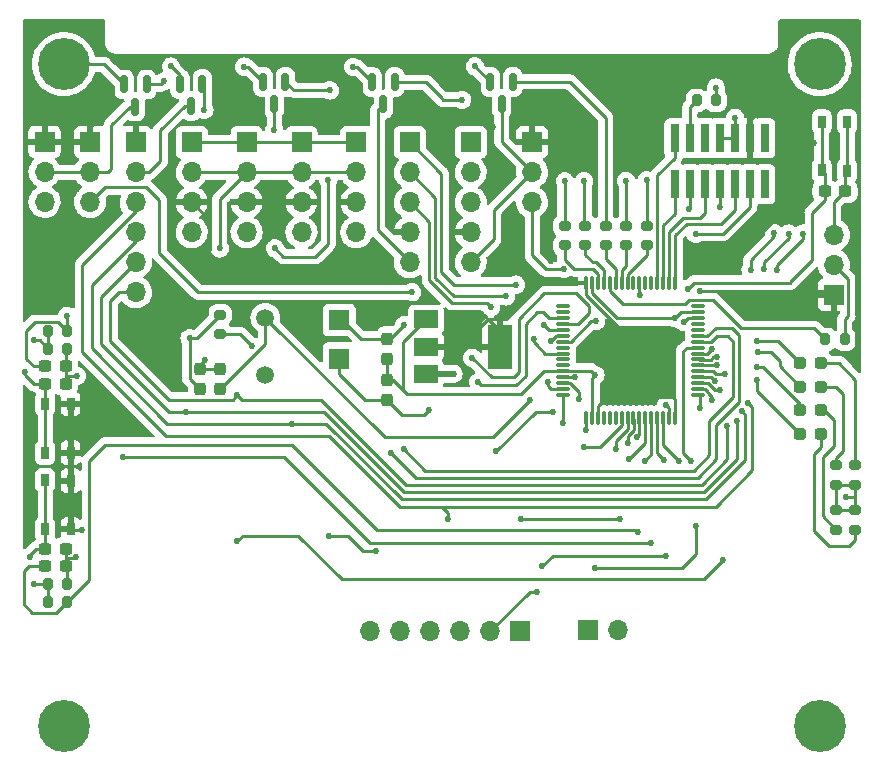
<source format=gtl>
G04 #@! TF.GenerationSoftware,KiCad,Pcbnew,(6.0.9)*
G04 #@! TF.CreationDate,2023-02-01T14:52:05+00:00*
G04 #@! TF.ProjectId,GroupProjectCustom,47726f75-7050-4726-9f6a-656374437573,rev?*
G04 #@! TF.SameCoordinates,Original*
G04 #@! TF.FileFunction,Copper,L1,Top*
G04 #@! TF.FilePolarity,Positive*
%FSLAX46Y46*%
G04 Gerber Fmt 4.6, Leading zero omitted, Abs format (unit mm)*
G04 Created by KiCad (PCBNEW (6.0.9)) date 2023-02-01 14:52:05*
%MOMM*%
%LPD*%
G01*
G04 APERTURE LIST*
G04 Aperture macros list*
%AMRoundRect*
0 Rectangle with rounded corners*
0 $1 Rounding radius*
0 $2 $3 $4 $5 $6 $7 $8 $9 X,Y pos of 4 corners*
0 Add a 4 corners polygon primitive as box body*
4,1,4,$2,$3,$4,$5,$6,$7,$8,$9,$2,$3,0*
0 Add four circle primitives for the rounded corners*
1,1,$1+$1,$2,$3*
1,1,$1+$1,$4,$5*
1,1,$1+$1,$6,$7*
1,1,$1+$1,$8,$9*
0 Add four rect primitives between the rounded corners*
20,1,$1+$1,$2,$3,$4,$5,0*
20,1,$1+$1,$4,$5,$6,$7,0*
20,1,$1+$1,$6,$7,$8,$9,0*
20,1,$1+$1,$8,$9,$2,$3,0*%
G04 Aperture macros list end*
G04 #@! TA.AperFunction,ComponentPad*
%ADD10R,1.700000X1.700000*%
G04 #@! TD*
G04 #@! TA.AperFunction,ComponentPad*
%ADD11O,1.700000X1.700000*%
G04 #@! TD*
G04 #@! TA.AperFunction,SMDPad,CuDef*
%ADD12RoundRect,0.237500X-0.237500X0.300000X-0.237500X-0.300000X0.237500X-0.300000X0.237500X0.300000X0*%
G04 #@! TD*
G04 #@! TA.AperFunction,SMDPad,CuDef*
%ADD13RoundRect,0.150000X-0.150000X0.587500X-0.150000X-0.587500X0.150000X-0.587500X0.150000X0.587500X0*%
G04 #@! TD*
G04 #@! TA.AperFunction,SMDPad,CuDef*
%ADD14RoundRect,0.200000X0.275000X-0.200000X0.275000X0.200000X-0.275000X0.200000X-0.275000X-0.200000X0*%
G04 #@! TD*
G04 #@! TA.AperFunction,SMDPad,CuDef*
%ADD15RoundRect,0.200000X-0.275000X0.200000X-0.275000X-0.200000X0.275000X-0.200000X0.275000X0.200000X0*%
G04 #@! TD*
G04 #@! TA.AperFunction,SMDPad,CuDef*
%ADD16R,0.650000X1.050000*%
G04 #@! TD*
G04 #@! TA.AperFunction,SMDPad,CuDef*
%ADD17R,2.000000X1.500000*%
G04 #@! TD*
G04 #@! TA.AperFunction,SMDPad,CuDef*
%ADD18R,2.000000X3.800000*%
G04 #@! TD*
G04 #@! TA.AperFunction,SMDPad,CuDef*
%ADD19RoundRect,0.075000X-0.525000X0.075000X-0.525000X-0.075000X0.525000X-0.075000X0.525000X0.075000X0*%
G04 #@! TD*
G04 #@! TA.AperFunction,SMDPad,CuDef*
%ADD20RoundRect,0.075000X-0.075000X0.525000X-0.075000X-0.525000X0.075000X-0.525000X0.075000X0.525000X0*%
G04 #@! TD*
G04 #@! TA.AperFunction,SMDPad,CuDef*
%ADD21RoundRect,0.200000X-0.200000X-0.275000X0.200000X-0.275000X0.200000X0.275000X-0.200000X0.275000X0*%
G04 #@! TD*
G04 #@! TA.AperFunction,SMDPad,CuDef*
%ADD22RoundRect,0.237500X0.287500X0.237500X-0.287500X0.237500X-0.287500X-0.237500X0.287500X-0.237500X0*%
G04 #@! TD*
G04 #@! TA.AperFunction,SMDPad,CuDef*
%ADD23RoundRect,0.237500X-0.300000X-0.237500X0.300000X-0.237500X0.300000X0.237500X-0.300000X0.237500X0*%
G04 #@! TD*
G04 #@! TA.AperFunction,ComponentPad*
%ADD24C,0.700000*%
G04 #@! TD*
G04 #@! TA.AperFunction,ComponentPad*
%ADD25C,4.400000*%
G04 #@! TD*
G04 #@! TA.AperFunction,SMDPad,CuDef*
%ADD26RoundRect,0.237500X0.300000X0.237500X-0.300000X0.237500X-0.300000X-0.237500X0.300000X-0.237500X0*%
G04 #@! TD*
G04 #@! TA.AperFunction,ComponentPad*
%ADD27C,1.500000*%
G04 #@! TD*
G04 #@! TA.AperFunction,SMDPad,CuDef*
%ADD28R,0.740000X2.400000*%
G04 #@! TD*
G04 #@! TA.AperFunction,SMDPad,CuDef*
%ADD29R,1.800000X1.750000*%
G04 #@! TD*
G04 #@! TA.AperFunction,SMDPad,CuDef*
%ADD30RoundRect,0.237500X0.237500X-0.300000X0.237500X0.300000X-0.237500X0.300000X-0.237500X-0.300000X0*%
G04 #@! TD*
G04 #@! TA.AperFunction,ViaPad*
%ADD31C,0.530000*%
G04 #@! TD*
G04 #@! TA.AperFunction,Conductor*
%ADD32C,0.250000*%
G04 #@! TD*
G04 #@! TA.AperFunction,Conductor*
%ADD33C,0.500000*%
G04 #@! TD*
G04 APERTURE END LIST*
D10*
X164230000Y-95610000D03*
D11*
X161690000Y-95610000D03*
X159150000Y-95610000D03*
X156610000Y-95610000D03*
X154070000Y-95610000D03*
X151530000Y-95610000D03*
D10*
X127820000Y-54195000D03*
D11*
X127820000Y-56735000D03*
X127820000Y-59275000D03*
D12*
X153000000Y-74347500D03*
X153000000Y-76072500D03*
D10*
X141080000Y-54210000D03*
D11*
X141080000Y-56750000D03*
X141080000Y-59290000D03*
X141080000Y-61830000D03*
D13*
X163620000Y-49102500D03*
X161720000Y-49102500D03*
X162670000Y-50977500D03*
D14*
X191010000Y-87010000D03*
X191010000Y-85360000D03*
D15*
X169750000Y-61300000D03*
X169750000Y-62950000D03*
D16*
X124025000Y-76335000D03*
X124025000Y-80485000D03*
X126175000Y-80485000D03*
X126175000Y-76360000D03*
D10*
X131700000Y-54210000D03*
D11*
X131700000Y-56750000D03*
X131700000Y-59290000D03*
X131700000Y-61830000D03*
X131700000Y-64370000D03*
X131700000Y-66910000D03*
D17*
X156250000Y-69210000D03*
D18*
X162550000Y-71510000D03*
D17*
X156250000Y-71510000D03*
X156250000Y-73810000D03*
D19*
X167835000Y-68100000D03*
X167835000Y-68600000D03*
X167835000Y-69100000D03*
X167835000Y-69600000D03*
X167835000Y-70100000D03*
X167835000Y-70600000D03*
X167835000Y-71100000D03*
X167835000Y-71600000D03*
X167835000Y-72100000D03*
X167835000Y-72600000D03*
X167835000Y-73100000D03*
X167835000Y-73600000D03*
X167835000Y-74100000D03*
X167835000Y-74600000D03*
X167835000Y-75100000D03*
X167835000Y-75600000D03*
D20*
X169835000Y-77600000D03*
X170335000Y-77600000D03*
X170835000Y-77600000D03*
X171335000Y-77600000D03*
X171835000Y-77600000D03*
X172335000Y-77600000D03*
X172835000Y-77600000D03*
X173335000Y-77600000D03*
X173835000Y-77600000D03*
X174335000Y-77600000D03*
X174835000Y-77600000D03*
X175335000Y-77600000D03*
X175835000Y-77600000D03*
X176335000Y-77600000D03*
X176835000Y-77600000D03*
X177335000Y-77600000D03*
D19*
X179335000Y-75600000D03*
X179335000Y-75100000D03*
X179335000Y-74600000D03*
X179335000Y-74100000D03*
X179335000Y-73600000D03*
X179335000Y-73100000D03*
X179335000Y-72600000D03*
X179335000Y-72100000D03*
X179335000Y-71600000D03*
X179335000Y-71100000D03*
X179335000Y-70600000D03*
X179335000Y-70100000D03*
X179335000Y-69600000D03*
X179335000Y-69100000D03*
X179335000Y-68600000D03*
X179335000Y-68100000D03*
D20*
X177335000Y-66100000D03*
X176835000Y-66100000D03*
X176335000Y-66100000D03*
X175835000Y-66100000D03*
X175335000Y-66100000D03*
X174835000Y-66100000D03*
X174335000Y-66100000D03*
X173835000Y-66100000D03*
X173335000Y-66100000D03*
X172835000Y-66100000D03*
X172335000Y-66100000D03*
X171835000Y-66100000D03*
X171335000Y-66100000D03*
X170835000Y-66100000D03*
X170335000Y-66100000D03*
X169835000Y-66100000D03*
D21*
X124250000Y-93110000D03*
X125900000Y-93110000D03*
D22*
X189675000Y-78910000D03*
X187925000Y-78910000D03*
D10*
X170025000Y-95540000D03*
D11*
X172565000Y-95540000D03*
D10*
X160050000Y-54210000D03*
D11*
X160050000Y-56750000D03*
X160050000Y-59290000D03*
X160050000Y-61830000D03*
X160050000Y-64370000D03*
D15*
X174975000Y-61300000D03*
X174975000Y-62950000D03*
X173225000Y-61300000D03*
X173225000Y-62950000D03*
D23*
X124037500Y-73185000D03*
X125762500Y-73185000D03*
D15*
X191010000Y-81560000D03*
X191010000Y-83210000D03*
D16*
X191925000Y-52470000D03*
X191925000Y-56620000D03*
X189775000Y-52470000D03*
X189775000Y-56595000D03*
D24*
X187950000Y-47610000D03*
X191250000Y-47610000D03*
D25*
X189600000Y-47610000D03*
D24*
X189600000Y-45960000D03*
X188433274Y-48776726D03*
X190766726Y-48776726D03*
X190766726Y-46443274D03*
X189600000Y-49260000D03*
X188433274Y-46443274D03*
D26*
X125762500Y-88610000D03*
X124037500Y-88610000D03*
D13*
X132610000Y-49322500D03*
X130710000Y-49322500D03*
X131660000Y-51197500D03*
D15*
X192610000Y-81560000D03*
X192610000Y-83210000D03*
D27*
X142670000Y-73960000D03*
X142670000Y-69080000D03*
D21*
X124250000Y-91610000D03*
X125900000Y-91610000D03*
D14*
X192610000Y-87010000D03*
X192610000Y-85360000D03*
D10*
X123970000Y-54175000D03*
D11*
X123970000Y-56715000D03*
X123970000Y-59255000D03*
D16*
X124025000Y-86985000D03*
X124025000Y-82835000D03*
X126175000Y-86985000D03*
X126175000Y-82860000D03*
D10*
X136430000Y-54210000D03*
D11*
X136430000Y-56750000D03*
X136430000Y-59290000D03*
X136430000Y-61830000D03*
D24*
X189600000Y-101960000D03*
X188433274Y-104776726D03*
X189600000Y-105260000D03*
X191250000Y-103610000D03*
X188433274Y-102443274D03*
X187950000Y-103610000D03*
X190766726Y-102443274D03*
X190766726Y-104776726D03*
D25*
X189600000Y-103610000D03*
D28*
X184960000Y-53860000D03*
X184960000Y-57760000D03*
X183690000Y-53860000D03*
X183690000Y-57760000D03*
X182420000Y-53860000D03*
X182420000Y-57760000D03*
X181150000Y-53860000D03*
X181150000Y-57760000D03*
X179880000Y-53860000D03*
X179880000Y-57760000D03*
X178610000Y-53860000D03*
X178610000Y-57760000D03*
X177340000Y-53860000D03*
X177340000Y-57760000D03*
D21*
X124250000Y-71685000D03*
X125900000Y-71685000D03*
D26*
X125762500Y-74685000D03*
X124037500Y-74685000D03*
D24*
X124433274Y-46443274D03*
D25*
X125600000Y-47610000D03*
D24*
X126766726Y-46443274D03*
X125600000Y-45960000D03*
X126766726Y-48776726D03*
X125600000Y-49260000D03*
X123950000Y-47610000D03*
X127250000Y-47610000D03*
X124433274Y-48776726D03*
D10*
X165250000Y-54210000D03*
D11*
X165250000Y-56750000D03*
X165250000Y-59290000D03*
D24*
X123950000Y-103610000D03*
X127250000Y-103610000D03*
D25*
X125600000Y-103610000D03*
D24*
X124433274Y-102443274D03*
X125600000Y-105260000D03*
X126766726Y-102443274D03*
X126766726Y-104776726D03*
X125600000Y-101960000D03*
X124433274Y-104776726D03*
D22*
X189675000Y-76910000D03*
X187925000Y-76910000D03*
D13*
X153610000Y-49122500D03*
X151710000Y-49122500D03*
X152660000Y-50997500D03*
X137340000Y-49270000D03*
X135440000Y-49270000D03*
X136390000Y-51145000D03*
D10*
X190800000Y-67135000D03*
D11*
X190800000Y-64595000D03*
X190800000Y-62055000D03*
D10*
X154900000Y-54210000D03*
D11*
X154900000Y-56750000D03*
X154900000Y-59290000D03*
X154900000Y-61830000D03*
X154900000Y-64370000D03*
D21*
X124250000Y-70185000D03*
X125900000Y-70185000D03*
D22*
X189675000Y-72910000D03*
X187925000Y-72910000D03*
D23*
X124037500Y-90110000D03*
X125762500Y-90110000D03*
D12*
X138860000Y-73377500D03*
X138860000Y-75102500D03*
D10*
X150380000Y-54210000D03*
D11*
X150380000Y-56750000D03*
X150380000Y-59290000D03*
X150380000Y-61830000D03*
D15*
X171475000Y-61300000D03*
X171475000Y-62950000D03*
D21*
X190075000Y-70895000D03*
X191725000Y-70895000D03*
D29*
X148930000Y-69275000D03*
X148930000Y-72525000D03*
D21*
X179175000Y-50675000D03*
X180825000Y-50675000D03*
D22*
X189675000Y-74910000D03*
X187925000Y-74910000D03*
D13*
X144370000Y-49102500D03*
X142470000Y-49102500D03*
X143420000Y-50977500D03*
D15*
X168025000Y-61300000D03*
X168025000Y-62950000D03*
D26*
X191762500Y-58345000D03*
X190037500Y-58345000D03*
D15*
X138860000Y-68805000D03*
X138860000Y-70455000D03*
D12*
X137130000Y-73387500D03*
X137130000Y-75112500D03*
D30*
X153000000Y-72572500D03*
X153000000Y-70847500D03*
D10*
X145730000Y-54210000D03*
D11*
X145730000Y-56750000D03*
X145730000Y-59290000D03*
X145730000Y-61830000D03*
D31*
X148000000Y-57400000D03*
X143500000Y-63200000D03*
X137500000Y-65800000D03*
X138800000Y-63200000D03*
X158600000Y-73810000D03*
X179540000Y-64580000D03*
X166890000Y-64280000D03*
X174090000Y-74910000D03*
X129310000Y-51460000D03*
X127150000Y-87010000D03*
X190800000Y-54160000D03*
X129940000Y-76360000D03*
X140810000Y-50230000D03*
X175330000Y-75850000D03*
X148370000Y-50950000D03*
X133450000Y-51490000D03*
X166060000Y-66110000D03*
X132570000Y-72010000D03*
X189150000Y-54260000D03*
X155670000Y-50950000D03*
X161950000Y-52910000D03*
X179440000Y-66830000D03*
X173790000Y-70260000D03*
X177390000Y-69110000D03*
X140870000Y-47810000D03*
X180810000Y-49585000D03*
X150100000Y-47830000D03*
X134680000Y-47800000D03*
X126725000Y-73985000D03*
X160420000Y-47790000D03*
X137550000Y-72610000D03*
X148050000Y-87560000D03*
X182450000Y-52130000D03*
X191810000Y-84285000D03*
X176580000Y-76480000D03*
X126650000Y-89360000D03*
X170610000Y-73910000D03*
X152050000Y-88810000D03*
X168860000Y-74110000D03*
X156540000Y-76890000D03*
X160700000Y-74510000D03*
X160180000Y-72460000D03*
X154400000Y-69710000D03*
X166270000Y-69710000D03*
X165070000Y-76020000D03*
X164290000Y-86140000D03*
X172660000Y-86070000D03*
X169220000Y-75910000D03*
X167870000Y-78010000D03*
X163890000Y-66260000D03*
X169850000Y-78610000D03*
X163030000Y-67260000D03*
X169650000Y-80010000D03*
X161770000Y-68170000D03*
X136250000Y-70810000D03*
X173480000Y-81030000D03*
X174250000Y-87230000D03*
X135930000Y-77050000D03*
X182600000Y-77810000D03*
X180500000Y-76010000D03*
X181200000Y-75210000D03*
X144930000Y-78030000D03*
X183000000Y-77010000D03*
X183560000Y-76280000D03*
X180700000Y-74410000D03*
X158150000Y-86080000D03*
X140300000Y-75650000D03*
X181740000Y-78280000D03*
X179500000Y-76710000D03*
X179110000Y-61980000D03*
X178090000Y-69440000D03*
X174350000Y-67133500D03*
X181170000Y-59670000D03*
X165390000Y-70860000D03*
X155100000Y-66910000D03*
X154400000Y-80210000D03*
X153300000Y-80510000D03*
X178460000Y-66610000D03*
X170650000Y-69360000D03*
X178560000Y-59900000D03*
X123040000Y-91600000D03*
X122700000Y-89310000D03*
X175280000Y-88130000D03*
X130650000Y-80835000D03*
X174770000Y-81210000D03*
X125900000Y-68910000D03*
X141530000Y-71500000D03*
X166843932Y-71004925D03*
X167010000Y-77030000D03*
X162200000Y-80390000D03*
X184280000Y-71070000D03*
X180500000Y-71710000D03*
X180900000Y-72410000D03*
X184420000Y-72000000D03*
X180900000Y-73110000D03*
X184300000Y-73210000D03*
X184300000Y-74370000D03*
X181600000Y-73810000D03*
X122330000Y-73680000D03*
X123100000Y-70990000D03*
X166620000Y-74540000D03*
X167950000Y-64950000D03*
X185970000Y-65030000D03*
X188170000Y-61950000D03*
X172360000Y-80200000D03*
X184880000Y-64980000D03*
X186980000Y-61950000D03*
X173340000Y-79640000D03*
X185770000Y-61910000D03*
X183750000Y-65000000D03*
X174160000Y-79210000D03*
X166110000Y-90100000D03*
X176590000Y-89210000D03*
X176390000Y-81090000D03*
X181390000Y-89610000D03*
X178720000Y-81160000D03*
X140250000Y-88010000D03*
X177670000Y-81170000D03*
X165700000Y-92260000D03*
X170550000Y-90260000D03*
X179120000Y-86670000D03*
X143420000Y-53150000D03*
X174940000Y-57440000D03*
X134050000Y-49070000D03*
X173220000Y-57480000D03*
X148120000Y-49820000D03*
X169660000Y-57500000D03*
X159340000Y-50630000D03*
X168050000Y-57530000D03*
X137510000Y-51460000D03*
D32*
X146900000Y-63900000D02*
X148000000Y-62800000D01*
X144200000Y-63900000D02*
X146900000Y-63900000D01*
X148000000Y-62800000D02*
X148000000Y-57400000D01*
X143500000Y-63200000D02*
X144200000Y-63900000D01*
X137500000Y-65800000D02*
X137500000Y-63800000D01*
X138000000Y-63300000D02*
X138000000Y-60860000D01*
X137500000Y-63800000D02*
X138000000Y-63300000D01*
X138000000Y-60860000D02*
X136430000Y-59290000D01*
X138800000Y-59030000D02*
X141080000Y-56750000D01*
X138800000Y-63200000D02*
X138800000Y-59030000D01*
X137000000Y-66910000D02*
X155100000Y-66910000D01*
X127820000Y-59275000D02*
X129085000Y-58010000D01*
X132600000Y-58010000D02*
X133700000Y-59110000D01*
X129085000Y-58010000D02*
X132600000Y-58010000D01*
X133700000Y-59110000D02*
X133700000Y-63610000D01*
X133700000Y-63610000D02*
X137000000Y-66910000D01*
D33*
X158600000Y-73810000D02*
X156250000Y-73810000D01*
D32*
X183690000Y-53860000D02*
X183690000Y-52360000D01*
X183690000Y-52360000D02*
X184300000Y-51750000D01*
X169850000Y-66110000D02*
X166060000Y-66110000D01*
X126200000Y-87010000D02*
X126175000Y-86985000D01*
X126175000Y-76360000D02*
X126175000Y-80485000D01*
X167430000Y-55700000D02*
X166920000Y-56210000D01*
X173790000Y-70260000D02*
X172990000Y-70260000D01*
X177350000Y-75970000D02*
X177350000Y-77610000D01*
X186850000Y-52800000D02*
X186850000Y-55360000D01*
X175372000Y-75808000D02*
X177188000Y-75808000D01*
X179440000Y-66830000D02*
X179460000Y-66850000D01*
X166060000Y-66110000D02*
X163020000Y-69150000D01*
X179460000Y-66850000D02*
X190515000Y-66850000D01*
X126175000Y-82860000D02*
X126175000Y-84985000D01*
X186850000Y-55360000D02*
X186850000Y-59710000D01*
X126175000Y-86985000D02*
X126175000Y-84985000D01*
X129940000Y-76360000D02*
X126175000Y-76360000D01*
X187800000Y-53360000D02*
X188250000Y-53360000D01*
X163020000Y-69150000D02*
X161506000Y-69150000D01*
X160590000Y-51550000D02*
X157520000Y-51550000D01*
X177188000Y-75808000D02*
X177350000Y-75970000D01*
X175330000Y-75850000D02*
X175372000Y-75808000D01*
X166410000Y-60680000D02*
X166410000Y-63800000D01*
X159146000Y-71510000D02*
X156250000Y-71510000D01*
X186850000Y-54310000D02*
X187800000Y-53360000D01*
X161950000Y-52910000D02*
X160590000Y-51550000D01*
X186850000Y-59710000D02*
X181980000Y-64580000D01*
X173470000Y-75530000D02*
X174090000Y-74910000D01*
X166410000Y-63800000D02*
X166890000Y-64280000D01*
X185800000Y-51750000D02*
X186850000Y-52800000D01*
X169850000Y-67120000D02*
X169850000Y-66110000D01*
X157520000Y-51550000D02*
X156920000Y-50950000D01*
X186850000Y-55360000D02*
X186850000Y-54310000D01*
X156920000Y-50950000D02*
X155670000Y-50950000D01*
X162550000Y-71510000D02*
X162550000Y-70194000D01*
X172990000Y-70260000D02*
X169850000Y-67120000D01*
X161506000Y-69150000D02*
X159146000Y-71510000D01*
X171870000Y-75530000D02*
X173470000Y-75530000D01*
X190515000Y-66850000D02*
X190800000Y-67135000D01*
X162550000Y-70194000D02*
X161506000Y-69150000D01*
X166920000Y-60170000D02*
X166410000Y-60680000D01*
X126175000Y-80485000D02*
X126175000Y-82860000D01*
X170850000Y-76550000D02*
X171870000Y-75530000D01*
X190800000Y-54160000D02*
X190800000Y-51760000D01*
X166920000Y-56210000D02*
X166920000Y-60170000D01*
X188250000Y-53360000D02*
X189150000Y-54260000D01*
X127820000Y-52950000D02*
X129310000Y-51460000D01*
X184300000Y-51750000D02*
X185800000Y-51750000D01*
X127820000Y-54195000D02*
X127820000Y-52950000D01*
X181980000Y-64580000D02*
X179540000Y-64580000D01*
X127150000Y-87010000D02*
X126200000Y-87010000D01*
X170850000Y-77610000D02*
X170850000Y-76550000D01*
X192610000Y-83210000D02*
X191010000Y-83210000D01*
X161720000Y-49090000D02*
X161720000Y-49102500D01*
X148050000Y-87560000D02*
X149700000Y-87560000D01*
X125762500Y-74685000D02*
X125762500Y-73972500D01*
X125900000Y-91610000D02*
X125900000Y-90247500D01*
X192610000Y-85360000D02*
X192610000Y-84285000D01*
X182420000Y-53860000D02*
X182420000Y-52160000D01*
X190800000Y-59307500D02*
X191762500Y-58345000D01*
X170350000Y-66115000D02*
X170335000Y-66100000D01*
X140870000Y-47810000D02*
X141177500Y-47810000D01*
X191762500Y-56782500D02*
X191925000Y-56620000D01*
X153437500Y-74347500D02*
X154300000Y-75210000D01*
X192610000Y-84285000D02*
X191810000Y-84285000D01*
X177890000Y-68610000D02*
X177390000Y-69110000D01*
X166250000Y-73610000D02*
X164290000Y-75570000D01*
X179350000Y-68610000D02*
X177890000Y-68610000D01*
X150950000Y-88810000D02*
X152050000Y-88810000D01*
X167850000Y-73610000D02*
X166250000Y-73610000D01*
X191010000Y-83210000D02*
X191010000Y-85360000D01*
X150417500Y-47830000D02*
X151710000Y-49122500D01*
X170350000Y-66983604D02*
X170350000Y-66115000D01*
X168668754Y-73545266D02*
X168604020Y-73610000D01*
X172483198Y-69116802D02*
X177383198Y-69116802D01*
X125762500Y-88610000D02*
X125762500Y-89372500D01*
X125762500Y-89372500D02*
X125762500Y-90110000D01*
X135440000Y-48560000D02*
X135440000Y-49270000D01*
X154300000Y-71160000D02*
X156250000Y-69210000D01*
X177383198Y-69116802D02*
X177390000Y-69110000D01*
X138860000Y-73377500D02*
X137140000Y-73377500D01*
X191762500Y-58345000D02*
X191762500Y-56782500D01*
X191010000Y-85360000D02*
X192610000Y-85360000D01*
X125762500Y-71822500D02*
X125900000Y-71685000D01*
X190800000Y-62055000D02*
X190800000Y-59307500D01*
X154300000Y-75210000D02*
X154300000Y-71160000D01*
X125762500Y-89372500D02*
X126637500Y-89372500D01*
X126712500Y-73972500D02*
X126725000Y-73985000D01*
X130710000Y-49322500D02*
X128997500Y-47610000D01*
X170245266Y-73545266D02*
X168668754Y-73545266D01*
X125900000Y-90247500D02*
X125762500Y-90110000D01*
X153000000Y-74347500D02*
X153437500Y-74347500D01*
X154660000Y-75570000D02*
X154300000Y-75210000D01*
X137550000Y-72610000D02*
X137130000Y-73030000D01*
X176840000Y-76740000D02*
X176840000Y-77600000D01*
X125762500Y-73972500D02*
X125762500Y-71822500D01*
X182420000Y-52160000D02*
X182450000Y-52130000D01*
X180825000Y-49600000D02*
X180810000Y-49585000D01*
X181150000Y-53860000D02*
X182420000Y-53860000D01*
X170350000Y-66983604D02*
X172483198Y-69116802D01*
X170610000Y-73910000D02*
X170350000Y-74170000D01*
X125762500Y-73972500D02*
X126712500Y-73972500D01*
X176580000Y-76480000D02*
X176840000Y-76740000D01*
X137130000Y-73030000D02*
X137130000Y-73387500D01*
X168604020Y-73610000D02*
X167850000Y-73610000D01*
X128997500Y-47610000D02*
X125600000Y-47610000D01*
X150100000Y-47830000D02*
X150417500Y-47830000D01*
X141177500Y-47810000D02*
X142470000Y-49102500D01*
X126637500Y-89372500D02*
X126650000Y-89360000D01*
X170610000Y-73910000D02*
X170245266Y-73545266D01*
X153000000Y-72572500D02*
X153000000Y-74347500D01*
X180825000Y-50675000D02*
X180825000Y-49600000D01*
X134680000Y-47800000D02*
X135440000Y-48560000D01*
X137140000Y-73377500D02*
X137130000Y-73387500D01*
X170350000Y-74170000D02*
X170350000Y-77610000D01*
X192610000Y-84285000D02*
X192610000Y-83210000D01*
X160420000Y-47790000D02*
X161720000Y-49090000D01*
X191925000Y-52470000D02*
X191925000Y-56620000D01*
X149700000Y-87560000D02*
X150950000Y-88810000D01*
X164290000Y-75570000D02*
X154660000Y-75570000D01*
X168860000Y-74110000D02*
X167850000Y-74110000D01*
X156120000Y-77310000D02*
X154237500Y-77310000D01*
X164710000Y-69580000D02*
X165690000Y-68600000D01*
X165690000Y-68600000D02*
X166210000Y-68600000D01*
X148930000Y-73870000D02*
X148930000Y-72525000D01*
X163920000Y-74770000D02*
X164710000Y-73980000D01*
X160700000Y-74510000D02*
X160960000Y-74770000D01*
X164710000Y-73980000D02*
X164710000Y-69580000D01*
X167825000Y-69110000D02*
X167835000Y-69100000D01*
X151132500Y-76072500D02*
X148930000Y-73870000D01*
X166720000Y-69110000D02*
X167825000Y-69110000D01*
X166210000Y-68600000D02*
X166720000Y-69110000D01*
X154237500Y-77310000D02*
X153000000Y-76072500D01*
X156540000Y-76890000D02*
X156120000Y-77310000D01*
X153000000Y-76072500D02*
X151132500Y-76072500D01*
X160960000Y-74770000D02*
X163920000Y-74770000D01*
X168950000Y-67010000D02*
X170050000Y-68110000D01*
X170050000Y-68110000D02*
X170050000Y-68710000D01*
X153000000Y-70847500D02*
X153262500Y-70847500D01*
X160180000Y-72460000D02*
X161830000Y-74110000D01*
X161830000Y-74110000D02*
X163700000Y-74110000D01*
X170050000Y-68710000D02*
X169150000Y-69610000D01*
X153262500Y-70847500D02*
X154400000Y-69710000D01*
X166280000Y-67010000D02*
X168950000Y-67010000D01*
X163700000Y-74110000D02*
X164110000Y-73700000D01*
X164110000Y-69180000D02*
X166280000Y-67010000D01*
X153000000Y-70847500D02*
X150787500Y-70847500D01*
X169150000Y-69610000D02*
X167850000Y-69610000D01*
X164110000Y-73700000D02*
X164110000Y-69180000D01*
X150787500Y-70847500D02*
X149000000Y-69060000D01*
X152760000Y-79170000D02*
X142670000Y-69080000D01*
X166670000Y-70110000D02*
X167850000Y-70110000D01*
X142670000Y-71292500D02*
X138860000Y-75102500D01*
X142670000Y-69080000D02*
X142670000Y-71292500D01*
X166270000Y-69710000D02*
X166670000Y-70110000D01*
X165070000Y-76020000D02*
X161920000Y-79170000D01*
X161920000Y-79170000D02*
X152760000Y-79170000D01*
X169220000Y-75390000D02*
X168440000Y-74610000D01*
X168440000Y-74610000D02*
X167850000Y-74610000D01*
X164360000Y-86070000D02*
X172660000Y-86070000D01*
X169220000Y-75910000D02*
X169220000Y-75390000D01*
X164290000Y-86140000D02*
X164360000Y-86070000D01*
X157550000Y-65210000D02*
X157550000Y-56860000D01*
X157550000Y-56860000D02*
X154900000Y-54210000D01*
X167850000Y-77990000D02*
X167850000Y-75610000D01*
X167870000Y-78010000D02*
X167850000Y-77990000D01*
X163890000Y-66260000D02*
X158600000Y-66260000D01*
X158600000Y-66260000D02*
X157550000Y-65210000D01*
X163030000Y-67260000D02*
X158600000Y-67260000D01*
X158600000Y-67260000D02*
X157050000Y-65710000D01*
X157050000Y-65710000D02*
X157050000Y-58900000D01*
X157050000Y-58900000D02*
X154900000Y-56750000D01*
X169850000Y-78610000D02*
X169850000Y-77610000D01*
X158450000Y-67810000D02*
X156550000Y-65910000D01*
X169650000Y-80010000D02*
X170987448Y-80010000D01*
X161410000Y-67810000D02*
X158450000Y-67810000D01*
X172850000Y-78147448D02*
X172850000Y-77610000D01*
X170987448Y-80010000D02*
X172850000Y-78147448D01*
X161770000Y-68170000D02*
X161410000Y-67810000D01*
X156550000Y-65910000D02*
X156550000Y-60940000D01*
X156550000Y-60940000D02*
X154900000Y-59290000D01*
X136250000Y-70810000D02*
X136250000Y-74240000D01*
X137122500Y-75112500D02*
X137130000Y-75112500D01*
X136250000Y-74240000D02*
X137122500Y-75112500D01*
X136855000Y-70810000D02*
X138860000Y-68805000D01*
X136250000Y-70810000D02*
X136855000Y-70810000D01*
X174250000Y-87230000D02*
X174080000Y-87060000D01*
X174850000Y-79660000D02*
X174850000Y-77610000D01*
X152125000Y-87060000D02*
X144900000Y-79835000D01*
X122935000Y-94035000D02*
X122240000Y-93340000D01*
X125900000Y-93110000D02*
X124975000Y-94035000D01*
X122660000Y-90110000D02*
X124037500Y-90110000D01*
X173480000Y-81030000D02*
X174850000Y-79660000D01*
X127750000Y-91260000D02*
X125900000Y-93110000D01*
X129075000Y-79835000D02*
X127750000Y-81160000D01*
X122240000Y-90530000D02*
X122660000Y-90110000D01*
X127750000Y-81160000D02*
X127750000Y-91260000D01*
X122240000Y-93340000D02*
X122240000Y-90530000D01*
X144900000Y-79835000D02*
X129075000Y-79835000D01*
X174080000Y-87060000D02*
X152125000Y-87060000D01*
X124975000Y-94035000D02*
X122935000Y-94035000D01*
X180187000Y-75389552D02*
X179907448Y-75110000D01*
X180500000Y-75780000D02*
X180187000Y-75467000D01*
X135930000Y-77050000D02*
X134490000Y-77050000D01*
X179907448Y-75110000D02*
X179350000Y-75110000D01*
X179800000Y-83810000D02*
X182600000Y-81010000D01*
X128750000Y-71310000D02*
X128750000Y-67320000D01*
X135930000Y-77050000D02*
X135950000Y-77070000D01*
X147660000Y-77070000D02*
X154400000Y-83810000D01*
X180187000Y-75467000D02*
X180187000Y-75389552D01*
X135950000Y-77070000D02*
X147660000Y-77070000D01*
X182600000Y-81010000D02*
X182600000Y-77810000D01*
X134490000Y-77050000D02*
X128750000Y-71310000D01*
X180500000Y-76010000D02*
X180500000Y-75780000D01*
X128750000Y-67320000D02*
X131700000Y-64370000D01*
X154400000Y-83810000D02*
X179800000Y-83810000D01*
X147820000Y-78030000D02*
X154250000Y-84460000D01*
X183300000Y-77310000D02*
X183000000Y-77010000D01*
X144930000Y-78030000D02*
X134320000Y-78030000D01*
X127950000Y-71660000D02*
X127950000Y-66320000D01*
X131700000Y-62570000D02*
X131700000Y-61830000D01*
X134320000Y-78030000D02*
X127950000Y-71660000D01*
X154250000Y-84460000D02*
X179950000Y-84460000D01*
X181200000Y-75210000D02*
X180768851Y-75210000D01*
X180768851Y-75210000D02*
X180168851Y-74610000D01*
X179950000Y-84460000D02*
X183300000Y-81110000D01*
X144930000Y-78030000D02*
X147820000Y-78030000D01*
X127950000Y-66320000D02*
X131700000Y-62570000D01*
X183300000Y-81110000D02*
X183300000Y-77310000D01*
X180168851Y-74610000D02*
X179350000Y-74610000D01*
X180700000Y-74410000D02*
X180400000Y-74110000D01*
X180400000Y-74110000D02*
X179350000Y-74110000D01*
X158150000Y-86080000D02*
X158150000Y-85610000D01*
X127150000Y-71960000D02*
X127150000Y-64610000D01*
X158150000Y-85610000D02*
X157600000Y-85060000D01*
X127150000Y-64610000D02*
X131700000Y-60060000D01*
X134270000Y-79080000D02*
X127150000Y-71960000D01*
X183560000Y-76280000D02*
X183900000Y-76620000D01*
X131700000Y-60060000D02*
X131700000Y-59290000D01*
X183900000Y-81960000D02*
X180800000Y-85060000D01*
X183900000Y-76620000D02*
X183900000Y-81960000D01*
X154050000Y-85060000D02*
X148070000Y-79080000D01*
X148070000Y-79080000D02*
X134270000Y-79080000D01*
X180800000Y-85060000D02*
X154050000Y-85060000D01*
X179500000Y-75760000D02*
X179350000Y-75610000D01*
X129550000Y-71060000D02*
X129550000Y-67660000D01*
X140300000Y-75650000D02*
X139940000Y-76010000D01*
X179600000Y-83210000D02*
X181740000Y-81070000D01*
X139940000Y-76010000D02*
X134500000Y-76010000D01*
X134500000Y-76010000D02*
X129550000Y-71060000D01*
X130300000Y-66910000D02*
X131700000Y-66910000D01*
X181740000Y-81070000D02*
X181740000Y-78280000D01*
X154600000Y-83210000D02*
X179600000Y-83210000D01*
X147400000Y-76010000D02*
X154600000Y-83210000D01*
X179500000Y-76710000D02*
X179500000Y-75760000D01*
X129550000Y-67660000D02*
X130300000Y-66910000D01*
X140660000Y-76010000D02*
X147400000Y-76010000D01*
X140300000Y-75650000D02*
X140660000Y-76010000D01*
X179880000Y-60180000D02*
X179880000Y-57760000D01*
X179450000Y-60610000D02*
X179880000Y-60180000D01*
X178050000Y-60610000D02*
X179450000Y-60610000D01*
X176850000Y-66110000D02*
X176850000Y-61810000D01*
X176850000Y-61810000D02*
X178050000Y-60610000D01*
X181380000Y-61980000D02*
X179110000Y-61980000D01*
X178090000Y-69440000D02*
X178420000Y-69110000D01*
X183690000Y-59670000D02*
X181380000Y-61980000D01*
X183690000Y-57760000D02*
X183690000Y-59670000D01*
X178420000Y-69110000D02*
X179350000Y-69110000D01*
X177350000Y-66110000D02*
X177380000Y-66080000D01*
X182420000Y-59970000D02*
X182420000Y-57760000D01*
X177380000Y-62080000D02*
X178350000Y-61110000D01*
X177380000Y-66080000D02*
X177380000Y-62080000D01*
X178350000Y-61110000D02*
X181280000Y-61110000D01*
X181280000Y-61110000D02*
X182420000Y-59970000D01*
X181150000Y-59650000D02*
X181170000Y-59670000D01*
X181150000Y-57760000D02*
X181150000Y-59650000D01*
X174335000Y-67118500D02*
X174350000Y-67133500D01*
X174335000Y-67118500D02*
X174335000Y-66100000D01*
X165550000Y-71310000D02*
X165390000Y-71150000D01*
X166350000Y-72110000D02*
X167850000Y-72110000D01*
X165390000Y-71150000D02*
X165390000Y-70860000D01*
X165550000Y-71310000D02*
X166350000Y-72110000D01*
X178950000Y-82010000D02*
X156200000Y-82010000D01*
X180250000Y-77830000D02*
X180250000Y-80710000D01*
X180400000Y-71110000D02*
X180900000Y-70610000D01*
X182300000Y-71110000D02*
X182300000Y-75780000D01*
X182300000Y-75780000D02*
X180250000Y-77830000D01*
X180900000Y-70610000D02*
X181800000Y-70610000D01*
X180250000Y-80710000D02*
X178950000Y-82010000D01*
X179350000Y-71110000D02*
X180400000Y-71110000D01*
X150380000Y-54210000D02*
X136430000Y-54210000D01*
X156200000Y-82010000D02*
X154400000Y-80210000D01*
X181800000Y-70610000D02*
X182300000Y-71110000D01*
X182800000Y-76200064D02*
X182800000Y-70560000D01*
X179300000Y-82610000D02*
X180840000Y-81070000D01*
X182800000Y-70560000D02*
X182150000Y-69910000D01*
X182150000Y-69910000D02*
X180800000Y-69910000D01*
X180800000Y-69910000D02*
X180100000Y-70610000D01*
X136430000Y-56750000D02*
X150380000Y-56750000D01*
X180840000Y-78160064D02*
X182800000Y-76200064D01*
X155400000Y-82610000D02*
X179300000Y-82610000D01*
X180840000Y-81070000D02*
X180840000Y-78160064D01*
X153300000Y-80510000D02*
X155400000Y-82610000D01*
X180100000Y-70610000D02*
X179350000Y-70610000D01*
X178630000Y-59550000D02*
X178610000Y-59530000D01*
X190037500Y-59082564D02*
X188950000Y-60170064D01*
X189775000Y-52470000D02*
X189775000Y-56595000D01*
X190037500Y-58345000D02*
X190037500Y-56857500D01*
X170650000Y-69360000D02*
X170265685Y-69360000D01*
X178960000Y-66110000D02*
X187050000Y-66110000D01*
X178630000Y-59830000D02*
X178630000Y-59550000D01*
X188950000Y-60170064D02*
X188950000Y-64210000D01*
X168515685Y-71110000D02*
X167850000Y-71110000D01*
X190037500Y-58345000D02*
X190037500Y-59082564D01*
X178610000Y-59530000D02*
X178610000Y-57760000D01*
X190037500Y-56857500D02*
X189775000Y-56595000D01*
X178460000Y-66610000D02*
X178960000Y-66110000D01*
X188950000Y-64210000D02*
X187100000Y-66060000D01*
X170265685Y-69360000D02*
X168515685Y-71110000D01*
X178560000Y-59900000D02*
X178630000Y-59830000D01*
X187050000Y-66110000D02*
X187150000Y-66010000D01*
X180510000Y-67530000D02*
X178510000Y-67530000D01*
X180615000Y-67635000D02*
X180510000Y-67530000D01*
X182940000Y-69950000D02*
X180600000Y-67610000D01*
X178510000Y-67530000D02*
X178170000Y-67870000D01*
X189130000Y-69950000D02*
X182940000Y-69950000D01*
X178170000Y-67870000D02*
X172944315Y-67870000D01*
X190075000Y-70895000D02*
X189130000Y-69950000D01*
X172944315Y-67870000D02*
X171850000Y-66775685D01*
X171850000Y-66775685D02*
X171850000Y-66110000D01*
X191725000Y-69185000D02*
X192000000Y-68910000D01*
X192000000Y-68910000D02*
X192000000Y-65795000D01*
X191725000Y-70895000D02*
X191725000Y-69185000D01*
X192000000Y-65795000D02*
X190800000Y-64595000D01*
X122890000Y-88960000D02*
X122700000Y-89150000D01*
X123040000Y-91600000D02*
X124240000Y-91600000D01*
X124025000Y-82835000D02*
X124025000Y-86985000D01*
X123260000Y-88620000D02*
X123230000Y-88620000D01*
X124240000Y-91600000D02*
X124250000Y-91610000D01*
X124250000Y-93110000D02*
X124250000Y-91610000D01*
X123230000Y-88620000D02*
X122890000Y-88960000D01*
X122700000Y-89150000D02*
X122700000Y-89310000D01*
X124027500Y-88620000D02*
X123260000Y-88620000D01*
X124037500Y-88610000D02*
X124027500Y-88620000D01*
X124025000Y-86985000D02*
X124025000Y-88597500D01*
X122410000Y-72530000D02*
X123065000Y-73185000D01*
X125900000Y-70185000D02*
X125900000Y-68910000D01*
X125150000Y-69435000D02*
X123165000Y-69435000D01*
X123165000Y-69435000D02*
X122410000Y-70190000D01*
X174520000Y-88130000D02*
X174500000Y-88110000D01*
X174770000Y-81210000D02*
X175350000Y-80630000D01*
X175280000Y-88130000D02*
X174520000Y-88130000D01*
X123065000Y-73185000D02*
X124037500Y-73185000D01*
X151525000Y-88110000D02*
X144250000Y-80835000D01*
X144250000Y-80835000D02*
X130650000Y-80835000D01*
X125900000Y-70185000D02*
X125150000Y-69435000D01*
X122410000Y-70190000D02*
X122410000Y-72530000D01*
X175350000Y-80630000D02*
X175350000Y-77610000D01*
X174500000Y-88110000D02*
X151525000Y-88110000D01*
X167238857Y-70610000D02*
X167850000Y-70610000D01*
X165560000Y-77030000D02*
X167010000Y-77030000D01*
X162200000Y-80390000D02*
X165560000Y-77030000D01*
X138860000Y-70455000D02*
X140485000Y-70455000D01*
X140485000Y-70455000D02*
X141530000Y-71500000D01*
X166843932Y-71004925D02*
X167238857Y-70610000D01*
X191200000Y-72910000D02*
X189675000Y-72910000D01*
X192610000Y-81560000D02*
X192610000Y-74320000D01*
X192610000Y-74320000D02*
X191200000Y-72910000D01*
X186085000Y-71070000D02*
X187925000Y-72910000D01*
X184280000Y-71070000D02*
X186085000Y-71070000D01*
X180500000Y-71710000D02*
X180100000Y-72110000D01*
X180100000Y-72110000D02*
X179350000Y-72110000D01*
X191000000Y-74910000D02*
X189675000Y-74910000D01*
X191600000Y-80360000D02*
X191600000Y-75510000D01*
X191010000Y-81560000D02*
X191010000Y-80950000D01*
X191600000Y-75510000D02*
X191000000Y-74910000D01*
X191010000Y-80950000D02*
X191600000Y-80360000D01*
X180600000Y-72410000D02*
X180400000Y-72610000D01*
X180400000Y-72610000D02*
X179350000Y-72610000D01*
X180900000Y-72410000D02*
X180600000Y-72410000D01*
X184420000Y-72000000D02*
X185490000Y-72000000D01*
X186200000Y-73185000D02*
X187925000Y-74910000D01*
X185490000Y-72000000D02*
X186200000Y-72710000D01*
X186200000Y-72710000D02*
X186200000Y-73185000D01*
X189675000Y-76910000D02*
X190000000Y-76910000D01*
X190800000Y-79910000D02*
X189850000Y-80860000D01*
X189850000Y-80860000D02*
X189850000Y-85850000D01*
X190800000Y-77710000D02*
X190800000Y-79910000D01*
X189850000Y-85850000D02*
X191010000Y-87010000D01*
X190000000Y-76910000D02*
X190800000Y-77710000D01*
X187925000Y-76335000D02*
X187925000Y-76910000D01*
X180900000Y-73110000D02*
X179350000Y-73110000D01*
X184300000Y-73210000D02*
X184800000Y-73210000D01*
X184800000Y-73210000D02*
X187925000Y-76335000D01*
X189100000Y-80610000D02*
X189100000Y-87110000D01*
X189675000Y-80035000D02*
X189100000Y-80610000D01*
X189100000Y-87110000D02*
X190350000Y-88360000D01*
X189675000Y-78910000D02*
X189675000Y-80035000D01*
X192100000Y-88360000D02*
X192610000Y-87850000D01*
X190350000Y-88360000D02*
X192100000Y-88360000D01*
X192610000Y-87850000D02*
X192610000Y-87010000D01*
X180600000Y-73610000D02*
X179350000Y-73610000D01*
X181600000Y-73810000D02*
X180800000Y-73810000D01*
X184300000Y-74370000D02*
X184300000Y-75285000D01*
X180800000Y-73810000D02*
X180600000Y-73610000D01*
X184300000Y-75285000D02*
X187925000Y-78910000D01*
X177340000Y-55520000D02*
X175870000Y-56990000D01*
X175870000Y-66090000D02*
X175850000Y-66110000D01*
X175870000Y-56990000D02*
X175870000Y-66090000D01*
X177340000Y-53860000D02*
X177340000Y-55520000D01*
X177340000Y-60250000D02*
X176350000Y-61240000D01*
X176350000Y-61240000D02*
X176350000Y-66110000D01*
X177340000Y-57760000D02*
X177340000Y-60250000D01*
X123555000Y-70990000D02*
X124250000Y-71685000D01*
X123100000Y-70990000D02*
X123555000Y-70990000D01*
X124037500Y-76322500D02*
X124025000Y-76335000D01*
X124037500Y-74685000D02*
X123115000Y-74685000D01*
X122330000Y-73900000D02*
X122330000Y-73680000D01*
X124250000Y-71685000D02*
X124250000Y-70185000D01*
X123115000Y-74685000D02*
X122520000Y-74090000D01*
X124025000Y-80485000D02*
X124025000Y-76335000D01*
X122520000Y-74090000D02*
X122330000Y-73900000D01*
X124037500Y-74685000D02*
X124037500Y-76322500D01*
X166850000Y-75110000D02*
X167825000Y-75110000D01*
X167950000Y-64950000D02*
X166400000Y-64950000D01*
X166620000Y-74540000D02*
X166620000Y-74880000D01*
X166620000Y-74880000D02*
X166850000Y-75110000D01*
X166400000Y-64950000D02*
X165250000Y-63800000D01*
X165250000Y-63800000D02*
X165250000Y-59290000D01*
X167825000Y-75110000D02*
X167835000Y-75100000D01*
X173350000Y-77615000D02*
X173335000Y-77600000D01*
X172360000Y-79500000D02*
X173350000Y-78510000D01*
X172360000Y-80200000D02*
X172360000Y-79500000D01*
X185970000Y-64570000D02*
X188170000Y-62370000D01*
X188170000Y-62370000D02*
X188170000Y-61950000D01*
X185970000Y-65030000D02*
X185970000Y-64570000D01*
X173350000Y-78510000D02*
X173350000Y-77615000D01*
X173850000Y-78610000D02*
X173850000Y-77615000D01*
X173340000Y-79120000D02*
X173850000Y-78610000D01*
X173850000Y-77615000D02*
X173835000Y-77600000D01*
X184880000Y-64390000D02*
X186980000Y-62290000D01*
X173340000Y-79640000D02*
X173340000Y-79120000D01*
X184880000Y-64980000D02*
X184880000Y-64390000D01*
X186980000Y-62290000D02*
X186980000Y-61950000D01*
X174160000Y-79210000D02*
X174335000Y-79035000D01*
X183750000Y-65000000D02*
X183750000Y-64210000D01*
X183750000Y-64210000D02*
X185770000Y-62190000D01*
X185770000Y-62190000D02*
X185770000Y-61910000D01*
X174335000Y-79035000D02*
X174335000Y-77600000D01*
X167000000Y-89210000D02*
X166110000Y-90100000D01*
X175835000Y-77600000D02*
X175835000Y-80535000D01*
X175835000Y-80535000D02*
X176390000Y-81090000D01*
X176590000Y-89210000D02*
X167000000Y-89210000D01*
X173335000Y-66100000D02*
X173335000Y-65390000D01*
X173335000Y-65390000D02*
X174975000Y-63750000D01*
X174975000Y-63750000D02*
X174975000Y-62950000D01*
X172835000Y-66100000D02*
X172835000Y-65065000D01*
X172835000Y-65065000D02*
X173225000Y-64675000D01*
X173225000Y-64675000D02*
X173225000Y-62950000D01*
X172335000Y-64960000D02*
X171475000Y-64100000D01*
X171475000Y-64100000D02*
X171475000Y-62950000D01*
X172335000Y-66100000D02*
X172335000Y-64960000D01*
X171335000Y-65060000D02*
X171335000Y-66100000D01*
X169750000Y-62950000D02*
X169750000Y-63725000D01*
X170375000Y-64350000D02*
X170625000Y-64350000D01*
X170625000Y-64350000D02*
X171335000Y-65060000D01*
X169750000Y-63725000D02*
X170375000Y-64350000D01*
X170835000Y-65360000D02*
X170425000Y-64950000D01*
X170835000Y-66100000D02*
X170835000Y-65360000D01*
X170425000Y-64950000D02*
X168825000Y-64950000D01*
X168825000Y-64950000D02*
X168025000Y-64150000D01*
X168025000Y-64150000D02*
X168025000Y-62950000D01*
X149130000Y-91190000D02*
X145460000Y-87520000D01*
X178360000Y-71600000D02*
X179335000Y-71600000D01*
X178720000Y-81160000D02*
X178050000Y-80490000D01*
X178050000Y-80490000D02*
X178050000Y-71910000D01*
X178050000Y-71910000D02*
X178360000Y-71600000D01*
X140740000Y-87520000D02*
X140250000Y-88010000D01*
X181390000Y-89610000D02*
X179810000Y-91190000D01*
X145460000Y-87520000D02*
X140740000Y-87520000D01*
X179810000Y-91190000D02*
X149130000Y-91190000D01*
X177670000Y-81170000D02*
X176335000Y-79835000D01*
X177910000Y-90260000D02*
X179030000Y-89140000D01*
X179030000Y-89140000D02*
X179120000Y-89050000D01*
X179120000Y-89050000D02*
X179120000Y-86670000D01*
X170550000Y-90260000D02*
X177910000Y-90260000D01*
X161690000Y-95610000D02*
X165040000Y-92260000D01*
X176335000Y-79835000D02*
X176335000Y-77600000D01*
X165040000Y-92260000D02*
X165700000Y-92260000D01*
X127820000Y-56735000D02*
X123990000Y-56735000D01*
X131192500Y-51197500D02*
X129600000Y-52790000D01*
X131660000Y-51197500D02*
X131192500Y-51197500D01*
X129600000Y-52790000D02*
X129600000Y-56460000D01*
X123990000Y-56735000D02*
X123970000Y-56715000D01*
X129325000Y-56735000D02*
X127820000Y-56735000D01*
X129600000Y-56460000D02*
X129325000Y-56735000D01*
X162020000Y-59980000D02*
X162020000Y-62400000D01*
X162670000Y-54170000D02*
X165250000Y-56750000D01*
X165250000Y-56750000D02*
X162020000Y-59980000D01*
X162020000Y-62400000D02*
X160050000Y-64370000D01*
X162670000Y-50977500D02*
X162670000Y-54170000D01*
X143420000Y-50977500D02*
X143420000Y-53150000D01*
X132610000Y-49322500D02*
X133797500Y-49322500D01*
X133797500Y-49322500D02*
X134050000Y-49070000D01*
X174940000Y-61265000D02*
X174975000Y-61300000D01*
X174940000Y-57440000D02*
X174940000Y-61265000D01*
X173225000Y-61300000D02*
X173225000Y-57485000D01*
X173225000Y-57485000D02*
X173220000Y-57480000D01*
X145087500Y-49820000D02*
X144370000Y-49102500D01*
X148120000Y-49820000D02*
X145087500Y-49820000D01*
X171475000Y-61300000D02*
X171475000Y-52135000D01*
X171475000Y-52135000D02*
X168442500Y-49102500D01*
X168442500Y-49102500D02*
X163620000Y-49102500D01*
X169660000Y-57500000D02*
X169660000Y-61210000D01*
X153610000Y-49122500D02*
X156242500Y-49122500D01*
X157530000Y-50410000D02*
X157750000Y-50630000D01*
X157750000Y-50630000D02*
X159340000Y-50630000D01*
X169660000Y-61210000D02*
X169750000Y-61300000D01*
X156242500Y-49122500D02*
X157530000Y-50410000D01*
X154900000Y-64370000D02*
X152180000Y-61650000D01*
X152180000Y-51477500D02*
X152660000Y-50997500D01*
X152180000Y-61650000D02*
X152180000Y-51477500D01*
X168025000Y-57555000D02*
X168050000Y-57530000D01*
X137510000Y-51460000D02*
X137510000Y-49440000D01*
X168025000Y-61300000D02*
X168025000Y-57555000D01*
X137510000Y-49440000D02*
X137340000Y-49270000D01*
X135825000Y-51145000D02*
X136390000Y-51145000D01*
X131700000Y-56750000D02*
X132850000Y-56750000D01*
X133790000Y-53180000D02*
X135825000Y-51145000D01*
X133790000Y-55810000D02*
X133790000Y-53180000D01*
X132850000Y-56750000D02*
X133790000Y-55810000D01*
X178610000Y-51240000D02*
X179175000Y-50675000D01*
X178610000Y-53860000D02*
X178610000Y-51240000D01*
G04 #@! TA.AperFunction,Conductor*
G36*
X126998314Y-72706932D02*
G01*
X127015165Y-72721069D01*
X133280501Y-78986405D01*
X133314527Y-79048717D01*
X133309462Y-79119532D01*
X133266915Y-79176368D01*
X133200395Y-79201179D01*
X133191406Y-79201500D01*
X129153767Y-79201500D01*
X129142584Y-79200973D01*
X129135091Y-79199298D01*
X129127165Y-79199547D01*
X129127164Y-79199547D01*
X129067001Y-79201438D01*
X129063043Y-79201500D01*
X129035144Y-79201500D01*
X129031154Y-79202004D01*
X129019320Y-79202936D01*
X128975111Y-79204326D01*
X128967497Y-79206538D01*
X128967492Y-79206539D01*
X128955659Y-79209977D01*
X128936296Y-79213988D01*
X128916203Y-79216526D01*
X128908836Y-79219443D01*
X128908831Y-79219444D01*
X128875092Y-79232802D01*
X128863865Y-79236646D01*
X128821407Y-79248982D01*
X128814581Y-79253019D01*
X128803972Y-79259293D01*
X128786224Y-79267988D01*
X128767383Y-79275448D01*
X128760967Y-79280110D01*
X128760966Y-79280110D01*
X128731613Y-79301436D01*
X128721693Y-79307952D01*
X128690465Y-79326420D01*
X128690462Y-79326422D01*
X128683638Y-79330458D01*
X128669317Y-79344779D01*
X128654284Y-79357619D01*
X128637893Y-79369528D01*
X128618537Y-79392925D01*
X128609702Y-79403605D01*
X128601712Y-79412384D01*
X127357747Y-80656348D01*
X127349461Y-80663888D01*
X127342982Y-80668000D01*
X127337557Y-80673777D01*
X127296357Y-80717651D01*
X127293602Y-80720493D01*
X127273865Y-80740230D01*
X127271385Y-80743427D01*
X127263682Y-80752447D01*
X127233414Y-80784679D01*
X127229614Y-80791592D01*
X127173402Y-80834934D01*
X127102666Y-80841008D01*
X127039875Y-80807874D01*
X127006796Y-80753015D01*
X127003525Y-80741876D01*
X127002135Y-80740671D01*
X126994452Y-80739000D01*
X126447115Y-80739000D01*
X126431876Y-80743475D01*
X126430671Y-80744865D01*
X126429000Y-80752548D01*
X126429000Y-81499884D01*
X126433475Y-81515123D01*
X126434865Y-81516328D01*
X126442548Y-81517999D01*
X126544669Y-81517999D01*
X126551490Y-81517629D01*
X126602352Y-81512105D01*
X126617604Y-81508479D01*
X126738054Y-81463324D01*
X126753649Y-81454786D01*
X126855724Y-81378285D01*
X126868286Y-81365723D01*
X126889674Y-81337185D01*
X126946533Y-81294670D01*
X127017352Y-81289644D01*
X127079645Y-81323704D01*
X127113635Y-81386035D01*
X127116500Y-81412750D01*
X127116500Y-81932250D01*
X127096498Y-82000371D01*
X127042842Y-82046864D01*
X126972568Y-82056968D01*
X126907988Y-82027474D01*
X126889674Y-82007815D01*
X126868286Y-81979277D01*
X126855724Y-81966715D01*
X126753649Y-81890214D01*
X126738054Y-81881676D01*
X126617606Y-81836522D01*
X126602351Y-81832895D01*
X126551486Y-81827369D01*
X126544672Y-81827000D01*
X126447115Y-81827000D01*
X126431876Y-81831475D01*
X126430671Y-81832865D01*
X126429000Y-81840548D01*
X126429000Y-83874884D01*
X126433475Y-83890123D01*
X126434865Y-83891328D01*
X126442548Y-83892999D01*
X126544669Y-83892999D01*
X126551490Y-83892629D01*
X126602352Y-83887105D01*
X126617604Y-83883479D01*
X126738054Y-83838324D01*
X126753649Y-83829786D01*
X126855724Y-83753285D01*
X126868286Y-83740723D01*
X126889674Y-83712185D01*
X126946533Y-83669670D01*
X127017352Y-83664644D01*
X127079645Y-83698704D01*
X127113635Y-83761035D01*
X127116500Y-83787750D01*
X127116500Y-86057250D01*
X127096498Y-86125371D01*
X127042842Y-86171864D01*
X126972568Y-86181968D01*
X126907988Y-86152474D01*
X126889674Y-86132815D01*
X126868286Y-86104277D01*
X126855724Y-86091715D01*
X126753649Y-86015214D01*
X126738054Y-86006676D01*
X126617606Y-85961522D01*
X126602351Y-85957895D01*
X126551486Y-85952369D01*
X126544672Y-85952000D01*
X126447115Y-85952000D01*
X126431876Y-85956475D01*
X126430671Y-85957865D01*
X126429000Y-85965548D01*
X126429000Y-87113000D01*
X126408998Y-87181121D01*
X126355342Y-87227614D01*
X126303000Y-87239000D01*
X125360116Y-87239000D01*
X125344877Y-87243475D01*
X125343672Y-87244865D01*
X125342001Y-87252548D01*
X125342001Y-87535461D01*
X125321999Y-87603582D01*
X125268343Y-87650075D01*
X125255877Y-87654985D01*
X125166564Y-87684783D01*
X125143893Y-87692346D01*
X125039540Y-87756922D01*
X124971090Y-87775758D01*
X124903320Y-87754596D01*
X124857749Y-87700156D01*
X124848846Y-87629719D01*
X124849555Y-87626157D01*
X124851745Y-87620316D01*
X124858500Y-87558134D01*
X124858500Y-86712885D01*
X125342000Y-86712885D01*
X125346475Y-86728124D01*
X125347865Y-86729329D01*
X125355548Y-86731000D01*
X125902885Y-86731000D01*
X125918124Y-86726525D01*
X125919329Y-86725135D01*
X125921000Y-86717452D01*
X125921000Y-85970116D01*
X125916525Y-85954877D01*
X125915135Y-85953672D01*
X125907452Y-85952001D01*
X125805331Y-85952001D01*
X125798510Y-85952371D01*
X125747648Y-85957895D01*
X125732396Y-85961521D01*
X125611946Y-86006676D01*
X125596351Y-86015214D01*
X125494276Y-86091715D01*
X125481715Y-86104276D01*
X125405214Y-86206351D01*
X125396676Y-86221946D01*
X125351522Y-86342394D01*
X125347895Y-86357649D01*
X125342369Y-86408514D01*
X125342000Y-86415328D01*
X125342000Y-86712885D01*
X124858500Y-86712885D01*
X124858500Y-86411866D01*
X124851745Y-86349684D01*
X124800615Y-86213295D01*
X124713261Y-86096739D01*
X124706081Y-86091358D01*
X124699731Y-86085008D01*
X124701366Y-86083373D01*
X124666421Y-86036641D01*
X124658500Y-85992671D01*
X124658500Y-83827329D01*
X124678502Y-83759208D01*
X124700407Y-83735668D01*
X124699731Y-83734992D01*
X124706081Y-83728642D01*
X124713261Y-83723261D01*
X124800615Y-83606705D01*
X124851745Y-83470316D01*
X124856161Y-83429669D01*
X125342001Y-83429669D01*
X125342371Y-83436490D01*
X125347895Y-83487352D01*
X125351521Y-83502604D01*
X125396676Y-83623054D01*
X125405214Y-83638649D01*
X125481715Y-83740724D01*
X125494276Y-83753285D01*
X125596351Y-83829786D01*
X125611946Y-83838324D01*
X125732394Y-83883478D01*
X125747649Y-83887105D01*
X125798514Y-83892631D01*
X125805328Y-83893000D01*
X125902885Y-83893000D01*
X125918124Y-83888525D01*
X125919329Y-83887135D01*
X125921000Y-83879452D01*
X125921000Y-83132115D01*
X125916525Y-83116876D01*
X125915135Y-83115671D01*
X125907452Y-83114000D01*
X125360116Y-83114000D01*
X125344877Y-83118475D01*
X125343672Y-83119865D01*
X125342001Y-83127548D01*
X125342001Y-83429669D01*
X124856161Y-83429669D01*
X124858500Y-83408134D01*
X124858500Y-82587885D01*
X125342000Y-82587885D01*
X125346475Y-82603124D01*
X125347865Y-82604329D01*
X125355548Y-82606000D01*
X125902885Y-82606000D01*
X125918124Y-82601525D01*
X125919329Y-82600135D01*
X125921000Y-82592452D01*
X125921000Y-81845116D01*
X125916525Y-81829877D01*
X125915135Y-81828672D01*
X125907452Y-81827001D01*
X125805331Y-81827001D01*
X125798510Y-81827371D01*
X125747648Y-81832895D01*
X125732396Y-81836521D01*
X125611946Y-81881676D01*
X125596351Y-81890214D01*
X125494276Y-81966715D01*
X125481715Y-81979276D01*
X125405214Y-82081351D01*
X125396676Y-82096946D01*
X125351522Y-82217394D01*
X125347895Y-82232649D01*
X125342369Y-82283514D01*
X125342000Y-82290328D01*
X125342000Y-82587885D01*
X124858500Y-82587885D01*
X124858500Y-82261866D01*
X124851745Y-82199684D01*
X124800615Y-82063295D01*
X124713261Y-81946739D01*
X124596705Y-81859385D01*
X124460316Y-81808255D01*
X124398134Y-81801500D01*
X123651866Y-81801500D01*
X123589684Y-81808255D01*
X123453295Y-81859385D01*
X123336739Y-81946739D01*
X123249385Y-82063295D01*
X123198255Y-82199684D01*
X123191500Y-82261866D01*
X123191500Y-83408134D01*
X123198255Y-83470316D01*
X123249385Y-83606705D01*
X123336739Y-83723261D01*
X123343919Y-83728642D01*
X123350269Y-83734992D01*
X123348634Y-83736627D01*
X123383579Y-83783359D01*
X123391500Y-83827329D01*
X123391500Y-85992671D01*
X123371498Y-86060792D01*
X123349593Y-86084332D01*
X123350269Y-86085008D01*
X123343919Y-86091358D01*
X123336739Y-86096739D01*
X123249385Y-86213295D01*
X123198255Y-86349684D01*
X123191500Y-86411866D01*
X123191500Y-87558134D01*
X123198255Y-87620316D01*
X123233686Y-87714826D01*
X123234236Y-87716294D01*
X123239419Y-87787101D01*
X123205429Y-87849539D01*
X123148071Y-87906997D01*
X123144231Y-87913227D01*
X123117769Y-87956156D01*
X123064997Y-88003649D01*
X123056901Y-88007189D01*
X123040115Y-88013835D01*
X123030097Y-88017801D01*
X123018868Y-88021645D01*
X122984017Y-88031770D01*
X122976407Y-88033981D01*
X122969584Y-88038016D01*
X122958966Y-88044295D01*
X122941213Y-88052992D01*
X122938938Y-88053893D01*
X122922383Y-88060448D01*
X122915968Y-88065109D01*
X122886612Y-88086437D01*
X122876695Y-88092951D01*
X122838638Y-88115458D01*
X122833033Y-88121062D01*
X122824315Y-88129780D01*
X122809282Y-88142620D01*
X122792893Y-88154528D01*
X122784374Y-88164826D01*
X122764712Y-88188593D01*
X122756722Y-88197374D01*
X122413865Y-88540230D01*
X122413863Y-88540233D01*
X122326626Y-88627469D01*
X122303565Y-88645682D01*
X122300527Y-88647552D01*
X122232031Y-88666214D01*
X122164315Y-88644881D01*
X122118883Y-88590324D01*
X122108500Y-88540238D01*
X122108500Y-74878595D01*
X122128502Y-74810474D01*
X122182158Y-74763981D01*
X122252432Y-74753877D01*
X122317012Y-74783371D01*
X122323590Y-74789494D01*
X122467938Y-74933843D01*
X122611353Y-75077258D01*
X122618887Y-75085537D01*
X122623000Y-75092018D01*
X122667273Y-75133593D01*
X122672651Y-75138643D01*
X122675493Y-75141398D01*
X122695230Y-75161135D01*
X122698427Y-75163615D01*
X122707447Y-75171318D01*
X122739679Y-75201586D01*
X122746625Y-75205405D01*
X122746628Y-75205407D01*
X122757434Y-75211348D01*
X122773953Y-75222199D01*
X122789959Y-75234614D01*
X122797228Y-75237759D01*
X122797232Y-75237762D01*
X122830537Y-75252174D01*
X122841187Y-75257391D01*
X122879940Y-75278695D01*
X122887615Y-75280666D01*
X122887616Y-75280666D01*
X122899562Y-75283733D01*
X122918267Y-75290137D01*
X122936855Y-75298181D01*
X122944678Y-75299420D01*
X122944688Y-75299423D01*
X122980524Y-75305099D01*
X122992144Y-75307505D01*
X123027289Y-75316528D01*
X123034970Y-75318500D01*
X123042899Y-75318500D01*
X123050760Y-75319493D01*
X123050319Y-75322988D01*
X123103156Y-75338502D01*
X123142181Y-75378199D01*
X123148884Y-75389031D01*
X123212087Y-75452123D01*
X123246166Y-75514405D01*
X123241051Y-75585526D01*
X123198255Y-75699684D01*
X123191500Y-75761866D01*
X123191500Y-76908134D01*
X123198255Y-76970316D01*
X123249385Y-77106705D01*
X123336739Y-77223261D01*
X123343919Y-77228642D01*
X123350269Y-77234992D01*
X123348634Y-77236627D01*
X123383579Y-77283359D01*
X123391500Y-77327329D01*
X123391500Y-79492671D01*
X123371498Y-79560792D01*
X123349593Y-79584332D01*
X123350269Y-79585008D01*
X123343919Y-79591358D01*
X123336739Y-79596739D01*
X123249385Y-79713295D01*
X123198255Y-79849684D01*
X123191500Y-79911866D01*
X123191500Y-81058134D01*
X123198255Y-81120316D01*
X123249385Y-81256705D01*
X123336739Y-81373261D01*
X123453295Y-81460615D01*
X123589684Y-81511745D01*
X123651866Y-81518500D01*
X124398134Y-81518500D01*
X124460316Y-81511745D01*
X124596705Y-81460615D01*
X124713261Y-81373261D01*
X124800615Y-81256705D01*
X124851745Y-81120316D01*
X124858500Y-81058134D01*
X124858500Y-81054669D01*
X125342001Y-81054669D01*
X125342371Y-81061490D01*
X125347895Y-81112352D01*
X125351521Y-81127604D01*
X125396676Y-81248054D01*
X125405214Y-81263649D01*
X125481715Y-81365724D01*
X125494276Y-81378285D01*
X125596351Y-81454786D01*
X125611946Y-81463324D01*
X125732394Y-81508478D01*
X125747649Y-81512105D01*
X125798514Y-81517631D01*
X125805328Y-81518000D01*
X125902885Y-81518000D01*
X125918124Y-81513525D01*
X125919329Y-81512135D01*
X125921000Y-81504452D01*
X125921000Y-80757115D01*
X125916525Y-80741876D01*
X125915135Y-80740671D01*
X125907452Y-80739000D01*
X125360116Y-80739000D01*
X125344877Y-80743475D01*
X125343672Y-80744865D01*
X125342001Y-80752548D01*
X125342001Y-81054669D01*
X124858500Y-81054669D01*
X124858500Y-80212885D01*
X125342000Y-80212885D01*
X125346475Y-80228124D01*
X125347865Y-80229329D01*
X125355548Y-80231000D01*
X125902885Y-80231000D01*
X125918124Y-80226525D01*
X125919329Y-80225135D01*
X125921000Y-80217452D01*
X125921000Y-80212885D01*
X126429000Y-80212885D01*
X126433475Y-80228124D01*
X126434865Y-80229329D01*
X126442548Y-80231000D01*
X126989884Y-80231000D01*
X127005123Y-80226525D01*
X127006328Y-80225135D01*
X127007999Y-80217452D01*
X127007999Y-79915331D01*
X127007629Y-79908510D01*
X127002105Y-79857648D01*
X126998479Y-79842396D01*
X126953324Y-79721946D01*
X126944786Y-79706351D01*
X126868285Y-79604276D01*
X126855724Y-79591715D01*
X126753649Y-79515214D01*
X126738054Y-79506676D01*
X126617606Y-79461522D01*
X126602351Y-79457895D01*
X126551486Y-79452369D01*
X126544672Y-79452000D01*
X126447115Y-79452000D01*
X126431876Y-79456475D01*
X126430671Y-79457865D01*
X126429000Y-79465548D01*
X126429000Y-80212885D01*
X125921000Y-80212885D01*
X125921000Y-79470116D01*
X125916525Y-79454877D01*
X125915135Y-79453672D01*
X125907452Y-79452001D01*
X125805331Y-79452001D01*
X125798510Y-79452371D01*
X125747648Y-79457895D01*
X125732396Y-79461521D01*
X125611946Y-79506676D01*
X125596351Y-79515214D01*
X125494276Y-79591715D01*
X125481715Y-79604276D01*
X125405214Y-79706351D01*
X125396676Y-79721946D01*
X125351522Y-79842394D01*
X125347895Y-79857649D01*
X125342369Y-79908514D01*
X125342000Y-79915328D01*
X125342000Y-80212885D01*
X124858500Y-80212885D01*
X124858500Y-79911866D01*
X124851745Y-79849684D01*
X124800615Y-79713295D01*
X124713261Y-79596739D01*
X124706081Y-79591358D01*
X124699731Y-79585008D01*
X124701366Y-79583373D01*
X124666421Y-79536641D01*
X124658500Y-79492671D01*
X124658500Y-77327329D01*
X124678502Y-77259208D01*
X124700407Y-77235668D01*
X124699731Y-77234992D01*
X124706081Y-77228642D01*
X124713261Y-77223261D01*
X124800615Y-77106705D01*
X124851745Y-76970316D01*
X124856161Y-76929669D01*
X125342001Y-76929669D01*
X125342371Y-76936490D01*
X125347895Y-76987352D01*
X125351521Y-77002604D01*
X125396676Y-77123054D01*
X125405214Y-77138649D01*
X125481715Y-77240724D01*
X125494276Y-77253285D01*
X125596351Y-77329786D01*
X125611946Y-77338324D01*
X125732394Y-77383478D01*
X125747649Y-77387105D01*
X125798514Y-77392631D01*
X125805328Y-77393000D01*
X125902885Y-77393000D01*
X125918124Y-77388525D01*
X125919329Y-77387135D01*
X125921000Y-77379452D01*
X125921000Y-77374884D01*
X126429000Y-77374884D01*
X126433475Y-77390123D01*
X126434865Y-77391328D01*
X126442548Y-77392999D01*
X126544669Y-77392999D01*
X126551490Y-77392629D01*
X126602352Y-77387105D01*
X126617604Y-77383479D01*
X126738054Y-77338324D01*
X126753649Y-77329786D01*
X126855724Y-77253285D01*
X126868285Y-77240724D01*
X126944786Y-77138649D01*
X126953324Y-77123054D01*
X126998478Y-77002606D01*
X127002105Y-76987351D01*
X127007631Y-76936486D01*
X127008000Y-76929672D01*
X127008000Y-76632115D01*
X127003525Y-76616876D01*
X127002135Y-76615671D01*
X126994452Y-76614000D01*
X126447115Y-76614000D01*
X126431876Y-76618475D01*
X126430671Y-76619865D01*
X126429000Y-76627548D01*
X126429000Y-77374884D01*
X125921000Y-77374884D01*
X125921000Y-76632115D01*
X125916525Y-76616876D01*
X125915135Y-76615671D01*
X125907452Y-76614000D01*
X125360116Y-76614000D01*
X125344877Y-76618475D01*
X125343672Y-76619865D01*
X125342001Y-76627548D01*
X125342001Y-76929669D01*
X124856161Y-76929669D01*
X124858500Y-76908134D01*
X124858500Y-75761866D01*
X124851745Y-75699684D01*
X124845739Y-75683663D01*
X124840554Y-75612858D01*
X124874473Y-75550488D01*
X124936727Y-75516357D01*
X125007551Y-75521302D01*
X125029836Y-75532172D01*
X125138850Y-75599369D01*
X125145080Y-75603209D01*
X125244991Y-75636348D01*
X125257828Y-75640606D01*
X125316188Y-75681037D01*
X125343425Y-75746601D01*
X125343424Y-75773811D01*
X125342368Y-75783524D01*
X125342000Y-75790328D01*
X125342000Y-76087885D01*
X125346475Y-76103124D01*
X125347865Y-76104329D01*
X125355548Y-76106000D01*
X126989884Y-76106000D01*
X127005123Y-76101525D01*
X127006328Y-76100135D01*
X127007999Y-76092452D01*
X127007999Y-75790331D01*
X127007629Y-75783510D01*
X127002105Y-75732648D01*
X126998479Y-75717396D01*
X126953324Y-75596946D01*
X126944786Y-75581351D01*
X126868285Y-75479276D01*
X126855724Y-75466715D01*
X126775152Y-75406330D01*
X126732637Y-75349471D01*
X126727611Y-75278653D01*
X126736522Y-75252255D01*
X126739368Y-75246151D01*
X126743209Y-75239920D01*
X126797974Y-75074809D01*
X126799543Y-75059500D01*
X126806602Y-74990596D01*
X126808500Y-74972072D01*
X126808500Y-74862764D01*
X126828502Y-74794643D01*
X126882158Y-74748150D01*
X126895565Y-74742931D01*
X127039857Y-74696049D01*
X127039863Y-74696046D01*
X127046558Y-74693871D01*
X127195616Y-74605014D01*
X127200710Y-74600163D01*
X127200714Y-74600160D01*
X127286075Y-74518871D01*
X127321284Y-74485342D01*
X127334267Y-74465802D01*
X127388548Y-74384101D01*
X127417316Y-74340802D01*
X127466171Y-74212192D01*
X127476439Y-74185161D01*
X127476440Y-74185159D01*
X127478939Y-74178579D01*
X127482534Y-74153003D01*
X127502540Y-74010656D01*
X127502540Y-74010653D01*
X127503091Y-74006734D01*
X127503394Y-73985000D01*
X127484050Y-73812548D01*
X127474866Y-73786174D01*
X127429296Y-73655314D01*
X127429295Y-73655312D01*
X127426981Y-73648667D01*
X127405969Y-73615040D01*
X127338755Y-73507476D01*
X127335022Y-73501502D01*
X127313982Y-73480314D01*
X127217707Y-73383365D01*
X127212745Y-73378368D01*
X127200940Y-73370876D01*
X127155765Y-73342208D01*
X127066225Y-73285384D01*
X126902747Y-73227172D01*
X126902802Y-73227018D01*
X126843975Y-73193649D01*
X126810962Y-73130795D01*
X126808500Y-73106007D01*
X126808500Y-72897928D01*
X126807861Y-72891764D01*
X126800743Y-72823168D01*
X126813608Y-72753346D01*
X126862179Y-72701564D01*
X126931034Y-72684262D01*
X126998314Y-72706932D01*
G37*
G04 #@! TD.AperFunction*
G04 #@! TA.AperFunction,Conductor*
G36*
X171614297Y-69146783D02*
G01*
X171632009Y-69161517D01*
X171979541Y-69509049D01*
X171987085Y-69517339D01*
X171991198Y-69523820D01*
X171996975Y-69529245D01*
X172040865Y-69570460D01*
X172043707Y-69573215D01*
X172063429Y-69592937D01*
X172066553Y-69595360D01*
X172066557Y-69595364D01*
X172066622Y-69595414D01*
X172075643Y-69603119D01*
X172107877Y-69633388D01*
X172114825Y-69637207D01*
X172114827Y-69637209D01*
X172125630Y-69643148D01*
X172142157Y-69654004D01*
X172151896Y-69661559D01*
X172151898Y-69661560D01*
X172158158Y-69666416D01*
X172198738Y-69683976D01*
X172209386Y-69689193D01*
X172217243Y-69693512D01*
X172248138Y-69710497D01*
X172255814Y-69712468D01*
X172255817Y-69712469D01*
X172267760Y-69715535D01*
X172286465Y-69721939D01*
X172305053Y-69729983D01*
X172312876Y-69731222D01*
X172312886Y-69731225D01*
X172348722Y-69736901D01*
X172360342Y-69739307D01*
X172395487Y-69748330D01*
X172403168Y-69750302D01*
X172423422Y-69750302D01*
X172443132Y-69751853D01*
X172463141Y-69755022D01*
X172471033Y-69754276D01*
X172507159Y-69750861D01*
X172519017Y-69750302D01*
X176918222Y-69750302D01*
X176987214Y-69770869D01*
X177039040Y-69804783D01*
X177045644Y-69807239D01*
X177045646Y-69807240D01*
X177074633Y-69818020D01*
X177201689Y-69865272D01*
X177208674Y-69866204D01*
X177366718Y-69887292D01*
X177366722Y-69887292D01*
X177373699Y-69888223D01*
X177381407Y-69887521D01*
X177381847Y-69887608D01*
X177387757Y-69887732D01*
X177387735Y-69888770D01*
X177451059Y-69901264D01*
X177483464Y-69925473D01*
X177593833Y-70039763D01*
X177739040Y-70134783D01*
X177901689Y-70195272D01*
X178073699Y-70218223D01*
X178080710Y-70217585D01*
X178080715Y-70217585D01*
X178104796Y-70215393D01*
X178174450Y-70229138D01*
X178225614Y-70278360D01*
X178236803Y-70311567D01*
X178238305Y-70311165D01*
X178239974Y-70317395D01*
X178239974Y-70320978D01*
X178241139Y-70324435D01*
X178241519Y-70327324D01*
X178241520Y-70327326D01*
X178241521Y-70327335D01*
X178239974Y-70327539D01*
X178239974Y-70372473D01*
X178241519Y-70372676D01*
X178238356Y-70396705D01*
X178226500Y-70486756D01*
X178226500Y-70713244D01*
X178227038Y-70717330D01*
X178227038Y-70717331D01*
X178241519Y-70827324D01*
X178239974Y-70827527D01*
X178239974Y-70872473D01*
X178241519Y-70872676D01*
X178238291Y-70897195D01*
X178209569Y-70962123D01*
X178148522Y-71001746D01*
X178114019Y-71011770D01*
X178114016Y-71011771D01*
X178106407Y-71013982D01*
X178099585Y-71018016D01*
X178099579Y-71018019D01*
X178088968Y-71024294D01*
X178071218Y-71032990D01*
X178059756Y-71037528D01*
X178059751Y-71037531D01*
X178052383Y-71040448D01*
X178045968Y-71045109D01*
X178016625Y-71066427D01*
X178006707Y-71072943D01*
X177988019Y-71083995D01*
X177968637Y-71095458D01*
X177954313Y-71109782D01*
X177939281Y-71122621D01*
X177922893Y-71134528D01*
X177894712Y-71168593D01*
X177886722Y-71177373D01*
X177657747Y-71406348D01*
X177649461Y-71413888D01*
X177642982Y-71418000D01*
X177637557Y-71423777D01*
X177596357Y-71467651D01*
X177593602Y-71470493D01*
X177573865Y-71490230D01*
X177571385Y-71493427D01*
X177563682Y-71502447D01*
X177533414Y-71534679D01*
X177529595Y-71541625D01*
X177529593Y-71541628D01*
X177523652Y-71552434D01*
X177512801Y-71568953D01*
X177500386Y-71584959D01*
X177497241Y-71592228D01*
X177497238Y-71592232D01*
X177482826Y-71625537D01*
X177477609Y-71636187D01*
X177456305Y-71674940D01*
X177454334Y-71682615D01*
X177454334Y-71682616D01*
X177451267Y-71694562D01*
X177444863Y-71713266D01*
X177444082Y-71715072D01*
X177436819Y-71731855D01*
X177435580Y-71739678D01*
X177435577Y-71739688D01*
X177429901Y-71775524D01*
X177427495Y-71787144D01*
X177418472Y-71822289D01*
X177416500Y-71829970D01*
X177416500Y-71850224D01*
X177414949Y-71869934D01*
X177411780Y-71889943D01*
X177412526Y-71897835D01*
X177415941Y-71933961D01*
X177416500Y-71945819D01*
X177416500Y-75921687D01*
X177396498Y-75989808D01*
X177342842Y-76036301D01*
X177272568Y-76046405D01*
X177207988Y-76016911D01*
X177192973Y-76001224D01*
X177190022Y-75996502D01*
X177067745Y-75873368D01*
X177057108Y-75866617D01*
X176956698Y-75802896D01*
X176921225Y-75780384D01*
X176859681Y-75758469D01*
X176764381Y-75724534D01*
X176764379Y-75724533D01*
X176757747Y-75722172D01*
X176750761Y-75721339D01*
X176750757Y-75721338D01*
X176619323Y-75705666D01*
X176585434Y-75701625D01*
X176578431Y-75702361D01*
X176578430Y-75702361D01*
X176546986Y-75705666D01*
X176412851Y-75719764D01*
X176406183Y-75722034D01*
X176255243Y-75773418D01*
X176255240Y-75773419D01*
X176248576Y-75775688D01*
X176100773Y-75866617D01*
X176084070Y-75882974D01*
X176000790Y-75964528D01*
X175976788Y-75988032D01*
X175882783Y-76133899D01*
X175880374Y-76140519D01*
X175880372Y-76140522D01*
X175832448Y-76272192D01*
X175823431Y-76296967D01*
X175822548Y-76303957D01*
X175812343Y-76384736D01*
X175783961Y-76449813D01*
X175724901Y-76489214D01*
X175703784Y-76493866D01*
X175669875Y-76498330D01*
X175607677Y-76506519D01*
X175607474Y-76504974D01*
X175562527Y-76504974D01*
X175562324Y-76506519D01*
X175452331Y-76492038D01*
X175452330Y-76492038D01*
X175448244Y-76491500D01*
X175221756Y-76491500D01*
X175217670Y-76492038D01*
X175217669Y-76492038D01*
X175107676Y-76506519D01*
X175107473Y-76504974D01*
X175062527Y-76504974D01*
X175062324Y-76506519D01*
X174952331Y-76492038D01*
X174952330Y-76492038D01*
X174948244Y-76491500D01*
X174721756Y-76491500D01*
X174717670Y-76492038D01*
X174717669Y-76492038D01*
X174607676Y-76506519D01*
X174607473Y-76504974D01*
X174562527Y-76504974D01*
X174562324Y-76506519D01*
X174452331Y-76492038D01*
X174452330Y-76492038D01*
X174448244Y-76491500D01*
X174221756Y-76491500D01*
X174217670Y-76492038D01*
X174217669Y-76492038D01*
X174107676Y-76506519D01*
X174107473Y-76504974D01*
X174062527Y-76504974D01*
X174062324Y-76506519D01*
X173952331Y-76492038D01*
X173952330Y-76492038D01*
X173948244Y-76491500D01*
X173721756Y-76491500D01*
X173717670Y-76492038D01*
X173717669Y-76492038D01*
X173607676Y-76506519D01*
X173607473Y-76504974D01*
X173562527Y-76504974D01*
X173562324Y-76506519D01*
X173452331Y-76492038D01*
X173452330Y-76492038D01*
X173448244Y-76491500D01*
X173221756Y-76491500D01*
X173217670Y-76492038D01*
X173217669Y-76492038D01*
X173107676Y-76506519D01*
X173107473Y-76504974D01*
X173062527Y-76504974D01*
X173062324Y-76506519D01*
X172952331Y-76492038D01*
X172952330Y-76492038D01*
X172948244Y-76491500D01*
X172721756Y-76491500D01*
X172717670Y-76492038D01*
X172717669Y-76492038D01*
X172607676Y-76506519D01*
X172607473Y-76504974D01*
X172562527Y-76504974D01*
X172562324Y-76506519D01*
X172452331Y-76492038D01*
X172452330Y-76492038D01*
X172448244Y-76491500D01*
X172221756Y-76491500D01*
X172217670Y-76492038D01*
X172217669Y-76492038D01*
X172107676Y-76506519D01*
X172107473Y-76504974D01*
X172062527Y-76504974D01*
X172062324Y-76506519D01*
X171952331Y-76492038D01*
X171952330Y-76492038D01*
X171948244Y-76491500D01*
X171721756Y-76491500D01*
X171717670Y-76492038D01*
X171717669Y-76492038D01*
X171607676Y-76506519D01*
X171607473Y-76504974D01*
X171562527Y-76504974D01*
X171562324Y-76506519D01*
X171452331Y-76492038D01*
X171452330Y-76492038D01*
X171448244Y-76491500D01*
X171221756Y-76491500D01*
X171125945Y-76504114D01*
X171055798Y-76493175D01*
X171002699Y-76446047D01*
X170983500Y-76379192D01*
X170983500Y-74659485D01*
X171003502Y-74591364D01*
X171044983Y-74551256D01*
X171074567Y-74533621D01*
X171074573Y-74533616D01*
X171080616Y-74530014D01*
X171085710Y-74525163D01*
X171085714Y-74525160D01*
X171159372Y-74455016D01*
X171206284Y-74410342D01*
X171213926Y-74398841D01*
X171272724Y-74310342D01*
X171302316Y-74265802D01*
X171348573Y-74144031D01*
X171361439Y-74110161D01*
X171361440Y-74110159D01*
X171363939Y-74103579D01*
X171365979Y-74089063D01*
X171387540Y-73935656D01*
X171387540Y-73935653D01*
X171388091Y-73931734D01*
X171388394Y-73910000D01*
X171385363Y-73882974D01*
X171369835Y-73744546D01*
X171369050Y-73737548D01*
X171366191Y-73729338D01*
X171314296Y-73580314D01*
X171314295Y-73580312D01*
X171311981Y-73573667D01*
X171220022Y-73426502D01*
X171097745Y-73303368D01*
X171075362Y-73289163D01*
X171040765Y-73267208D01*
X170951225Y-73210384D01*
X170787747Y-73152172D01*
X170780750Y-73151338D01*
X170774237Y-73149810D01*
X170716757Y-73118989D01*
X170687614Y-73091622D01*
X170684772Y-73088867D01*
X170665036Y-73069131D01*
X170661839Y-73066651D01*
X170652817Y-73058946D01*
X170648119Y-73054534D01*
X170620587Y-73028680D01*
X170613641Y-73024861D01*
X170613638Y-73024859D01*
X170602832Y-73018918D01*
X170586313Y-73008067D01*
X170581024Y-73003965D01*
X170570307Y-72995652D01*
X170563038Y-72992507D01*
X170563034Y-72992504D01*
X170529729Y-72978092D01*
X170519079Y-72972875D01*
X170480326Y-72951571D01*
X170469028Y-72948670D01*
X170460704Y-72946533D01*
X170442000Y-72940129D01*
X170430686Y-72935233D01*
X170430685Y-72935233D01*
X170423411Y-72932085D01*
X170415588Y-72930846D01*
X170415578Y-72930843D01*
X170379742Y-72925167D01*
X170368122Y-72922761D01*
X170332977Y-72913738D01*
X170332976Y-72913738D01*
X170325296Y-72911766D01*
X170305042Y-72911766D01*
X170285331Y-72910215D01*
X170273152Y-72908286D01*
X170265323Y-72907046D01*
X170257431Y-72907792D01*
X170221305Y-72911207D01*
X170209447Y-72911766D01*
X169061039Y-72911766D01*
X168992918Y-72891764D01*
X168946425Y-72838108D01*
X168936117Y-72769321D01*
X168943500Y-72713244D01*
X168943500Y-72486756D01*
X168941944Y-72474933D01*
X168928481Y-72372676D01*
X168930026Y-72372473D01*
X168930026Y-72327527D01*
X168928481Y-72327324D01*
X168942962Y-72217331D01*
X168942962Y-72217330D01*
X168943500Y-72213244D01*
X168943500Y-71986756D01*
X168941944Y-71974933D01*
X168928481Y-71872676D01*
X168930026Y-71872473D01*
X168930026Y-71827527D01*
X168928481Y-71827324D01*
X168942962Y-71717331D01*
X168942962Y-71717330D01*
X168943500Y-71713244D01*
X168943500Y-71632068D01*
X168963502Y-71563947D01*
X168972415Y-71551753D01*
X168980983Y-71541396D01*
X168988973Y-71532616D01*
X170368802Y-70152788D01*
X170431114Y-70118762D01*
X170474561Y-70116990D01*
X170559569Y-70128332D01*
X170633699Y-70138223D01*
X170640710Y-70137585D01*
X170640714Y-70137585D01*
X170799497Y-70123134D01*
X170806518Y-70122495D01*
X170813218Y-70120318D01*
X170813223Y-70120317D01*
X170964859Y-70071048D01*
X170964862Y-70071047D01*
X170971558Y-70068871D01*
X171120616Y-69980014D01*
X171125710Y-69975163D01*
X171125714Y-69975160D01*
X171203312Y-69901264D01*
X171246284Y-69860342D01*
X171253247Y-69849863D01*
X171332894Y-69729983D01*
X171342316Y-69715802D01*
X171385120Y-69603119D01*
X171401439Y-69560161D01*
X171401440Y-69560159D01*
X171403939Y-69553579D01*
X171407679Y-69526967D01*
X171427540Y-69385656D01*
X171427540Y-69385653D01*
X171428091Y-69381734D01*
X171428394Y-69360000D01*
X171417699Y-69264656D01*
X171429983Y-69194732D01*
X171478121Y-69142548D01*
X171546831Y-69124673D01*
X171614297Y-69146783D01*
G37*
G04 #@! TD.AperFunction*
G04 #@! TA.AperFunction,Conductor*
G36*
X129033621Y-43838502D02*
G01*
X129080114Y-43892158D01*
X129091500Y-43944500D01*
X129091500Y-45750633D01*
X129090000Y-45770018D01*
X129087690Y-45784851D01*
X129087690Y-45784855D01*
X129086309Y-45793724D01*
X129087130Y-45800000D01*
X129087104Y-45800000D01*
X129087461Y-45803625D01*
X129087461Y-45803630D01*
X129093296Y-45862872D01*
X129104645Y-45978097D01*
X129156594Y-46149350D01*
X129240955Y-46307178D01*
X129354485Y-46445515D01*
X129492822Y-46559045D01*
X129498285Y-46561965D01*
X129645192Y-46640489D01*
X129645195Y-46640490D01*
X129650650Y-46643406D01*
X129821903Y-46695355D01*
X129955677Y-46708531D01*
X129964217Y-46709668D01*
X129976010Y-46711652D01*
X129982656Y-46712770D01*
X129982658Y-46712770D01*
X129987448Y-46713576D01*
X129993724Y-46713653D01*
X129995140Y-46713670D01*
X129995143Y-46713670D01*
X130000000Y-46713729D01*
X130027624Y-46709773D01*
X130045486Y-46708500D01*
X185132761Y-46708500D01*
X185155348Y-46710886D01*
X185155351Y-46710867D01*
X185156040Y-46710959D01*
X185159092Y-46711282D01*
X185164942Y-46712532D01*
X185169805Y-46712805D01*
X185169807Y-46712805D01*
X185170797Y-46712860D01*
X185177476Y-46713235D01*
X185204282Y-46710589D01*
X185210847Y-46710115D01*
X185325266Y-46704865D01*
X185332152Y-46704549D01*
X185337796Y-46704290D01*
X185384637Y-46693556D01*
X185488650Y-46669721D01*
X185488651Y-46669721D01*
X185494161Y-46668458D01*
X185641622Y-46605296D01*
X185711588Y-46559045D01*
X185770726Y-46519952D01*
X185770730Y-46519949D01*
X185775445Y-46516832D01*
X185891332Y-46405907D01*
X185894650Y-46401335D01*
X185894654Y-46401331D01*
X185959516Y-46311968D01*
X185985563Y-46276082D01*
X185988013Y-46270989D01*
X185988017Y-46270983D01*
X186052663Y-46136618D01*
X186055114Y-46131524D01*
X186097750Y-45976875D01*
X186107559Y-45867695D01*
X186108797Y-45858082D01*
X186113577Y-45829651D01*
X186113729Y-45817099D01*
X186109775Y-45789511D01*
X186108500Y-45771635D01*
X186108500Y-43944500D01*
X186128502Y-43876379D01*
X186182158Y-43829886D01*
X186234500Y-43818500D01*
X192965500Y-43818500D01*
X193033621Y-43838502D01*
X193080114Y-43892158D01*
X193091500Y-43944500D01*
X193091500Y-73601406D01*
X193071498Y-73669527D01*
X193017842Y-73716020D01*
X192947568Y-73726124D01*
X192882988Y-73696630D01*
X192876405Y-73690501D01*
X192364510Y-73178605D01*
X191703652Y-72517747D01*
X191696112Y-72509461D01*
X191692000Y-72502982D01*
X191679111Y-72490878D01*
X191642349Y-72456357D01*
X191639507Y-72453602D01*
X191619770Y-72433865D01*
X191616573Y-72431385D01*
X191607551Y-72423680D01*
X191581100Y-72398841D01*
X191575321Y-72393414D01*
X191568375Y-72389595D01*
X191568372Y-72389593D01*
X191557566Y-72383652D01*
X191541047Y-72372801D01*
X191540583Y-72372441D01*
X191525041Y-72360386D01*
X191517772Y-72357241D01*
X191517768Y-72357238D01*
X191484463Y-72342826D01*
X191473813Y-72337609D01*
X191435060Y-72316305D01*
X191423022Y-72313214D01*
X191415438Y-72311267D01*
X191396734Y-72304863D01*
X191385420Y-72299967D01*
X191385419Y-72299967D01*
X191378145Y-72296819D01*
X191370322Y-72295580D01*
X191370312Y-72295577D01*
X191334476Y-72289901D01*
X191322856Y-72287495D01*
X191287711Y-72278472D01*
X191287710Y-72278472D01*
X191280030Y-72276500D01*
X191259776Y-72276500D01*
X191240065Y-72274949D01*
X191227886Y-72273020D01*
X191220057Y-72271780D01*
X191212165Y-72272526D01*
X191176039Y-72275941D01*
X191164181Y-72276500D01*
X190664964Y-72276500D01*
X190596843Y-72256498D01*
X190557821Y-72216804D01*
X190551116Y-72205969D01*
X190428003Y-72083071D01*
X190421771Y-72079229D01*
X190416095Y-72074747D01*
X190375032Y-72016831D01*
X190371800Y-71945908D01*
X190407425Y-71884496D01*
X190456507Y-71855631D01*
X190473761Y-71850224D01*
X190568699Y-71820472D01*
X190715381Y-71731639D01*
X190810905Y-71636115D01*
X190873217Y-71602089D01*
X190944032Y-71607154D01*
X190989095Y-71636115D01*
X191084619Y-71731639D01*
X191231301Y-71820472D01*
X191238548Y-71822743D01*
X191238550Y-71822744D01*
X191269551Y-71832459D01*
X191394938Y-71871753D01*
X191468365Y-71878500D01*
X191471263Y-71878500D01*
X191725665Y-71878499D01*
X191981634Y-71878499D01*
X191984492Y-71878236D01*
X191984501Y-71878236D01*
X192020004Y-71874974D01*
X192055062Y-71871753D01*
X192097783Y-71858365D01*
X192211450Y-71822744D01*
X192211452Y-71822743D01*
X192218699Y-71820472D01*
X192365381Y-71731639D01*
X192486639Y-71610381D01*
X192575472Y-71463699D01*
X192582525Y-71441195D01*
X192606437Y-71364890D01*
X192626753Y-71300062D01*
X192633500Y-71226635D01*
X192633499Y-70563366D01*
X192632472Y-70552179D01*
X192627364Y-70496592D01*
X192626753Y-70489938D01*
X192601895Y-70410615D01*
X192577744Y-70333550D01*
X192577743Y-70333548D01*
X192575472Y-70326301D01*
X192486639Y-70179619D01*
X192395405Y-70088385D01*
X192361379Y-70026073D01*
X192358500Y-69999290D01*
X192358500Y-69500139D01*
X192378502Y-69432018D01*
X192402679Y-69404754D01*
X192407018Y-69402000D01*
X192453645Y-69352347D01*
X192456399Y-69349506D01*
X192476135Y-69329770D01*
X192478615Y-69326573D01*
X192486320Y-69317551D01*
X192487832Y-69315941D01*
X192516586Y-69285321D01*
X192520405Y-69278375D01*
X192520407Y-69278372D01*
X192526348Y-69267566D01*
X192537199Y-69251047D01*
X192544758Y-69241301D01*
X192549614Y-69235041D01*
X192552759Y-69227772D01*
X192552762Y-69227768D01*
X192567174Y-69194463D01*
X192572391Y-69183813D01*
X192593695Y-69145060D01*
X192598733Y-69125437D01*
X192605137Y-69106734D01*
X192610033Y-69095420D01*
X192610033Y-69095419D01*
X192613181Y-69088145D01*
X192614420Y-69080322D01*
X192614423Y-69080312D01*
X192620099Y-69044476D01*
X192622505Y-69032856D01*
X192631528Y-68997711D01*
X192631528Y-68997710D01*
X192633500Y-68990030D01*
X192633500Y-68969776D01*
X192635051Y-68950065D01*
X192636980Y-68937886D01*
X192638220Y-68930057D01*
X192634059Y-68886038D01*
X192633500Y-68874181D01*
X192633500Y-65873763D01*
X192634028Y-65862578D01*
X192635702Y-65855091D01*
X192633562Y-65787014D01*
X192633500Y-65783055D01*
X192633500Y-65755144D01*
X192632995Y-65751144D01*
X192632062Y-65739301D01*
X192631574Y-65723757D01*
X192630673Y-65695110D01*
X192625022Y-65675658D01*
X192621014Y-65656306D01*
X192619467Y-65644063D01*
X192618474Y-65636203D01*
X192615556Y-65628832D01*
X192602200Y-65595097D01*
X192598355Y-65583870D01*
X192594977Y-65572244D01*
X192586018Y-65541407D01*
X192581984Y-65534585D01*
X192581981Y-65534579D01*
X192575706Y-65523968D01*
X192567010Y-65506218D01*
X192562472Y-65494756D01*
X192562469Y-65494751D01*
X192559552Y-65487383D01*
X192541444Y-65462459D01*
X192533573Y-65451625D01*
X192527057Y-65441707D01*
X192509154Y-65411436D01*
X192504542Y-65403637D01*
X192490218Y-65389313D01*
X192477376Y-65374278D01*
X192465472Y-65357893D01*
X192431406Y-65329711D01*
X192422627Y-65321722D01*
X192151218Y-65050313D01*
X192117192Y-64988001D01*
X192119755Y-64924589D01*
X192120485Y-64922188D01*
X192132370Y-64883069D01*
X192161529Y-64661590D01*
X192161717Y-64653899D01*
X192163074Y-64598365D01*
X192163074Y-64598361D01*
X192163156Y-64595000D01*
X192144852Y-64372361D01*
X192090431Y-64155702D01*
X192001354Y-63950840D01*
X191943310Y-63861117D01*
X191882822Y-63767617D01*
X191882820Y-63767614D01*
X191880014Y-63763277D01*
X191729670Y-63598051D01*
X191725619Y-63594852D01*
X191725615Y-63594848D01*
X191558414Y-63462800D01*
X191558410Y-63462798D01*
X191554359Y-63459598D01*
X191513053Y-63436796D01*
X191463084Y-63386364D01*
X191448312Y-63316921D01*
X191473428Y-63250516D01*
X191500780Y-63223909D01*
X191546781Y-63191097D01*
X191679860Y-63096173D01*
X191714975Y-63061181D01*
X191773189Y-63003170D01*
X191838096Y-62938489D01*
X191849330Y-62922856D01*
X191965435Y-62761277D01*
X191968453Y-62757077D01*
X191976737Y-62740317D01*
X192065136Y-62561453D01*
X192065137Y-62561451D01*
X192067430Y-62556811D01*
X192102302Y-62442034D01*
X192130865Y-62348023D01*
X192130865Y-62348021D01*
X192132370Y-62343069D01*
X192161529Y-62121590D01*
X192161615Y-62118069D01*
X192163074Y-62058365D01*
X192163074Y-62058361D01*
X192163156Y-62055000D01*
X192144852Y-61832361D01*
X192090431Y-61615702D01*
X192001354Y-61410840D01*
X191899995Y-61254163D01*
X191882822Y-61227617D01*
X191882820Y-61227614D01*
X191880014Y-61223277D01*
X191729670Y-61058051D01*
X191725619Y-61054852D01*
X191725615Y-61054848D01*
X191558414Y-60922800D01*
X191558410Y-60922798D01*
X191554359Y-60919598D01*
X191549835Y-60917101D01*
X191549831Y-60917098D01*
X191498608Y-60888822D01*
X191448636Y-60838390D01*
X191433500Y-60778513D01*
X191433500Y-59622094D01*
X191453502Y-59553973D01*
X191470405Y-59532999D01*
X191637999Y-59365405D01*
X191700311Y-59331379D01*
X191727094Y-59328500D01*
X192112072Y-59328500D01*
X192115318Y-59328163D01*
X192115322Y-59328163D01*
X192209235Y-59318419D01*
X192209239Y-59318418D01*
X192216093Y-59317707D01*
X192222629Y-59315526D01*
X192222631Y-59315526D01*
X192374159Y-59264972D01*
X192381107Y-59262654D01*
X192529031Y-59171116D01*
X192538131Y-59162000D01*
X192646758Y-59053184D01*
X192646762Y-59053179D01*
X192651929Y-59048003D01*
X192667374Y-59022947D01*
X192739369Y-58906150D01*
X192739370Y-58906148D01*
X192743209Y-58899920D01*
X192797974Y-58734809D01*
X192798932Y-58725465D01*
X192807329Y-58643500D01*
X192808500Y-58632072D01*
X192808500Y-58057928D01*
X192807677Y-58049996D01*
X192798419Y-57960765D01*
X192798418Y-57960761D01*
X192797707Y-57953907D01*
X192795016Y-57945839D01*
X192744972Y-57795841D01*
X192742654Y-57788893D01*
X192651116Y-57640969D01*
X192645934Y-57635796D01*
X192641387Y-57630059D01*
X192643639Y-57628274D01*
X192615868Y-57577519D01*
X192620873Y-57506699D01*
X192638140Y-57475065D01*
X192649141Y-57460386D01*
X192700615Y-57391705D01*
X192751745Y-57255316D01*
X192758500Y-57193134D01*
X192758500Y-56046866D01*
X192751745Y-55984684D01*
X192700615Y-55848295D01*
X192613261Y-55731739D01*
X192606081Y-55726358D01*
X192599731Y-55720008D01*
X192601366Y-55718373D01*
X192566421Y-55671641D01*
X192558500Y-55627671D01*
X192558500Y-53462329D01*
X192578502Y-53394208D01*
X192600407Y-53370668D01*
X192599731Y-53369992D01*
X192606081Y-53363642D01*
X192613261Y-53358261D01*
X192700615Y-53241705D01*
X192751745Y-53105316D01*
X192758500Y-53043134D01*
X192758500Y-51896866D01*
X192751745Y-51834684D01*
X192700615Y-51698295D01*
X192613261Y-51581739D01*
X192496705Y-51494385D01*
X192360316Y-51443255D01*
X192298134Y-51436500D01*
X191551866Y-51436500D01*
X191489684Y-51443255D01*
X191353295Y-51494385D01*
X191236739Y-51581739D01*
X191149385Y-51698295D01*
X191098255Y-51834684D01*
X191091500Y-51896866D01*
X191091500Y-53043134D01*
X191098255Y-53105316D01*
X191149385Y-53241705D01*
X191236739Y-53358261D01*
X191243919Y-53363642D01*
X191250269Y-53369992D01*
X191248634Y-53371627D01*
X191283579Y-53418359D01*
X191291500Y-53462329D01*
X191291500Y-55627671D01*
X191271498Y-55695792D01*
X191249593Y-55719332D01*
X191250269Y-55720008D01*
X191243919Y-55726358D01*
X191236739Y-55731739D01*
X191149385Y-55848295D01*
X191098255Y-55984684D01*
X191091500Y-56046866D01*
X191091500Y-57193134D01*
X191098255Y-57255316D01*
X191112964Y-57294552D01*
X191120982Y-57315940D01*
X191129000Y-57360170D01*
X191129000Y-57366360D01*
X191108998Y-57434481D01*
X191069304Y-57473503D01*
X190995969Y-57518884D01*
X190989077Y-57525788D01*
X190987613Y-57526589D01*
X190985062Y-57528611D01*
X190984716Y-57528174D01*
X190926796Y-57559866D01*
X190855976Y-57554863D01*
X190810890Y-57525944D01*
X190808184Y-57523243D01*
X190803003Y-57518071D01*
X190787089Y-57508261D01*
X190730884Y-57473616D01*
X190683391Y-57420844D01*
X190671000Y-57366356D01*
X190671000Y-56936267D01*
X190671527Y-56925084D01*
X190673202Y-56917591D01*
X190672634Y-56899506D01*
X190671062Y-56849514D01*
X190671000Y-56845555D01*
X190671000Y-56817644D01*
X190670495Y-56813644D01*
X190669562Y-56801801D01*
X190669518Y-56800384D01*
X190668173Y-56757611D01*
X190662521Y-56738157D01*
X190658513Y-56718800D01*
X190656968Y-56706570D01*
X190656968Y-56706569D01*
X190655974Y-56698703D01*
X190653055Y-56691330D01*
X190639696Y-56657588D01*
X190635851Y-56646358D01*
X190625730Y-56611521D01*
X190623518Y-56603907D01*
X190619481Y-56597080D01*
X190618863Y-56595653D01*
X190608500Y-56545612D01*
X190608500Y-56021866D01*
X190601745Y-55959684D01*
X190550615Y-55823295D01*
X190463261Y-55706739D01*
X190456081Y-55701358D01*
X190449731Y-55695008D01*
X190451366Y-55693373D01*
X190416421Y-55646641D01*
X190408500Y-55602671D01*
X190408500Y-53462329D01*
X190428502Y-53394208D01*
X190450407Y-53370668D01*
X190449731Y-53369992D01*
X190456081Y-53363642D01*
X190463261Y-53358261D01*
X190550615Y-53241705D01*
X190601745Y-53105316D01*
X190608500Y-53043134D01*
X190608500Y-51896866D01*
X190601745Y-51834684D01*
X190550615Y-51698295D01*
X190463261Y-51581739D01*
X190346705Y-51494385D01*
X190210316Y-51443255D01*
X190148134Y-51436500D01*
X189401866Y-51436500D01*
X189339684Y-51443255D01*
X189203295Y-51494385D01*
X189086739Y-51581739D01*
X188999385Y-51698295D01*
X188948255Y-51834684D01*
X188941500Y-51896866D01*
X188941500Y-53043134D01*
X188948255Y-53105316D01*
X188999385Y-53241705D01*
X189086739Y-53358261D01*
X189093919Y-53363642D01*
X189100269Y-53369992D01*
X189098634Y-53371627D01*
X189133579Y-53418359D01*
X189141500Y-53462329D01*
X189141500Y-55602671D01*
X189121498Y-55670792D01*
X189099593Y-55694332D01*
X189100269Y-55695008D01*
X189093919Y-55701358D01*
X189086739Y-55706739D01*
X188999385Y-55823295D01*
X188948255Y-55959684D01*
X188941500Y-56021866D01*
X188941500Y-57168134D01*
X188948255Y-57230316D01*
X188999385Y-57366705D01*
X189086739Y-57483261D01*
X189093919Y-57488642D01*
X189093920Y-57488643D01*
X189103551Y-57495861D01*
X189146066Y-57552721D01*
X189151091Y-57623539D01*
X189135246Y-57662803D01*
X189061364Y-57782662D01*
X189056791Y-57790080D01*
X189002026Y-57955191D01*
X189001326Y-57962027D01*
X189001325Y-57962030D01*
X188998788Y-57986797D01*
X188991500Y-58057928D01*
X188991500Y-58632072D01*
X188991837Y-58635318D01*
X188991837Y-58635322D01*
X188999900Y-58713027D01*
X189002293Y-58736093D01*
X189004474Y-58742629D01*
X189004474Y-58742631D01*
X189039002Y-58846124D01*
X189057346Y-58901107D01*
X189092490Y-58957899D01*
X189106413Y-58980399D01*
X189125250Y-59048851D01*
X189104088Y-59116620D01*
X189088363Y-59135796D01*
X188557747Y-59666412D01*
X188549461Y-59673952D01*
X188542982Y-59678064D01*
X188537557Y-59683841D01*
X188496357Y-59727715D01*
X188493602Y-59730557D01*
X188473865Y-59750294D01*
X188471385Y-59753491D01*
X188463682Y-59762511D01*
X188433414Y-59794743D01*
X188429595Y-59801689D01*
X188429593Y-59801692D01*
X188423652Y-59812498D01*
X188412801Y-59829017D01*
X188400386Y-59845023D01*
X188397241Y-59852292D01*
X188397238Y-59852296D01*
X188382826Y-59885601D01*
X188377609Y-59896251D01*
X188356305Y-59935004D01*
X188354334Y-59942679D01*
X188354334Y-59942680D01*
X188351267Y-59954626D01*
X188344863Y-59973330D01*
X188336819Y-59991919D01*
X188335580Y-59999742D01*
X188335577Y-59999752D01*
X188329901Y-60035588D01*
X188327495Y-60047208D01*
X188319054Y-60080088D01*
X188316500Y-60090034D01*
X188316500Y-60110288D01*
X188314949Y-60129998D01*
X188311780Y-60150007D01*
X188312526Y-60157899D01*
X188315941Y-60194025D01*
X188316500Y-60205883D01*
X188316500Y-61046529D01*
X188296498Y-61114650D01*
X188242842Y-61161143D01*
X188189496Y-61169384D01*
X188189474Y-61172508D01*
X188182426Y-61172459D01*
X188175434Y-61171625D01*
X188168431Y-61172361D01*
X188168430Y-61172361D01*
X188122898Y-61177147D01*
X188002851Y-61189764D01*
X187996183Y-61192034D01*
X187845243Y-61243418D01*
X187845240Y-61243419D01*
X187838576Y-61245688D01*
X187764674Y-61291153D01*
X187696772Y-61332926D01*
X187696770Y-61332928D01*
X187690773Y-61336617D01*
X187673699Y-61353337D01*
X187663701Y-61363128D01*
X187601036Y-61396499D01*
X187530277Y-61390693D01*
X187486137Y-61361889D01*
X187483571Y-61359305D01*
X187467745Y-61343368D01*
X187457108Y-61336617D01*
X187388259Y-61292925D01*
X187321225Y-61250384D01*
X187219505Y-61214163D01*
X187164381Y-61194534D01*
X187164379Y-61194533D01*
X187157747Y-61192172D01*
X187150761Y-61191339D01*
X187150757Y-61191338D01*
X187026980Y-61176579D01*
X186985434Y-61171625D01*
X186978431Y-61172361D01*
X186978430Y-61172361D01*
X186932898Y-61177147D01*
X186812851Y-61189764D01*
X186806183Y-61192034D01*
X186655243Y-61243418D01*
X186655240Y-61243419D01*
X186648576Y-61245688D01*
X186500773Y-61336617D01*
X186495740Y-61341546D01*
X186495735Y-61341550D01*
X186483698Y-61353337D01*
X186421033Y-61386707D01*
X186350274Y-61380901D01*
X186306135Y-61352097D01*
X186262708Y-61308365D01*
X186262704Y-61308362D01*
X186257745Y-61303368D01*
X186247108Y-61296617D01*
X186174255Y-61250384D01*
X186111225Y-61210384D01*
X186053317Y-61189764D01*
X185954381Y-61154534D01*
X185954379Y-61154533D01*
X185947747Y-61152172D01*
X185940761Y-61151339D01*
X185940757Y-61151338D01*
X185798605Y-61134388D01*
X185775434Y-61131625D01*
X185768431Y-61132361D01*
X185768430Y-61132361D01*
X185722898Y-61137147D01*
X185602851Y-61149764D01*
X185596183Y-61152034D01*
X185445243Y-61203418D01*
X185445240Y-61203419D01*
X185438576Y-61205688D01*
X185290773Y-61296617D01*
X185166788Y-61418032D01*
X185072783Y-61563899D01*
X185070374Y-61570519D01*
X185070372Y-61570522D01*
X185046380Y-61636441D01*
X185013431Y-61726967D01*
X184991682Y-61899132D01*
X184996254Y-61945757D01*
X185001343Y-61997666D01*
X184988083Y-62067413D01*
X184965039Y-62099056D01*
X183357747Y-63706348D01*
X183349461Y-63713888D01*
X183342982Y-63718000D01*
X183337557Y-63723777D01*
X183296357Y-63767651D01*
X183293602Y-63770493D01*
X183273865Y-63790230D01*
X183271385Y-63793427D01*
X183263682Y-63802447D01*
X183233414Y-63834679D01*
X183229595Y-63841625D01*
X183229593Y-63841628D01*
X183223652Y-63852434D01*
X183212801Y-63868953D01*
X183200386Y-63884959D01*
X183197241Y-63892228D01*
X183197238Y-63892232D01*
X183182826Y-63925537D01*
X183177609Y-63936187D01*
X183156305Y-63974940D01*
X183154334Y-63982615D01*
X183154334Y-63982616D01*
X183151267Y-63994562D01*
X183144863Y-64013266D01*
X183136819Y-64031855D01*
X183135580Y-64039678D01*
X183135577Y-64039688D01*
X183129901Y-64075524D01*
X183127495Y-64087144D01*
X183120514Y-64114337D01*
X183116500Y-64129970D01*
X183116500Y-64150224D01*
X183114949Y-64169934D01*
X183111780Y-64189943D01*
X183112526Y-64197835D01*
X183115941Y-64233961D01*
X183116500Y-64245819D01*
X183116500Y-64517947D01*
X183096412Y-64586201D01*
X183052783Y-64653899D01*
X183050374Y-64660519D01*
X183050372Y-64660522D01*
X183009991Y-64771469D01*
X182993431Y-64816967D01*
X182971682Y-64989132D01*
X182988616Y-65161837D01*
X183009155Y-65223579D01*
X183038145Y-65310729D01*
X183040667Y-65381681D01*
X183004430Y-65442733D01*
X182940937Y-65474502D01*
X182918586Y-65476500D01*
X179038768Y-65476500D01*
X179027585Y-65475973D01*
X179020092Y-65474298D01*
X179012166Y-65474547D01*
X179012165Y-65474547D01*
X178952002Y-65476438D01*
X178948044Y-65476500D01*
X178920144Y-65476500D01*
X178916154Y-65477004D01*
X178904320Y-65477936D01*
X178860111Y-65479326D01*
X178852497Y-65481538D01*
X178852492Y-65481539D01*
X178840659Y-65484977D01*
X178821296Y-65488988D01*
X178801203Y-65491526D01*
X178793836Y-65494443D01*
X178793831Y-65494444D01*
X178760092Y-65507802D01*
X178748865Y-65511646D01*
X178706407Y-65523982D01*
X178699581Y-65528019D01*
X178688972Y-65534293D01*
X178671224Y-65542988D01*
X178652383Y-65550448D01*
X178645967Y-65555110D01*
X178645966Y-65555110D01*
X178616613Y-65576436D01*
X178606693Y-65582952D01*
X178575465Y-65601420D01*
X178575462Y-65601422D01*
X178568638Y-65605458D01*
X178554317Y-65619779D01*
X178539284Y-65632619D01*
X178522893Y-65644528D01*
X178517840Y-65650636D01*
X178494708Y-65678598D01*
X178486718Y-65687378D01*
X178358228Y-65815868D01*
X178297140Y-65849313D01*
X178292851Y-65849764D01*
X178180105Y-65888146D01*
X178109174Y-65891164D01*
X178047870Y-65855354D01*
X178015658Y-65792086D01*
X178013500Y-65768868D01*
X178013500Y-62394594D01*
X178033502Y-62326473D01*
X178050405Y-62305499D01*
X178170772Y-62185132D01*
X178233084Y-62151106D01*
X178303899Y-62156171D01*
X178360735Y-62198718D01*
X178379425Y-62234455D01*
X178403391Y-62306499D01*
X178407038Y-62312521D01*
X178487038Y-62444616D01*
X178493286Y-62454933D01*
X178613833Y-62579763D01*
X178759040Y-62674783D01*
X178921689Y-62735272D01*
X179093699Y-62758223D01*
X179100710Y-62757585D01*
X179100714Y-62757585D01*
X179259497Y-62743134D01*
X179266518Y-62742495D01*
X179273218Y-62740318D01*
X179273223Y-62740317D01*
X179424859Y-62691048D01*
X179424862Y-62691047D01*
X179431558Y-62688871D01*
X179528182Y-62631271D01*
X179592700Y-62613500D01*
X181301233Y-62613500D01*
X181312416Y-62614027D01*
X181319909Y-62615702D01*
X181327835Y-62615453D01*
X181327836Y-62615453D01*
X181387986Y-62613562D01*
X181391945Y-62613500D01*
X181419856Y-62613500D01*
X181423791Y-62613003D01*
X181423856Y-62612995D01*
X181435693Y-62612062D01*
X181467951Y-62611048D01*
X181471970Y-62610922D01*
X181479889Y-62610673D01*
X181499343Y-62605021D01*
X181518700Y-62601013D01*
X181530930Y-62599468D01*
X181530931Y-62599468D01*
X181538797Y-62598474D01*
X181546168Y-62595555D01*
X181546170Y-62595555D01*
X181579912Y-62582196D01*
X181591142Y-62578351D01*
X181625983Y-62568229D01*
X181625984Y-62568229D01*
X181633593Y-62566018D01*
X181640412Y-62561985D01*
X181640417Y-62561983D01*
X181651028Y-62555707D01*
X181668776Y-62547012D01*
X181687617Y-62539552D01*
X181699990Y-62530563D01*
X181723387Y-62513564D01*
X181733307Y-62507048D01*
X181764535Y-62488580D01*
X181764538Y-62488578D01*
X181771362Y-62484542D01*
X181785683Y-62470221D01*
X181800717Y-62457380D01*
X181810694Y-62450131D01*
X181817107Y-62445472D01*
X181845298Y-62411395D01*
X181853288Y-62402616D01*
X184082247Y-60173657D01*
X184090537Y-60166113D01*
X184097018Y-60162000D01*
X184143659Y-60112332D01*
X184146413Y-60109491D01*
X184166134Y-60089770D01*
X184168612Y-60086575D01*
X184176318Y-60077553D01*
X184188516Y-60064563D01*
X184206586Y-60045321D01*
X184213738Y-60032312D01*
X184216346Y-60027568D01*
X184227199Y-60011045D01*
X184234753Y-60001306D01*
X184239613Y-59995041D01*
X184257176Y-59954457D01*
X184262383Y-59943827D01*
X184283695Y-59905060D01*
X184285666Y-59897383D01*
X184285668Y-59897378D01*
X184288732Y-59885442D01*
X184295138Y-59866730D01*
X184300034Y-59855417D01*
X184303181Y-59848145D01*
X184310097Y-59804481D01*
X184312504Y-59792860D01*
X184321528Y-59757711D01*
X184321528Y-59757710D01*
X184323500Y-59750030D01*
X184323500Y-59729769D01*
X184325051Y-59710058D01*
X184326488Y-59700989D01*
X184328219Y-59690057D01*
X184324059Y-59646046D01*
X184323500Y-59634189D01*
X184323500Y-59583067D01*
X184343502Y-59514946D01*
X184397158Y-59468453D01*
X184467432Y-59458349D01*
X184473921Y-59459585D01*
X184479684Y-59461745D01*
X184541866Y-59468500D01*
X185378134Y-59468500D01*
X185440316Y-59461745D01*
X185576705Y-59410615D01*
X185693261Y-59323261D01*
X185780615Y-59206705D01*
X185831745Y-59070316D01*
X185838500Y-59008134D01*
X185838500Y-56511866D01*
X185831745Y-56449684D01*
X185780615Y-56313295D01*
X185693261Y-56196739D01*
X185576705Y-56109385D01*
X185440316Y-56058255D01*
X185378134Y-56051500D01*
X184541866Y-56051500D01*
X184479684Y-56058255D01*
X184472288Y-56061027D01*
X184472282Y-56061029D01*
X184369229Y-56099662D01*
X184298422Y-56104845D01*
X184280771Y-56099662D01*
X184177718Y-56061029D01*
X184177712Y-56061027D01*
X184170316Y-56058255D01*
X184108134Y-56051500D01*
X183271866Y-56051500D01*
X183209684Y-56058255D01*
X183202288Y-56061027D01*
X183202282Y-56061029D01*
X183099229Y-56099662D01*
X183028422Y-56104845D01*
X183010771Y-56099662D01*
X182907718Y-56061029D01*
X182907712Y-56061027D01*
X182900316Y-56058255D01*
X182838134Y-56051500D01*
X182001866Y-56051500D01*
X181939684Y-56058255D01*
X181932288Y-56061027D01*
X181932282Y-56061029D01*
X181829229Y-56099662D01*
X181758422Y-56104845D01*
X181740771Y-56099662D01*
X181637718Y-56061029D01*
X181637712Y-56061027D01*
X181630316Y-56058255D01*
X181568134Y-56051500D01*
X180731866Y-56051500D01*
X180669684Y-56058255D01*
X180662288Y-56061027D01*
X180662282Y-56061029D01*
X180559229Y-56099662D01*
X180488422Y-56104845D01*
X180470771Y-56099662D01*
X180367718Y-56061029D01*
X180367712Y-56061027D01*
X180360316Y-56058255D01*
X180298134Y-56051500D01*
X179461866Y-56051500D01*
X179399684Y-56058255D01*
X179392288Y-56061027D01*
X179392282Y-56061029D01*
X179289229Y-56099662D01*
X179218422Y-56104845D01*
X179200771Y-56099662D01*
X179097718Y-56061029D01*
X179097712Y-56061027D01*
X179090316Y-56058255D01*
X179028134Y-56051500D01*
X178191866Y-56051500D01*
X178129684Y-56058255D01*
X178122288Y-56061027D01*
X178122282Y-56061029D01*
X178019229Y-56099662D01*
X177948422Y-56104845D01*
X177930772Y-56099663D01*
X177921172Y-56096064D01*
X177909834Y-56091814D01*
X177853069Y-56049173D01*
X177828368Y-55982612D01*
X177843575Y-55913263D01*
X177851540Y-55900695D01*
X177856586Y-55895321D01*
X177860405Y-55888375D01*
X177860407Y-55888372D01*
X177866348Y-55877566D01*
X177877199Y-55861047D01*
X177880568Y-55856703D01*
X177889614Y-55845041D01*
X177892759Y-55837772D01*
X177892762Y-55837768D01*
X177907174Y-55804463D01*
X177912391Y-55793813D01*
X177933695Y-55755060D01*
X177938733Y-55735437D01*
X177945137Y-55716734D01*
X177950033Y-55705420D01*
X177950033Y-55705419D01*
X177953181Y-55698145D01*
X177954421Y-55690320D01*
X177954423Y-55690311D01*
X177959322Y-55659383D01*
X177989735Y-55595230D01*
X178050004Y-55557705D01*
X178114248Y-55558624D01*
X178114600Y-55557144D01*
X178122284Y-55558971D01*
X178129684Y-55561745D01*
X178191866Y-55568500D01*
X179028134Y-55568500D01*
X179090316Y-55561745D01*
X179097712Y-55558973D01*
X179097718Y-55558971D01*
X179200771Y-55520338D01*
X179271578Y-55515155D01*
X179289229Y-55520338D01*
X179392282Y-55558971D01*
X179392288Y-55558973D01*
X179399684Y-55561745D01*
X179461866Y-55568500D01*
X180298134Y-55568500D01*
X180360316Y-55561745D01*
X180367712Y-55558973D01*
X180367718Y-55558971D01*
X180470771Y-55520338D01*
X180541578Y-55515155D01*
X180559229Y-55520338D01*
X180662282Y-55558971D01*
X180662288Y-55558973D01*
X180669684Y-55561745D01*
X180731866Y-55568500D01*
X181568134Y-55568500D01*
X181630316Y-55561745D01*
X181637712Y-55558973D01*
X181637718Y-55558971D01*
X181740771Y-55520338D01*
X181811578Y-55515155D01*
X181829229Y-55520338D01*
X181932282Y-55558971D01*
X181932288Y-55558973D01*
X181939684Y-55561745D01*
X182001866Y-55568500D01*
X182838134Y-55568500D01*
X182900316Y-55561745D01*
X182907712Y-55558973D01*
X182907718Y-55558971D01*
X183011483Y-55520071D01*
X183082290Y-55514888D01*
X183099941Y-55520071D01*
X183202391Y-55558478D01*
X183217649Y-55562105D01*
X183268514Y-55567631D01*
X183275328Y-55568000D01*
X183417885Y-55568000D01*
X183433124Y-55563525D01*
X183434329Y-55562135D01*
X183436000Y-55554452D01*
X183436000Y-55549884D01*
X183944000Y-55549884D01*
X183948475Y-55565123D01*
X183949865Y-55566328D01*
X183957548Y-55567999D01*
X184104669Y-55567999D01*
X184111490Y-55567629D01*
X184162352Y-55562105D01*
X184177607Y-55558478D01*
X184280059Y-55520071D01*
X184350866Y-55514888D01*
X184368517Y-55520071D01*
X184472282Y-55558971D01*
X184472288Y-55558973D01*
X184479684Y-55561745D01*
X184541866Y-55568500D01*
X185378134Y-55568500D01*
X185440316Y-55561745D01*
X185576705Y-55510615D01*
X185693261Y-55423261D01*
X185780615Y-55306705D01*
X185831745Y-55170316D01*
X185838500Y-55108134D01*
X185838500Y-52611866D01*
X185831745Y-52549684D01*
X185780615Y-52413295D01*
X185693261Y-52296739D01*
X185576705Y-52209385D01*
X185440316Y-52158255D01*
X185378134Y-52151500D01*
X184541866Y-52151500D01*
X184479684Y-52158255D01*
X184472288Y-52161027D01*
X184472282Y-52161029D01*
X184368517Y-52199929D01*
X184297710Y-52205112D01*
X184280059Y-52199929D01*
X184177609Y-52161522D01*
X184162351Y-52157895D01*
X184111486Y-52152369D01*
X184104672Y-52152000D01*
X183962115Y-52152000D01*
X183946876Y-52156475D01*
X183945671Y-52157865D01*
X183944000Y-52165548D01*
X183944000Y-55549884D01*
X183436000Y-55549884D01*
X183436000Y-52170116D01*
X183431525Y-52154877D01*
X183430135Y-52153672D01*
X183422452Y-52152001D01*
X183343519Y-52152001D01*
X183275398Y-52131999D01*
X183228905Y-52078343D01*
X183218304Y-52040047D01*
X183209835Y-51964545D01*
X183209835Y-51964544D01*
X183209050Y-51957548D01*
X183199310Y-51929579D01*
X183154296Y-51800314D01*
X183154295Y-51800312D01*
X183151981Y-51793667D01*
X183117215Y-51738029D01*
X183063755Y-51652476D01*
X183060022Y-51646502D01*
X183045127Y-51631502D01*
X182942707Y-51528365D01*
X182937745Y-51523368D01*
X182927108Y-51516617D01*
X182844112Y-51463947D01*
X182791225Y-51430384D01*
X182727198Y-51407585D01*
X182634381Y-51374534D01*
X182634379Y-51374533D01*
X182627747Y-51372172D01*
X182620761Y-51371339D01*
X182620757Y-51371338D01*
X182480752Y-51354644D01*
X182455434Y-51351625D01*
X182448431Y-51352361D01*
X182448430Y-51352361D01*
X182402898Y-51357147D01*
X182282851Y-51369764D01*
X182276183Y-51372034D01*
X182125243Y-51423418D01*
X182125240Y-51423419D01*
X182118576Y-51425688D01*
X182027475Y-51481734D01*
X181978865Y-51511639D01*
X181970773Y-51516617D01*
X181846788Y-51638032D01*
X181752783Y-51783899D01*
X181750374Y-51790519D01*
X181750372Y-51790522D01*
X181701838Y-51923868D01*
X181693431Y-51946967D01*
X181692548Y-51953957D01*
X181681515Y-52041292D01*
X181653133Y-52106369D01*
X181594074Y-52145770D01*
X181556509Y-52151500D01*
X180731866Y-52151500D01*
X180669684Y-52158255D01*
X180662288Y-52161027D01*
X180662282Y-52161029D01*
X180559229Y-52199662D01*
X180488422Y-52204845D01*
X180470771Y-52199662D01*
X180367718Y-52161029D01*
X180367712Y-52161027D01*
X180360316Y-52158255D01*
X180298134Y-52151500D01*
X179461866Y-52151500D01*
X179458469Y-52151869D01*
X179449954Y-52152794D01*
X179399684Y-52158255D01*
X179396605Y-52159409D01*
X179327745Y-52155813D01*
X179270102Y-52114367D01*
X179244017Y-52048335D01*
X179243500Y-52036933D01*
X179243500Y-51784499D01*
X179263502Y-51716378D01*
X179317158Y-51669885D01*
X179369500Y-51658499D01*
X179431634Y-51658499D01*
X179434492Y-51658236D01*
X179434501Y-51658236D01*
X179470004Y-51654974D01*
X179505062Y-51651753D01*
X179511447Y-51649752D01*
X179661450Y-51602744D01*
X179661452Y-51602743D01*
X179668699Y-51600472D01*
X179815381Y-51511639D01*
X179910905Y-51416115D01*
X179973217Y-51382089D01*
X180044032Y-51387154D01*
X180089095Y-51416115D01*
X180184619Y-51511639D01*
X180331301Y-51600472D01*
X180338548Y-51602743D01*
X180338550Y-51602744D01*
X180404836Y-51623517D01*
X180494938Y-51651753D01*
X180568365Y-51658500D01*
X180571263Y-51658500D01*
X180825665Y-51658499D01*
X181081634Y-51658499D01*
X181084492Y-51658236D01*
X181084501Y-51658236D01*
X181120004Y-51654974D01*
X181155062Y-51651753D01*
X181161447Y-51649752D01*
X181311450Y-51602744D01*
X181311452Y-51602743D01*
X181318699Y-51600472D01*
X181465381Y-51511639D01*
X181586639Y-51390381D01*
X181675472Y-51243699D01*
X181679390Y-51231199D01*
X181699446Y-51167199D01*
X181726753Y-51080062D01*
X181733500Y-51006635D01*
X181733499Y-50343366D01*
X181733234Y-50340474D01*
X181729974Y-50304996D01*
X181726753Y-50269938D01*
X181713875Y-50228844D01*
X181677744Y-50113550D01*
X181677743Y-50113548D01*
X181675472Y-50106301D01*
X181586639Y-49959619D01*
X181577988Y-49950968D01*
X181543962Y-49888656D01*
X181549295Y-49817129D01*
X181561439Y-49785161D01*
X181561440Y-49785159D01*
X181563939Y-49778579D01*
X181568770Y-49744208D01*
X181587540Y-49610656D01*
X181587540Y-49610653D01*
X181588091Y-49606734D01*
X181588394Y-49585000D01*
X181572878Y-49446670D01*
X181569835Y-49419546D01*
X181569050Y-49412548D01*
X181542568Y-49336502D01*
X181514296Y-49255314D01*
X181514295Y-49255312D01*
X181511981Y-49248667D01*
X181503637Y-49235313D01*
X181423755Y-49107476D01*
X181420022Y-49101502D01*
X181378575Y-49059764D01*
X181302707Y-48983365D01*
X181297745Y-48978368D01*
X181287108Y-48971617D01*
X181240765Y-48942208D01*
X181151225Y-48885384D01*
X181019279Y-48838400D01*
X180994381Y-48829534D01*
X180994379Y-48829533D01*
X180987747Y-48827172D01*
X180980761Y-48826339D01*
X180980757Y-48826338D01*
X180856980Y-48811579D01*
X180815434Y-48806625D01*
X180808431Y-48807361D01*
X180808430Y-48807361D01*
X180762898Y-48812147D01*
X180642851Y-48824764D01*
X180636183Y-48827034D01*
X180485243Y-48878418D01*
X180485240Y-48878419D01*
X180478576Y-48880688D01*
X180330773Y-48971617D01*
X180286375Y-49015095D01*
X180248689Y-49052000D01*
X180206788Y-49093032D01*
X180112783Y-49238899D01*
X180110374Y-49245519D01*
X180110372Y-49245522D01*
X180055840Y-49395348D01*
X180053431Y-49401967D01*
X180031682Y-49574132D01*
X180034758Y-49605500D01*
X180045964Y-49719786D01*
X180048616Y-49746837D01*
X180048650Y-49746941D01*
X180043456Y-49814999D01*
X180000637Y-49871630D01*
X179933999Y-49896123D01*
X179864698Y-49880699D01*
X179836517Y-49859497D01*
X179815381Y-49838361D01*
X179668699Y-49749528D01*
X179661452Y-49747257D01*
X179661450Y-49747256D01*
X179574839Y-49720114D01*
X179505062Y-49698247D01*
X179431635Y-49691500D01*
X179428737Y-49691500D01*
X179174335Y-49691501D01*
X178918366Y-49691501D01*
X178915508Y-49691764D01*
X178915499Y-49691764D01*
X178879996Y-49695026D01*
X178844938Y-49698247D01*
X178838560Y-49700246D01*
X178838559Y-49700246D01*
X178688550Y-49747256D01*
X178688548Y-49747257D01*
X178681301Y-49749528D01*
X178534619Y-49838361D01*
X178413361Y-49959619D01*
X178324528Y-50106301D01*
X178322257Y-50113548D01*
X178322256Y-50113550D01*
X178307216Y-50161543D01*
X178273247Y-50269938D01*
X178266500Y-50343365D01*
X178266501Y-50515108D01*
X178266501Y-50635403D01*
X178246499Y-50703523D01*
X178229596Y-50724498D01*
X178217742Y-50736352D01*
X178209462Y-50743887D01*
X178202982Y-50748000D01*
X178156357Y-50797651D01*
X178153602Y-50800493D01*
X178133865Y-50820230D01*
X178131385Y-50823427D01*
X178123682Y-50832447D01*
X178093414Y-50864679D01*
X178089595Y-50871625D01*
X178089593Y-50871628D01*
X178083652Y-50882434D01*
X178072801Y-50898953D01*
X178060386Y-50914959D01*
X178057241Y-50922228D01*
X178057238Y-50922232D01*
X178042826Y-50955537D01*
X178037609Y-50966187D01*
X178016305Y-51004940D01*
X178014334Y-51012615D01*
X178014334Y-51012616D01*
X178011267Y-51024562D01*
X178004863Y-51043266D01*
X177996819Y-51061855D01*
X177995580Y-51069678D01*
X177995577Y-51069688D01*
X177989901Y-51105524D01*
X177987495Y-51117144D01*
X177980036Y-51146199D01*
X177976500Y-51159970D01*
X177976500Y-51180224D01*
X177974949Y-51199934D01*
X177971780Y-51219943D01*
X177972526Y-51227835D01*
X177975941Y-51263961D01*
X177976500Y-51275819D01*
X177976500Y-52036933D01*
X177956498Y-52105054D01*
X177902842Y-52151547D01*
X177832568Y-52161651D01*
X177826079Y-52160415D01*
X177820316Y-52158255D01*
X177770046Y-52152794D01*
X177761531Y-52151869D01*
X177758134Y-52151500D01*
X176921866Y-52151500D01*
X176859684Y-52158255D01*
X176723295Y-52209385D01*
X176606739Y-52296739D01*
X176519385Y-52413295D01*
X176468255Y-52549684D01*
X176461500Y-52611866D01*
X176461500Y-55108134D01*
X176468255Y-55170316D01*
X176519385Y-55306705D01*
X176523946Y-55312791D01*
X176538968Y-55381476D01*
X176514231Y-55448024D01*
X176502374Y-55461721D01*
X175477747Y-56486348D01*
X175469461Y-56493888D01*
X175462982Y-56498000D01*
X175457557Y-56503777D01*
X175416357Y-56547651D01*
X175413602Y-56550493D01*
X175393865Y-56570230D01*
X175391385Y-56573427D01*
X175383682Y-56582447D01*
X175353414Y-56614679D01*
X175349595Y-56621625D01*
X175349593Y-56621628D01*
X175343652Y-56632434D01*
X175332799Y-56648955D01*
X175321970Y-56662916D01*
X175264415Y-56704483D01*
X175193522Y-56708335D01*
X175180143Y-56704390D01*
X175124382Y-56684534D01*
X175124377Y-56684533D01*
X175117747Y-56682172D01*
X175110761Y-56681339D01*
X175110757Y-56681338D01*
X174980732Y-56665834D01*
X174945434Y-56661625D01*
X174938431Y-56662361D01*
X174938430Y-56662361D01*
X174892898Y-56667147D01*
X174772851Y-56679764D01*
X174766183Y-56682034D01*
X174615243Y-56733418D01*
X174615240Y-56733419D01*
X174608576Y-56735688D01*
X174549272Y-56772172D01*
X174471295Y-56820144D01*
X174460773Y-56826617D01*
X174411720Y-56874653D01*
X174363835Y-56921546D01*
X174336788Y-56948032D01*
X174242783Y-57093899D01*
X174240374Y-57100519D01*
X174240372Y-57100522D01*
X174191005Y-57236158D01*
X174148911Y-57293329D01*
X174082590Y-57318667D01*
X174013098Y-57304126D01*
X173962499Y-57254324D01*
X173953612Y-57234500D01*
X173924296Y-57150314D01*
X173924295Y-57150312D01*
X173921981Y-57143667D01*
X173890883Y-57093899D01*
X173833755Y-57002476D01*
X173830022Y-56996502D01*
X173707745Y-56873368D01*
X173697108Y-56866617D01*
X173647792Y-56835321D01*
X173561225Y-56780384D01*
X173404381Y-56724534D01*
X173404379Y-56724533D01*
X173397747Y-56722172D01*
X173390761Y-56721339D01*
X173390757Y-56721338D01*
X173266904Y-56706570D01*
X173225434Y-56701625D01*
X173218431Y-56702361D01*
X173218430Y-56702361D01*
X173178385Y-56706570D01*
X173052851Y-56719764D01*
X173046183Y-56722034D01*
X172895243Y-56773418D01*
X172895240Y-56773419D01*
X172888576Y-56775688D01*
X172810992Y-56823418D01*
X172768574Y-56849514D01*
X172740773Y-56866617D01*
X172616788Y-56988032D01*
X172522783Y-57133899D01*
X172520374Y-57140519D01*
X172520372Y-57140522D01*
X172479866Y-57251811D01*
X172463431Y-57296967D01*
X172462548Y-57303955D01*
X172462548Y-57303956D01*
X172460690Y-57318667D01*
X172441682Y-57469132D01*
X172458616Y-57641837D01*
X172488784Y-57732527D01*
X172509846Y-57795841D01*
X172513391Y-57806499D01*
X172517039Y-57812522D01*
X172517041Y-57812527D01*
X172573276Y-57905382D01*
X172591500Y-57970653D01*
X172591500Y-60417775D01*
X172571498Y-60485896D01*
X172530771Y-60525551D01*
X172521586Y-60531113D01*
X172509619Y-60538361D01*
X172439095Y-60608885D01*
X172376783Y-60642911D01*
X172305968Y-60637846D01*
X172260905Y-60608885D01*
X172190381Y-60538361D01*
X172178414Y-60531113D01*
X172169229Y-60525551D01*
X172121322Y-60473154D01*
X172108500Y-60417775D01*
X172108500Y-52213768D01*
X172109027Y-52202585D01*
X172110702Y-52195092D01*
X172109774Y-52165548D01*
X172108562Y-52127002D01*
X172108500Y-52123044D01*
X172108500Y-52095144D01*
X172107996Y-52091153D01*
X172107063Y-52079311D01*
X172106313Y-52055427D01*
X172105674Y-52035111D01*
X172100021Y-52015652D01*
X172096012Y-51996293D01*
X172095445Y-51991807D01*
X172093474Y-51976203D01*
X172090558Y-51968837D01*
X172090556Y-51968831D01*
X172077200Y-51935098D01*
X172073355Y-51923868D01*
X172063230Y-51889017D01*
X172063230Y-51889016D01*
X172061019Y-51881407D01*
X172050705Y-51863966D01*
X172042008Y-51846213D01*
X172037472Y-51834758D01*
X172034552Y-51827383D01*
X172008563Y-51791612D01*
X172002047Y-51781692D01*
X171983578Y-51750463D01*
X171979542Y-51743638D01*
X171965221Y-51729317D01*
X171952380Y-51714283D01*
X171945131Y-51704306D01*
X171940472Y-51697893D01*
X171906395Y-51669702D01*
X171897616Y-51661712D01*
X168946152Y-48710247D01*
X168938612Y-48701961D01*
X168934500Y-48695482D01*
X168884848Y-48648856D01*
X168882007Y-48646102D01*
X168862270Y-48626365D01*
X168859073Y-48623885D01*
X168850051Y-48616180D01*
X168847242Y-48613542D01*
X168817821Y-48585914D01*
X168810875Y-48582095D01*
X168810872Y-48582093D01*
X168800066Y-48576152D01*
X168783547Y-48565301D01*
X168780342Y-48562815D01*
X168767541Y-48552886D01*
X168760272Y-48549741D01*
X168760268Y-48549738D01*
X168726963Y-48535326D01*
X168716313Y-48530109D01*
X168677560Y-48508805D01*
X168657937Y-48503767D01*
X168639234Y-48497363D01*
X168627920Y-48492467D01*
X168627919Y-48492467D01*
X168620645Y-48489319D01*
X168612822Y-48488080D01*
X168612812Y-48488077D01*
X168576976Y-48482401D01*
X168565356Y-48479995D01*
X168530211Y-48470972D01*
X168530210Y-48470972D01*
X168522530Y-48469000D01*
X168502276Y-48469000D01*
X168482565Y-48467449D01*
X168470386Y-48465520D01*
X168462557Y-48464280D01*
X168454665Y-48465026D01*
X168418539Y-48468441D01*
X168406681Y-48469000D01*
X164536967Y-48469000D01*
X164468846Y-48448998D01*
X164422353Y-48395342D01*
X164415970Y-48378152D01*
X164381358Y-48259014D01*
X164381356Y-48259009D01*
X164379145Y-48251399D01*
X164321549Y-48154009D01*
X164298491Y-48115020D01*
X164298489Y-48115017D01*
X164294453Y-48108193D01*
X164176807Y-47990547D01*
X164169983Y-47986511D01*
X164169980Y-47986509D01*
X164040427Y-47909892D01*
X164040428Y-47909892D01*
X164033601Y-47905855D01*
X164025990Y-47903644D01*
X164025988Y-47903643D01*
X163952833Y-47882390D01*
X163873831Y-47859438D01*
X163867426Y-47858934D01*
X163867421Y-47858933D01*
X163838958Y-47856693D01*
X163838950Y-47856693D01*
X163836502Y-47856500D01*
X163403498Y-47856500D01*
X163401050Y-47856693D01*
X163401042Y-47856693D01*
X163372579Y-47858933D01*
X163372574Y-47858934D01*
X163366169Y-47859438D01*
X163287167Y-47882390D01*
X163214012Y-47903643D01*
X163214010Y-47903644D01*
X163206399Y-47905855D01*
X163199572Y-47909892D01*
X163199573Y-47909892D01*
X163070020Y-47986509D01*
X163070017Y-47986511D01*
X163063193Y-47990547D01*
X162945547Y-48108193D01*
X162941511Y-48115017D01*
X162941509Y-48115020D01*
X162918451Y-48154009D01*
X162860855Y-48251399D01*
X162858644Y-48259010D01*
X162858643Y-48259012D01*
X162849641Y-48289997D01*
X162814438Y-48411169D01*
X162813934Y-48417574D01*
X162813933Y-48417579D01*
X162812671Y-48433620D01*
X162811500Y-48448498D01*
X162811500Y-49605500D01*
X162791498Y-49673621D01*
X162737842Y-49720114D01*
X162685500Y-49731500D01*
X162654500Y-49731500D01*
X162586379Y-49711498D01*
X162539886Y-49657842D01*
X162528500Y-49605500D01*
X162528500Y-48448498D01*
X162527329Y-48433620D01*
X162526067Y-48417579D01*
X162526066Y-48417574D01*
X162525562Y-48411169D01*
X162490359Y-48289997D01*
X162481357Y-48259012D01*
X162481356Y-48259010D01*
X162479145Y-48251399D01*
X162421549Y-48154009D01*
X162398491Y-48115020D01*
X162398489Y-48115017D01*
X162394453Y-48108193D01*
X162276807Y-47990547D01*
X162269983Y-47986511D01*
X162269980Y-47986509D01*
X162140427Y-47909892D01*
X162140428Y-47909892D01*
X162133601Y-47905855D01*
X162125990Y-47903644D01*
X162125988Y-47903643D01*
X162052833Y-47882390D01*
X161973831Y-47859438D01*
X161967426Y-47858934D01*
X161967421Y-47858933D01*
X161938958Y-47856693D01*
X161938950Y-47856693D01*
X161936502Y-47856500D01*
X161503498Y-47856500D01*
X161501050Y-47856693D01*
X161501042Y-47856693D01*
X161472579Y-47858933D01*
X161472574Y-47858934D01*
X161466169Y-47859438D01*
X161462468Y-47860513D01*
X161392789Y-47853175D01*
X161351661Y-47825757D01*
X161214190Y-47688286D01*
X161180415Y-47627103D01*
X161179836Y-47624552D01*
X161179050Y-47617548D01*
X161175365Y-47606967D01*
X161166526Y-47581585D01*
X186886698Y-47581585D01*
X186890830Y-47664586D01*
X186901535Y-47879610D01*
X186902936Y-47907759D01*
X186903577Y-47911490D01*
X186903578Y-47911498D01*
X186955928Y-48216156D01*
X186958241Y-48229619D01*
X186959329Y-48233258D01*
X186959330Y-48233261D01*
X187048106Y-48530104D01*
X187051814Y-48542504D01*
X187053327Y-48545975D01*
X187053329Y-48545981D01*
X187127206Y-48715482D01*
X187182297Y-48841881D01*
X187184220Y-48845152D01*
X187184222Y-48845156D01*
X187226584Y-48917215D01*
X187347802Y-49123414D01*
X187350103Y-49126429D01*
X187543631Y-49380012D01*
X187543636Y-49380017D01*
X187545931Y-49383025D01*
X187607931Y-49446670D01*
X187767680Y-49610656D01*
X187773814Y-49616953D01*
X187874743Y-49698247D01*
X188025196Y-49819431D01*
X188025201Y-49819435D01*
X188028149Y-49821809D01*
X188305253Y-49994627D01*
X188601112Y-50132903D01*
X188660819Y-50152476D01*
X188893778Y-50228844D01*
X188911440Y-50234634D01*
X189231742Y-50298346D01*
X189235514Y-50298633D01*
X189235522Y-50298634D01*
X189553602Y-50322829D01*
X189553607Y-50322829D01*
X189557379Y-50323116D01*
X189883633Y-50308586D01*
X189927065Y-50301357D01*
X190202037Y-50255590D01*
X190202042Y-50255589D01*
X190205778Y-50254967D01*
X190519149Y-50163034D01*
X190522616Y-50161544D01*
X190522620Y-50161543D01*
X190815721Y-50035616D01*
X190815723Y-50035615D01*
X190819205Y-50034119D01*
X191101601Y-49870091D01*
X191338167Y-49691501D01*
X191359221Y-49675607D01*
X191359222Y-49675606D01*
X191362245Y-49673324D01*
X191552089Y-49490314D01*
X191594632Y-49449303D01*
X191594635Y-49449300D01*
X191597363Y-49446670D01*
X191774091Y-49229594D01*
X191801155Y-49196351D01*
X191801158Y-49196347D01*
X191803549Y-49193410D01*
X191805570Y-49190207D01*
X191975788Y-48920428D01*
X191975790Y-48920425D01*
X191977815Y-48917215D01*
X191992896Y-48885384D01*
X192078828Y-48704002D01*
X192117638Y-48622084D01*
X192118840Y-48618482D01*
X192219790Y-48315897D01*
X192219792Y-48315891D01*
X192220992Y-48312293D01*
X192286381Y-47992329D01*
X192286855Y-47986509D01*
X192310297Y-47698285D01*
X192312856Y-47666826D01*
X192313451Y-47610000D01*
X192311510Y-47577796D01*
X192294026Y-47287793D01*
X192294026Y-47287789D01*
X192293798Y-47284015D01*
X192292561Y-47277238D01*
X192235805Y-46966473D01*
X192235804Y-46966469D01*
X192235125Y-46962751D01*
X192233184Y-46956498D01*
X192157500Y-46712757D01*
X192138282Y-46650863D01*
X192134939Y-46643406D01*
X192076432Y-46512920D01*
X192004670Y-46352869D01*
X191836226Y-46073084D01*
X191833899Y-46070100D01*
X191833894Y-46070093D01*
X191637726Y-45818558D01*
X191637724Y-45818556D01*
X191635390Y-45815563D01*
X191405070Y-45584034D01*
X191148603Y-45381852D01*
X190869705Y-45211945D01*
X190866261Y-45210379D01*
X190866257Y-45210377D01*
X190755667Y-45160095D01*
X190572414Y-45076775D01*
X190261037Y-44978300D01*
X190043492Y-44937390D01*
X189943809Y-44918645D01*
X189943807Y-44918645D01*
X189940086Y-44917945D01*
X189614208Y-44896586D01*
X189610428Y-44896794D01*
X189610427Y-44896794D01*
X189512897Y-44902162D01*
X189288124Y-44914532D01*
X189284397Y-44915193D01*
X189284393Y-44915193D01*
X189127341Y-44943027D01*
X188966557Y-44971522D01*
X188962941Y-44972624D01*
X188962933Y-44972626D01*
X188657789Y-45065627D01*
X188654167Y-45066731D01*
X188355477Y-45198781D01*
X188330041Y-45213914D01*
X188078074Y-45363817D01*
X188078068Y-45363821D01*
X188074814Y-45365757D01*
X187816244Y-45565243D01*
X187813534Y-45567911D01*
X187588426Y-45789511D01*
X187583513Y-45794347D01*
X187581149Y-45797314D01*
X187581146Y-45797317D01*
X187442546Y-45971249D01*
X187379991Y-46049751D01*
X187208626Y-46327757D01*
X187207037Y-46331204D01*
X187080680Y-46605296D01*
X187071902Y-46624336D01*
X187070741Y-46627940D01*
X187070741Y-46627941D01*
X187062196Y-46654477D01*
X186971797Y-46935192D01*
X186971079Y-46938903D01*
X186971078Y-46938907D01*
X186910482Y-47252105D01*
X186910481Y-47252114D01*
X186909763Y-47255824D01*
X186909496Y-47259600D01*
X186909495Y-47259605D01*
X186886966Y-47577796D01*
X186886698Y-47581585D01*
X161166526Y-47581585D01*
X161124296Y-47460314D01*
X161124295Y-47460312D01*
X161121981Y-47453667D01*
X161094048Y-47408964D01*
X161033755Y-47312476D01*
X161030022Y-47306502D01*
X161022415Y-47298841D01*
X160964103Y-47240121D01*
X160907745Y-47183368D01*
X160897108Y-47176617D01*
X160825921Y-47131441D01*
X160761225Y-47090384D01*
X160703317Y-47069764D01*
X160604381Y-47034534D01*
X160604379Y-47034533D01*
X160597747Y-47032172D01*
X160590761Y-47031339D01*
X160590757Y-47031338D01*
X160448152Y-47014334D01*
X160425434Y-47011625D01*
X160418431Y-47012361D01*
X160418430Y-47012361D01*
X160399659Y-47014334D01*
X160252851Y-47029764D01*
X160246183Y-47032034D01*
X160095243Y-47083418D01*
X160095240Y-47083419D01*
X160088576Y-47085688D01*
X159940773Y-47176617D01*
X159902258Y-47214334D01*
X159822130Y-47292801D01*
X159816788Y-47298032D01*
X159722783Y-47443899D01*
X159720374Y-47450519D01*
X159720372Y-47450522D01*
X159674048Y-47577796D01*
X159663431Y-47606967D01*
X159641682Y-47779132D01*
X159658616Y-47951837D01*
X159684196Y-48028733D01*
X159708052Y-48100448D01*
X159713391Y-48116499D01*
X159717038Y-48122521D01*
X159795090Y-48251399D01*
X159803286Y-48264933D01*
X159923833Y-48389763D01*
X160069040Y-48484783D01*
X160231689Y-48545272D01*
X160238669Y-48546203D01*
X160238672Y-48546204D01*
X160244438Y-48546973D01*
X160309315Y-48575810D01*
X160316867Y-48582771D01*
X160874595Y-49140499D01*
X160908621Y-49202811D01*
X160911500Y-49229594D01*
X160911500Y-49756502D01*
X160911693Y-49758950D01*
X160911693Y-49758958D01*
X160913756Y-49785161D01*
X160914438Y-49793831D01*
X160937147Y-49871997D01*
X160958643Y-49945986D01*
X160960855Y-49953601D01*
X160974396Y-49976498D01*
X161041509Y-50089980D01*
X161041511Y-50089983D01*
X161045547Y-50096807D01*
X161163193Y-50214453D01*
X161170017Y-50218489D01*
X161170020Y-50218491D01*
X161257013Y-50269938D01*
X161306399Y-50299145D01*
X161314010Y-50301356D01*
X161314012Y-50301357D01*
X161366231Y-50316528D01*
X161466169Y-50345562D01*
X161472574Y-50346066D01*
X161472579Y-50346067D01*
X161501042Y-50348307D01*
X161501050Y-50348307D01*
X161503498Y-50348500D01*
X161735500Y-50348500D01*
X161803621Y-50368502D01*
X161850114Y-50422158D01*
X161861500Y-50474500D01*
X161861500Y-51631502D01*
X161861693Y-51633950D01*
X161861693Y-51633958D01*
X161863878Y-51661712D01*
X161864438Y-51668831D01*
X161875441Y-51706703D01*
X161907137Y-51815802D01*
X161910855Y-51828601D01*
X161924399Y-51851502D01*
X161991509Y-51964980D01*
X161991511Y-51964983D01*
X161995547Y-51971807D01*
X162001155Y-51977415D01*
X162006011Y-51983675D01*
X162004504Y-51984844D01*
X162033621Y-52038167D01*
X162036500Y-52064950D01*
X162036500Y-54091233D01*
X162035973Y-54102416D01*
X162034298Y-54109909D01*
X162034547Y-54117835D01*
X162034547Y-54117836D01*
X162036438Y-54177986D01*
X162036500Y-54181945D01*
X162036500Y-54209856D01*
X162036997Y-54213790D01*
X162036997Y-54213791D01*
X162037005Y-54213856D01*
X162037938Y-54225693D01*
X162039327Y-54269889D01*
X162044978Y-54289339D01*
X162048987Y-54308700D01*
X162051526Y-54328797D01*
X162054445Y-54336168D01*
X162054445Y-54336170D01*
X162067804Y-54369912D01*
X162071649Y-54381142D01*
X162083982Y-54423593D01*
X162088015Y-54430412D01*
X162088017Y-54430417D01*
X162094293Y-54441028D01*
X162102988Y-54458776D01*
X162110448Y-54477617D01*
X162115110Y-54484033D01*
X162115110Y-54484034D01*
X162136436Y-54513387D01*
X162142952Y-54523307D01*
X162165458Y-54561362D01*
X162179779Y-54575683D01*
X162192619Y-54590716D01*
X162204528Y-54607107D01*
X162238605Y-54635298D01*
X162247384Y-54643288D01*
X163899777Y-56295682D01*
X163933803Y-56357994D01*
X163932100Y-56418446D01*
X163910989Y-56494570D01*
X163887251Y-56716695D01*
X163887548Y-56721848D01*
X163887548Y-56721851D01*
X163899812Y-56934546D01*
X163900110Y-56939715D01*
X163901247Y-56944761D01*
X163901248Y-56944767D01*
X163933453Y-57087668D01*
X163928917Y-57158520D01*
X163899631Y-57204464D01*
X161627747Y-59476348D01*
X161619464Y-59483887D01*
X161612982Y-59488000D01*
X161611842Y-59489214D01*
X161549166Y-59516128D01*
X161479140Y-59504425D01*
X161426559Y-59456720D01*
X161408115Y-59388161D01*
X161409160Y-59374590D01*
X161411091Y-59359917D01*
X161411092Y-59359908D01*
X161411529Y-59356590D01*
X161411611Y-59353240D01*
X161413074Y-59293365D01*
X161413074Y-59293361D01*
X161413156Y-59290000D01*
X161394852Y-59067361D01*
X161340431Y-58850702D01*
X161251354Y-58645840D01*
X161207078Y-58577400D01*
X161132822Y-58462617D01*
X161132820Y-58462614D01*
X161130014Y-58458277D01*
X160979670Y-58293051D01*
X160975619Y-58289852D01*
X160975615Y-58289848D01*
X160808414Y-58157800D01*
X160808410Y-58157798D01*
X160804359Y-58154598D01*
X160763053Y-58131796D01*
X160713084Y-58081364D01*
X160698312Y-58011921D01*
X160723428Y-57945516D01*
X160750780Y-57918909D01*
X160818514Y-57870595D01*
X160929860Y-57791173D01*
X160954621Y-57766499D01*
X161035595Y-57685807D01*
X161088096Y-57633489D01*
X161091844Y-57628274D01*
X161215435Y-57456277D01*
X161218453Y-57452077D01*
X161222145Y-57444608D01*
X161315136Y-57256453D01*
X161315137Y-57256451D01*
X161317430Y-57251811D01*
X161355055Y-57127973D01*
X161380865Y-57043023D01*
X161380865Y-57043021D01*
X161382370Y-57038069D01*
X161411529Y-56816590D01*
X161411833Y-56804163D01*
X161413074Y-56753365D01*
X161413074Y-56753361D01*
X161413156Y-56750000D01*
X161394852Y-56527361D01*
X161340431Y-56310702D01*
X161251354Y-56105840D01*
X161194144Y-56017407D01*
X161132822Y-55922617D01*
X161132820Y-55922614D01*
X161130014Y-55918277D01*
X161113172Y-55899768D01*
X160982798Y-55756488D01*
X160951746Y-55692642D01*
X160960141Y-55622143D01*
X161005317Y-55567375D01*
X161031761Y-55553706D01*
X161138297Y-55513767D01*
X161146705Y-55510615D01*
X161263261Y-55423261D01*
X161350615Y-55306705D01*
X161401745Y-55170316D01*
X161408500Y-55108134D01*
X161408500Y-53311866D01*
X161401745Y-53249684D01*
X161350615Y-53113295D01*
X161263261Y-52996739D01*
X161146705Y-52909385D01*
X161010316Y-52858255D01*
X160948134Y-52851500D01*
X159151866Y-52851500D01*
X159089684Y-52858255D01*
X158953295Y-52909385D01*
X158836739Y-52996739D01*
X158749385Y-53113295D01*
X158698255Y-53249684D01*
X158691500Y-53311866D01*
X158691500Y-55108134D01*
X158698255Y-55170316D01*
X158749385Y-55306705D01*
X158836739Y-55423261D01*
X158953295Y-55510615D01*
X158961704Y-55513767D01*
X158961705Y-55513768D01*
X159070451Y-55554535D01*
X159127216Y-55597176D01*
X159151916Y-55663738D01*
X159136709Y-55733087D01*
X159117316Y-55759568D01*
X159000221Y-55882101D01*
X158990629Y-55892138D01*
X158987715Y-55896410D01*
X158987714Y-55896411D01*
X158944552Y-55959684D01*
X158864743Y-56076680D01*
X158851025Y-56106233D01*
X158783201Y-56252349D01*
X158770688Y-56279305D01*
X158710989Y-56494570D01*
X158687251Y-56716695D01*
X158687548Y-56721848D01*
X158687548Y-56721851D01*
X158699812Y-56934546D01*
X158700110Y-56939715D01*
X158701247Y-56944761D01*
X158701248Y-56944767D01*
X158714254Y-57002476D01*
X158749222Y-57157639D01*
X158803109Y-57290348D01*
X158829970Y-57356498D01*
X158833266Y-57364616D01*
X158867802Y-57420974D01*
X158947291Y-57550688D01*
X158949987Y-57555088D01*
X159096250Y-57723938D01*
X159268126Y-57866632D01*
X159334439Y-57905382D01*
X159341445Y-57909476D01*
X159390169Y-57961114D01*
X159403240Y-58030897D01*
X159376509Y-58096669D01*
X159336055Y-58130027D01*
X159323607Y-58136507D01*
X159319474Y-58139610D01*
X159319471Y-58139612D01*
X159149100Y-58267530D01*
X159144965Y-58270635D01*
X159141393Y-58274373D01*
X159008535Y-58413401D01*
X158990629Y-58432138D01*
X158987715Y-58436410D01*
X158987714Y-58436411D01*
X158975404Y-58454457D01*
X158864743Y-58616680D01*
X158831195Y-58688953D01*
X158772890Y-58814562D01*
X158770688Y-58819305D01*
X158710989Y-59034570D01*
X158687251Y-59256695D01*
X158687548Y-59261848D01*
X158687548Y-59261851D01*
X158696552Y-59418000D01*
X158700110Y-59479715D01*
X158701247Y-59484761D01*
X158701248Y-59484767D01*
X158714597Y-59544000D01*
X158749222Y-59697639D01*
X158809068Y-59845023D01*
X158821579Y-59875833D01*
X158833266Y-59904616D01*
X158835965Y-59909020D01*
X158940275Y-60079239D01*
X158949987Y-60095088D01*
X159096250Y-60263938D01*
X159268126Y-60406632D01*
X159327700Y-60441444D01*
X159341955Y-60449774D01*
X159390679Y-60501412D01*
X159403750Y-60571195D01*
X159377019Y-60636967D01*
X159336562Y-60670327D01*
X159328457Y-60674546D01*
X159319738Y-60680036D01*
X159149433Y-60807905D01*
X159141726Y-60814748D01*
X158994590Y-60968717D01*
X158988104Y-60976727D01*
X158868098Y-61152649D01*
X158863000Y-61161623D01*
X158773338Y-61354783D01*
X158769775Y-61364470D01*
X158714389Y-61564183D01*
X158715912Y-61572607D01*
X158728292Y-61576000D01*
X160178000Y-61576000D01*
X160246121Y-61596002D01*
X160292614Y-61649658D01*
X160304000Y-61702000D01*
X160304000Y-61958000D01*
X160283998Y-62026121D01*
X160230342Y-62072614D01*
X160178000Y-62084000D01*
X158733225Y-62084000D01*
X158719694Y-62087973D01*
X158718257Y-62097966D01*
X158748565Y-62232446D01*
X158751645Y-62242275D01*
X158831770Y-62439603D01*
X158836413Y-62448794D01*
X158947694Y-62630388D01*
X158953777Y-62638699D01*
X159093213Y-62799667D01*
X159100580Y-62806883D01*
X159264434Y-62942916D01*
X159272881Y-62948831D01*
X159341969Y-62989203D01*
X159390693Y-63040842D01*
X159403764Y-63110625D01*
X159377033Y-63176396D01*
X159336584Y-63209752D01*
X159323607Y-63216507D01*
X159319474Y-63219610D01*
X159319471Y-63219612D01*
X159149100Y-63347530D01*
X159144965Y-63350635D01*
X159141393Y-63354373D01*
X159037778Y-63462800D01*
X158990629Y-63512138D01*
X158987715Y-63516410D01*
X158987714Y-63516411D01*
X158955738Y-63563286D01*
X158864743Y-63696680D01*
X158831268Y-63768797D01*
X158774093Y-63891970D01*
X158770688Y-63899305D01*
X158710989Y-64114570D01*
X158687251Y-64336695D01*
X158687548Y-64341848D01*
X158687548Y-64341851D01*
X158697879Y-64521026D01*
X158700110Y-64559715D01*
X158701247Y-64564761D01*
X158701248Y-64564767D01*
X158722275Y-64658069D01*
X158749222Y-64777639D01*
X158833266Y-64984616D01*
X158852444Y-65015912D01*
X158945963Y-65168521D01*
X158949987Y-65175088D01*
X159096250Y-65343938D01*
X159100225Y-65347238D01*
X159100228Y-65347241D01*
X159168060Y-65403556D01*
X159207695Y-65462459D01*
X159209193Y-65533440D01*
X159172078Y-65593962D01*
X159108134Y-65624811D01*
X159087575Y-65626500D01*
X158914595Y-65626500D01*
X158846474Y-65606498D01*
X158825500Y-65589595D01*
X158220405Y-64984500D01*
X158186379Y-64922188D01*
X158183500Y-64895405D01*
X158183500Y-56938767D01*
X158184027Y-56927584D01*
X158185702Y-56920091D01*
X158185100Y-56900920D01*
X158183562Y-56852001D01*
X158183500Y-56848043D01*
X158183500Y-56820144D01*
X158182996Y-56816153D01*
X158182063Y-56804311D01*
X158182059Y-56804163D01*
X158180674Y-56760111D01*
X158178462Y-56752497D01*
X158178461Y-56752492D01*
X158175023Y-56740659D01*
X158171012Y-56721295D01*
X158169467Y-56709064D01*
X158168474Y-56701203D01*
X158165557Y-56693836D01*
X158165556Y-56693831D01*
X158152198Y-56660092D01*
X158148354Y-56648865D01*
X158138230Y-56614022D01*
X158136018Y-56606407D01*
X158125707Y-56588972D01*
X158117012Y-56571224D01*
X158109552Y-56552383D01*
X158083564Y-56516613D01*
X158077048Y-56506693D01*
X158058580Y-56475465D01*
X158058578Y-56475462D01*
X158054542Y-56468638D01*
X158040221Y-56454317D01*
X158027380Y-56439283D01*
X158020131Y-56429306D01*
X158015472Y-56422893D01*
X157981395Y-56394702D01*
X157972616Y-56386712D01*
X156295405Y-54709500D01*
X156261379Y-54647188D01*
X156258500Y-54620405D01*
X156258500Y-53311866D01*
X156251745Y-53249684D01*
X156200615Y-53113295D01*
X156113261Y-52996739D01*
X155996705Y-52909385D01*
X155860316Y-52858255D01*
X155798134Y-52851500D01*
X154001866Y-52851500D01*
X153939684Y-52858255D01*
X153803295Y-52909385D01*
X153686739Y-52996739D01*
X153599385Y-53113295D01*
X153548255Y-53249684D01*
X153541500Y-53311866D01*
X153541500Y-55108134D01*
X153548255Y-55170316D01*
X153599385Y-55306705D01*
X153686739Y-55423261D01*
X153803295Y-55510615D01*
X153811704Y-55513767D01*
X153811705Y-55513768D01*
X153920451Y-55554535D01*
X153977216Y-55597176D01*
X154001916Y-55663738D01*
X153986709Y-55733087D01*
X153967316Y-55759568D01*
X153850221Y-55882101D01*
X153840629Y-55892138D01*
X153837715Y-55896410D01*
X153837714Y-55896411D01*
X153794552Y-55959684D01*
X153714743Y-56076680D01*
X153701025Y-56106233D01*
X153633201Y-56252349D01*
X153620688Y-56279305D01*
X153560989Y-56494570D01*
X153537251Y-56716695D01*
X153537548Y-56721848D01*
X153537548Y-56721851D01*
X153549812Y-56934546D01*
X153550110Y-56939715D01*
X153551247Y-56944761D01*
X153551248Y-56944767D01*
X153564254Y-57002476D01*
X153599222Y-57157639D01*
X153653109Y-57290348D01*
X153679970Y-57356498D01*
X153683266Y-57364616D01*
X153717802Y-57420974D01*
X153797291Y-57550688D01*
X153799987Y-57555088D01*
X153946250Y-57723938D01*
X154118126Y-57866632D01*
X154184439Y-57905382D01*
X154191445Y-57909476D01*
X154240169Y-57961114D01*
X154253240Y-58030897D01*
X154226509Y-58096669D01*
X154186055Y-58130027D01*
X154173607Y-58136507D01*
X154169474Y-58139610D01*
X154169471Y-58139612D01*
X153999100Y-58267530D01*
X153994965Y-58270635D01*
X153991393Y-58274373D01*
X153858535Y-58413401D01*
X153840629Y-58432138D01*
X153837715Y-58436410D01*
X153837714Y-58436411D01*
X153825404Y-58454457D01*
X153714743Y-58616680D01*
X153681195Y-58688953D01*
X153622890Y-58814562D01*
X153620688Y-58819305D01*
X153560989Y-59034570D01*
X153537251Y-59256695D01*
X153537548Y-59261848D01*
X153537548Y-59261851D01*
X153546552Y-59418000D01*
X153550110Y-59479715D01*
X153551247Y-59484761D01*
X153551248Y-59484767D01*
X153564597Y-59544000D01*
X153599222Y-59697639D01*
X153659068Y-59845023D01*
X153671579Y-59875833D01*
X153683266Y-59904616D01*
X153685965Y-59909020D01*
X153790275Y-60079239D01*
X153799987Y-60095088D01*
X153946250Y-60263938D01*
X154118126Y-60406632D01*
X154177700Y-60441444D01*
X154191955Y-60449774D01*
X154240679Y-60501412D01*
X154253750Y-60571195D01*
X154227019Y-60636967D01*
X154186562Y-60670327D01*
X154178457Y-60674546D01*
X154169738Y-60680036D01*
X153999433Y-60807905D01*
X153991726Y-60814748D01*
X153844590Y-60968717D01*
X153838104Y-60976727D01*
X153718098Y-61152649D01*
X153713000Y-61161623D01*
X153623338Y-61354783D01*
X153619775Y-61364470D01*
X153564389Y-61564183D01*
X153565912Y-61572607D01*
X153578292Y-61576000D01*
X155028000Y-61576000D01*
X155096121Y-61596002D01*
X155142614Y-61649658D01*
X155154000Y-61702000D01*
X155154000Y-61958000D01*
X155133998Y-62026121D01*
X155080342Y-62072614D01*
X155028000Y-62084000D01*
X153565110Y-62084000D01*
X153565110Y-62079580D01*
X153527260Y-62079574D01*
X153473684Y-62047779D01*
X152850405Y-61424500D01*
X152816379Y-61362188D01*
X152813500Y-61335405D01*
X152813500Y-52363291D01*
X152833502Y-52295170D01*
X152887158Y-52248677D01*
X152912694Y-52240651D01*
X152913831Y-52240562D01*
X152920011Y-52238767D01*
X152920014Y-52238766D01*
X153065988Y-52196357D01*
X153065990Y-52196356D01*
X153073601Y-52194145D01*
X153128545Y-52161651D01*
X153209980Y-52113491D01*
X153209983Y-52113489D01*
X153216807Y-52109453D01*
X153334453Y-51991807D01*
X153338489Y-51984983D01*
X153338491Y-51984980D01*
X153415108Y-51855427D01*
X153419145Y-51848601D01*
X153422973Y-51835427D01*
X153453800Y-51729317D01*
X153465562Y-51688831D01*
X153467054Y-51669885D01*
X153468307Y-51653958D01*
X153468307Y-51653950D01*
X153468500Y-51651502D01*
X153468500Y-50494500D01*
X153488502Y-50426379D01*
X153542158Y-50379886D01*
X153594500Y-50368500D01*
X153826502Y-50368500D01*
X153828950Y-50368307D01*
X153828958Y-50368307D01*
X153857421Y-50366067D01*
X153857426Y-50366066D01*
X153863831Y-50365562D01*
X153963769Y-50336528D01*
X154015988Y-50321357D01*
X154015990Y-50321356D01*
X154023601Y-50319145D01*
X154095554Y-50276592D01*
X154159980Y-50238491D01*
X154159983Y-50238489D01*
X154166807Y-50234453D01*
X154284453Y-50116807D01*
X154288489Y-50109983D01*
X154288491Y-50109980D01*
X154365108Y-49980427D01*
X154369145Y-49973601D01*
X154371357Y-49965988D01*
X154371358Y-49965986D01*
X154405970Y-49846848D01*
X154444183Y-49787012D01*
X154508679Y-49757334D01*
X154526967Y-49756000D01*
X155927906Y-49756000D01*
X155996027Y-49776002D01*
X156017001Y-49792905D01*
X157110230Y-50886135D01*
X157110232Y-50886136D01*
X157246347Y-51022251D01*
X157253887Y-51030537D01*
X157258000Y-51037018D01*
X157263779Y-51042445D01*
X157263780Y-51042446D01*
X157307652Y-51083644D01*
X157310494Y-51086399D01*
X157330230Y-51106135D01*
X157333427Y-51108615D01*
X157342447Y-51116318D01*
X157374679Y-51146586D01*
X157381625Y-51150405D01*
X157381628Y-51150407D01*
X157392434Y-51156348D01*
X157408953Y-51167199D01*
X157424959Y-51179614D01*
X157432228Y-51182759D01*
X157432232Y-51182762D01*
X157465537Y-51197174D01*
X157476187Y-51202391D01*
X157514940Y-51223695D01*
X157522615Y-51225666D01*
X157522616Y-51225666D01*
X157534562Y-51228733D01*
X157553267Y-51235137D01*
X157571855Y-51243181D01*
X157579678Y-51244420D01*
X157579688Y-51244423D01*
X157615524Y-51250099D01*
X157627144Y-51252505D01*
X157662289Y-51261528D01*
X157669970Y-51263500D01*
X157690224Y-51263500D01*
X157709934Y-51265051D01*
X157729943Y-51268220D01*
X157737835Y-51267474D01*
X157773961Y-51264059D01*
X157785819Y-51263500D01*
X158857826Y-51263500D01*
X158926819Y-51284067D01*
X158989040Y-51324783D01*
X159151689Y-51385272D01*
X159323699Y-51408223D01*
X159330710Y-51407585D01*
X159330714Y-51407585D01*
X159489497Y-51393134D01*
X159496518Y-51392495D01*
X159503218Y-51390318D01*
X159503223Y-51390317D01*
X159654859Y-51341048D01*
X159654862Y-51341047D01*
X159661558Y-51338871D01*
X159810616Y-51250014D01*
X159815710Y-51245163D01*
X159815714Y-51245160D01*
X159903963Y-51161121D01*
X159936284Y-51130342D01*
X159948877Y-51111389D01*
X160002265Y-51031032D01*
X160032316Y-50985802D01*
X160093939Y-50823579D01*
X160105321Y-50742593D01*
X160117540Y-50655656D01*
X160117540Y-50655653D01*
X160118091Y-50651734D01*
X160118394Y-50630000D01*
X160106208Y-50521357D01*
X160099835Y-50464546D01*
X160099050Y-50457548D01*
X160074541Y-50387168D01*
X160044296Y-50300314D01*
X160044295Y-50300312D01*
X160041981Y-50293667D01*
X160027154Y-50269938D01*
X159953755Y-50152476D01*
X159950022Y-50146502D01*
X159937693Y-50134086D01*
X159890706Y-50086770D01*
X159827745Y-50023368D01*
X159802617Y-50007421D01*
X159770457Y-49987012D01*
X159681225Y-49930384D01*
X159577163Y-49893329D01*
X159524381Y-49874534D01*
X159524379Y-49874533D01*
X159517747Y-49872172D01*
X159510761Y-49871339D01*
X159510757Y-49871338D01*
X159385034Y-49856347D01*
X159345434Y-49851625D01*
X159338431Y-49852361D01*
X159338430Y-49852361D01*
X159292898Y-49857147D01*
X159172851Y-49869764D01*
X159166183Y-49872034D01*
X159015243Y-49923418D01*
X159015240Y-49923419D01*
X159008576Y-49925688D01*
X158942855Y-49966120D01*
X158923840Y-49977818D01*
X158857818Y-49996500D01*
X158064595Y-49996500D01*
X157996474Y-49976498D01*
X157975500Y-49959595D01*
X157949770Y-49933865D01*
X157949766Y-49933862D01*
X157352406Y-49336502D01*
X156746152Y-48730247D01*
X156738612Y-48721961D01*
X156734500Y-48715482D01*
X156719577Y-48701468D01*
X156684849Y-48668857D01*
X156682007Y-48666102D01*
X156662270Y-48646365D01*
X156659073Y-48643885D01*
X156650051Y-48636180D01*
X156639599Y-48626365D01*
X156617821Y-48605914D01*
X156610875Y-48602095D01*
X156610872Y-48602093D01*
X156600066Y-48596152D01*
X156583547Y-48585301D01*
X156579411Y-48582093D01*
X156567541Y-48572886D01*
X156560272Y-48569741D01*
X156560268Y-48569738D01*
X156526963Y-48555326D01*
X156516313Y-48550109D01*
X156477560Y-48528805D01*
X156457937Y-48523767D01*
X156439234Y-48517363D01*
X156427920Y-48512467D01*
X156427919Y-48512467D01*
X156420645Y-48509319D01*
X156412822Y-48508080D01*
X156412812Y-48508077D01*
X156376976Y-48502401D01*
X156365356Y-48499995D01*
X156330211Y-48490972D01*
X156330210Y-48490972D01*
X156322530Y-48489000D01*
X156302276Y-48489000D01*
X156282565Y-48487449D01*
X156270386Y-48485520D01*
X156262557Y-48484280D01*
X156222390Y-48488077D01*
X156218539Y-48488441D01*
X156206681Y-48489000D01*
X154526967Y-48489000D01*
X154458846Y-48468998D01*
X154412353Y-48415342D01*
X154405970Y-48398152D01*
X154371358Y-48279014D01*
X154371356Y-48279009D01*
X154369145Y-48271399D01*
X154302109Y-48158047D01*
X154288491Y-48135020D01*
X154288489Y-48135017D01*
X154284453Y-48128193D01*
X154166807Y-48010547D01*
X154159983Y-48006511D01*
X154159980Y-48006509D01*
X154030427Y-47929892D01*
X154030428Y-47929892D01*
X154023601Y-47925855D01*
X154015990Y-47923644D01*
X154015988Y-47923643D01*
X153963769Y-47908472D01*
X153863831Y-47879438D01*
X153857426Y-47878934D01*
X153857421Y-47878933D01*
X153828958Y-47876693D01*
X153828950Y-47876693D01*
X153826502Y-47876500D01*
X153393498Y-47876500D01*
X153391050Y-47876693D01*
X153391042Y-47876693D01*
X153362579Y-47878933D01*
X153362574Y-47878934D01*
X153356169Y-47879438D01*
X153256231Y-47908472D01*
X153204012Y-47923643D01*
X153204010Y-47923644D01*
X153196399Y-47925855D01*
X153189572Y-47929892D01*
X153189573Y-47929892D01*
X153060020Y-48006509D01*
X153060017Y-48006511D01*
X153053193Y-48010547D01*
X152935547Y-48128193D01*
X152931511Y-48135017D01*
X152931509Y-48135020D01*
X152917891Y-48158047D01*
X152850855Y-48271399D01*
X152848644Y-48279010D01*
X152848643Y-48279012D01*
X152834355Y-48328193D01*
X152804438Y-48431169D01*
X152803934Y-48437574D01*
X152803933Y-48437579D01*
X152802435Y-48456617D01*
X152801500Y-48468498D01*
X152801500Y-49625500D01*
X152781498Y-49693621D01*
X152727842Y-49740114D01*
X152675500Y-49751500D01*
X152644500Y-49751500D01*
X152576379Y-49731498D01*
X152529886Y-49677842D01*
X152518500Y-49625500D01*
X152518500Y-48468498D01*
X152517565Y-48456617D01*
X152516067Y-48437579D01*
X152516066Y-48437574D01*
X152515562Y-48431169D01*
X152485645Y-48328193D01*
X152471357Y-48279012D01*
X152471356Y-48279010D01*
X152469145Y-48271399D01*
X152402109Y-48158047D01*
X152388491Y-48135020D01*
X152388489Y-48135017D01*
X152384453Y-48128193D01*
X152266807Y-48010547D01*
X152259983Y-48006511D01*
X152259980Y-48006509D01*
X152130427Y-47929892D01*
X152130428Y-47929892D01*
X152123601Y-47925855D01*
X152115990Y-47923644D01*
X152115988Y-47923643D01*
X152063769Y-47908472D01*
X151963831Y-47879438D01*
X151957426Y-47878934D01*
X151957421Y-47878933D01*
X151928958Y-47876693D01*
X151928950Y-47876693D01*
X151926502Y-47876500D01*
X151493498Y-47876500D01*
X151491050Y-47876693D01*
X151491042Y-47876693D01*
X151462579Y-47878933D01*
X151462574Y-47878934D01*
X151456169Y-47879438D01*
X151449994Y-47881232D01*
X151443655Y-47882390D01*
X151443147Y-47879610D01*
X151384485Y-47879478D01*
X151331161Y-47847757D01*
X151147991Y-47664586D01*
X150921147Y-47437742D01*
X150913613Y-47429463D01*
X150909500Y-47422982D01*
X150859848Y-47376356D01*
X150857007Y-47373602D01*
X150837270Y-47353865D01*
X150834073Y-47351385D01*
X150825051Y-47343680D01*
X150792821Y-47313414D01*
X150785875Y-47309595D01*
X150785872Y-47309593D01*
X150775066Y-47303652D01*
X150758547Y-47292801D01*
X150752090Y-47287793D01*
X150742541Y-47280386D01*
X150735272Y-47277241D01*
X150735268Y-47277238D01*
X150701963Y-47262826D01*
X150691313Y-47257609D01*
X150652560Y-47236305D01*
X150632937Y-47231267D01*
X150614234Y-47224863D01*
X150608833Y-47222526D01*
X150595645Y-47216819D01*
X150587813Y-47215579D01*
X150582266Y-47213967D01*
X150549906Y-47199355D01*
X150518766Y-47179593D01*
X150441225Y-47130384D01*
X150365496Y-47103418D01*
X150284381Y-47074534D01*
X150284379Y-47074533D01*
X150277747Y-47072172D01*
X150270761Y-47071339D01*
X150270757Y-47071338D01*
X150146980Y-47056579D01*
X150105434Y-47051625D01*
X150098431Y-47052361D01*
X150098430Y-47052361D01*
X150077756Y-47054534D01*
X149932851Y-47069764D01*
X149926183Y-47072034D01*
X149775243Y-47123418D01*
X149775240Y-47123419D01*
X149768576Y-47125688D01*
X149672629Y-47184715D01*
X149645271Y-47201546D01*
X149620773Y-47216617D01*
X149576875Y-47259605D01*
X149503519Y-47331441D01*
X149496788Y-47338032D01*
X149445418Y-47417742D01*
X149417983Y-47460314D01*
X149402783Y-47483899D01*
X149400374Y-47490519D01*
X149400372Y-47490522D01*
X149347021Y-47637103D01*
X149343431Y-47646967D01*
X149321682Y-47819132D01*
X149338616Y-47991837D01*
X149393391Y-48156499D01*
X149397038Y-48162521D01*
X149477183Y-48294855D01*
X149483286Y-48304933D01*
X149603833Y-48429763D01*
X149749040Y-48524783D01*
X149911689Y-48585272D01*
X150083699Y-48608223D01*
X150090710Y-48607585D01*
X150090714Y-48607585D01*
X150151055Y-48602093D01*
X150223012Y-48595544D01*
X150292663Y-48609289D01*
X150323526Y-48631930D01*
X150864596Y-49173001D01*
X150898621Y-49235313D01*
X150901500Y-49262096D01*
X150901500Y-49776502D01*
X150901693Y-49778950D01*
X150901693Y-49778958D01*
X150903134Y-49797257D01*
X150904438Y-49813831D01*
X150927485Y-49893159D01*
X150948643Y-49965986D01*
X150950855Y-49973601D01*
X150954892Y-49980427D01*
X151031509Y-50109980D01*
X151031511Y-50109983D01*
X151035547Y-50116807D01*
X151153193Y-50234453D01*
X151160017Y-50238489D01*
X151160020Y-50238491D01*
X151224446Y-50276592D01*
X151296399Y-50319145D01*
X151304010Y-50321356D01*
X151304012Y-50321357D01*
X151356231Y-50336528D01*
X151456169Y-50365562D01*
X151462574Y-50366066D01*
X151462579Y-50366067D01*
X151491042Y-50368307D01*
X151491050Y-50368307D01*
X151493498Y-50368500D01*
X151725500Y-50368500D01*
X151793621Y-50388502D01*
X151840114Y-50442158D01*
X151851500Y-50494500D01*
X151851500Y-50857905D01*
X151831498Y-50926026D01*
X151814595Y-50947000D01*
X151787747Y-50973848D01*
X151779461Y-50981388D01*
X151772982Y-50985500D01*
X151767557Y-50991277D01*
X151726357Y-51035151D01*
X151723602Y-51037993D01*
X151703865Y-51057730D01*
X151701385Y-51060927D01*
X151693682Y-51069947D01*
X151663414Y-51102179D01*
X151659595Y-51109125D01*
X151659593Y-51109128D01*
X151653652Y-51119934D01*
X151642801Y-51136453D01*
X151630386Y-51152459D01*
X151627241Y-51159728D01*
X151627238Y-51159732D01*
X151612826Y-51193037D01*
X151607609Y-51203687D01*
X151586305Y-51242440D01*
X151584334Y-51250115D01*
X151584334Y-51250116D01*
X151581267Y-51262062D01*
X151574863Y-51280766D01*
X151566819Y-51299355D01*
X151565580Y-51307178D01*
X151565577Y-51307188D01*
X151559901Y-51343024D01*
X151557495Y-51354644D01*
X151549149Y-51387154D01*
X151546500Y-51397470D01*
X151546500Y-51417724D01*
X151544949Y-51437434D01*
X151541780Y-51457443D01*
X151542526Y-51465335D01*
X151545941Y-51501461D01*
X151546500Y-51513319D01*
X151546500Y-52753752D01*
X151526498Y-52821873D01*
X151472842Y-52868366D01*
X151402568Y-52878470D01*
X151376276Y-52871736D01*
X151340316Y-52858255D01*
X151278134Y-52851500D01*
X149481866Y-52851500D01*
X149419684Y-52858255D01*
X149283295Y-52909385D01*
X149166739Y-52996739D01*
X149079385Y-53113295D01*
X149028255Y-53249684D01*
X149021500Y-53311866D01*
X149021500Y-53450500D01*
X149001498Y-53518621D01*
X148947842Y-53565114D01*
X148895500Y-53576500D01*
X147214500Y-53576500D01*
X147146379Y-53556498D01*
X147099886Y-53502842D01*
X147088500Y-53450500D01*
X147088500Y-53311866D01*
X147081745Y-53249684D01*
X147030615Y-53113295D01*
X146943261Y-52996739D01*
X146826705Y-52909385D01*
X146690316Y-52858255D01*
X146628134Y-52851500D01*
X144831866Y-52851500D01*
X144769684Y-52858255D01*
X144633295Y-52909385D01*
X144516739Y-52996739D01*
X144429385Y-53113295D01*
X144426236Y-53121696D01*
X144425825Y-53122446D01*
X144375566Y-53172592D01*
X144306175Y-53187605D01*
X144239683Y-53162719D01*
X144197201Y-53105835D01*
X144190091Y-53075981D01*
X144189489Y-53070608D01*
X144179050Y-52977548D01*
X144154216Y-52906233D01*
X144124296Y-52820314D01*
X144124295Y-52820312D01*
X144121981Y-52813667D01*
X144072646Y-52734715D01*
X144053500Y-52667945D01*
X144053500Y-52064950D01*
X144073502Y-51996829D01*
X144084059Y-51983729D01*
X144083989Y-51983675D01*
X144088845Y-51977415D01*
X144094453Y-51971807D01*
X144098489Y-51964983D01*
X144098491Y-51964980D01*
X144165601Y-51851502D01*
X144179145Y-51828601D01*
X144182864Y-51815802D01*
X144214559Y-51706703D01*
X144225562Y-51668831D01*
X144226123Y-51661712D01*
X144228307Y-51633958D01*
X144228307Y-51633950D01*
X144228500Y-51631502D01*
X144228500Y-50474500D01*
X144248502Y-50406379D01*
X144302158Y-50359886D01*
X144354500Y-50348500D01*
X144586502Y-50348500D01*
X144588950Y-50348307D01*
X144588958Y-50348307D01*
X144617418Y-50346067D01*
X144617421Y-50346067D01*
X144623831Y-50345562D01*
X144630007Y-50343768D01*
X144630011Y-50343767D01*
X144640477Y-50340726D01*
X144711473Y-50340929D01*
X144752856Y-50362164D01*
X144762459Y-50369613D01*
X144803043Y-50387176D01*
X144813673Y-50392383D01*
X144852440Y-50413695D01*
X144860117Y-50415666D01*
X144860122Y-50415668D01*
X144872058Y-50418732D01*
X144890766Y-50425137D01*
X144909355Y-50433181D01*
X144917183Y-50434421D01*
X144917190Y-50434423D01*
X144953024Y-50440099D01*
X144964644Y-50442505D01*
X144997343Y-50450900D01*
X145007470Y-50453500D01*
X145027724Y-50453500D01*
X145047434Y-50455051D01*
X145067443Y-50458220D01*
X145075335Y-50457474D01*
X145111461Y-50454059D01*
X145123319Y-50453500D01*
X147637826Y-50453500D01*
X147706819Y-50474067D01*
X147769040Y-50514783D01*
X147931689Y-50575272D01*
X148103699Y-50598223D01*
X148110710Y-50597585D01*
X148110714Y-50597585D01*
X148269497Y-50583134D01*
X148276518Y-50582495D01*
X148283218Y-50580318D01*
X148283223Y-50580317D01*
X148434859Y-50531048D01*
X148434862Y-50531047D01*
X148441558Y-50528871D01*
X148590616Y-50440014D01*
X148595710Y-50435163D01*
X148595714Y-50435160D01*
X148670683Y-50363767D01*
X148716284Y-50320342D01*
X148723169Y-50309980D01*
X148777075Y-50228844D01*
X148812316Y-50175802D01*
X148866861Y-50032212D01*
X148871439Y-50020161D01*
X148871440Y-50020159D01*
X148873939Y-50013579D01*
X148882023Y-49956062D01*
X148897540Y-49845656D01*
X148897540Y-49845653D01*
X148898091Y-49841734D01*
X148898394Y-49820000D01*
X148896152Y-49800008D01*
X148879835Y-49654546D01*
X148879050Y-49647548D01*
X148864837Y-49606734D01*
X148824296Y-49490314D01*
X148824295Y-49490312D01*
X148821981Y-49483667D01*
X148730022Y-49336502D01*
X148607745Y-49213368D01*
X148580931Y-49196351D01*
X148533889Y-49166498D01*
X148461225Y-49120384D01*
X148408198Y-49101502D01*
X148304381Y-49064534D01*
X148304379Y-49064533D01*
X148297747Y-49062172D01*
X148290761Y-49061339D01*
X148290757Y-49061338D01*
X148166980Y-49046579D01*
X148125434Y-49041625D01*
X148118431Y-49042361D01*
X148118430Y-49042361D01*
X148072898Y-49047147D01*
X147952851Y-49059764D01*
X147946183Y-49062034D01*
X147795243Y-49113418D01*
X147795240Y-49113419D01*
X147788576Y-49115688D01*
X147733461Y-49149595D01*
X147703840Y-49167818D01*
X147637818Y-49186500D01*
X145402095Y-49186500D01*
X145333974Y-49166498D01*
X145313000Y-49149595D01*
X145215405Y-49052000D01*
X145181379Y-48989688D01*
X145178500Y-48962905D01*
X145178500Y-48448498D01*
X145177329Y-48433620D01*
X145176067Y-48417579D01*
X145176066Y-48417574D01*
X145175562Y-48411169D01*
X145140359Y-48289997D01*
X145131357Y-48259012D01*
X145131356Y-48259010D01*
X145129145Y-48251399D01*
X145071549Y-48154009D01*
X145048491Y-48115020D01*
X145048489Y-48115017D01*
X145044453Y-48108193D01*
X144926807Y-47990547D01*
X144919983Y-47986511D01*
X144919980Y-47986509D01*
X144790427Y-47909892D01*
X144790428Y-47909892D01*
X144783601Y-47905855D01*
X144775990Y-47903644D01*
X144775988Y-47903643D01*
X144702833Y-47882390D01*
X144623831Y-47859438D01*
X144617426Y-47858934D01*
X144617421Y-47858933D01*
X144588958Y-47856693D01*
X144588950Y-47856693D01*
X144586502Y-47856500D01*
X144153498Y-47856500D01*
X144151050Y-47856693D01*
X144151042Y-47856693D01*
X144122579Y-47858933D01*
X144122574Y-47858934D01*
X144116169Y-47859438D01*
X144037167Y-47882390D01*
X143964012Y-47903643D01*
X143964010Y-47903644D01*
X143956399Y-47905855D01*
X143949572Y-47909892D01*
X143949573Y-47909892D01*
X143820020Y-47986509D01*
X143820017Y-47986511D01*
X143813193Y-47990547D01*
X143695547Y-48108193D01*
X143691511Y-48115017D01*
X143691509Y-48115020D01*
X143668451Y-48154009D01*
X143610855Y-48251399D01*
X143608644Y-48259010D01*
X143608643Y-48259012D01*
X143599641Y-48289997D01*
X143564438Y-48411169D01*
X143563934Y-48417574D01*
X143563933Y-48417579D01*
X143562671Y-48433620D01*
X143561500Y-48448498D01*
X143561500Y-49605500D01*
X143541498Y-49673621D01*
X143487842Y-49720114D01*
X143435500Y-49731500D01*
X143404500Y-49731500D01*
X143336379Y-49711498D01*
X143289886Y-49657842D01*
X143278500Y-49605500D01*
X143278500Y-48448498D01*
X143277329Y-48433620D01*
X143276067Y-48417579D01*
X143276066Y-48417574D01*
X143275562Y-48411169D01*
X143240359Y-48289997D01*
X143231357Y-48259012D01*
X143231356Y-48259010D01*
X143229145Y-48251399D01*
X143171549Y-48154009D01*
X143148491Y-48115020D01*
X143148489Y-48115017D01*
X143144453Y-48108193D01*
X143026807Y-47990547D01*
X143019983Y-47986511D01*
X143019980Y-47986509D01*
X142890427Y-47909892D01*
X142890428Y-47909892D01*
X142883601Y-47905855D01*
X142875990Y-47903644D01*
X142875988Y-47903643D01*
X142802833Y-47882390D01*
X142723831Y-47859438D01*
X142717426Y-47858934D01*
X142717421Y-47858933D01*
X142688958Y-47856693D01*
X142688950Y-47856693D01*
X142686502Y-47856500D01*
X142253498Y-47856500D01*
X142251050Y-47856693D01*
X142251042Y-47856693D01*
X142222579Y-47858933D01*
X142222574Y-47858934D01*
X142216169Y-47859438D01*
X142209994Y-47861232D01*
X142203655Y-47862390D01*
X142203147Y-47859610D01*
X142144485Y-47859478D01*
X142091161Y-47827757D01*
X141903753Y-47640348D01*
X141681147Y-47417742D01*
X141673613Y-47409463D01*
X141669500Y-47402982D01*
X141619848Y-47356356D01*
X141617007Y-47353602D01*
X141597270Y-47333865D01*
X141594073Y-47331385D01*
X141585051Y-47323680D01*
X141579898Y-47318841D01*
X141552821Y-47293414D01*
X141545875Y-47289595D01*
X141545872Y-47289593D01*
X141535066Y-47283652D01*
X141518547Y-47272801D01*
X141518083Y-47272441D01*
X141502541Y-47260386D01*
X141495272Y-47257241D01*
X141495268Y-47257238D01*
X141461963Y-47242826D01*
X141451313Y-47237609D01*
X141412560Y-47216305D01*
X141403455Y-47213967D01*
X141398154Y-47212606D01*
X141392937Y-47211267D01*
X141374234Y-47204863D01*
X141369887Y-47202982D01*
X141355645Y-47196819D01*
X141354900Y-47196701D01*
X141328354Y-47184715D01*
X141217174Y-47114159D01*
X141217172Y-47114158D01*
X141211225Y-47110384D01*
X141198037Y-47105688D01*
X141054381Y-47054534D01*
X141054379Y-47054533D01*
X141047747Y-47052172D01*
X141040761Y-47051339D01*
X141040757Y-47051338D01*
X140916980Y-47036579D01*
X140875434Y-47031625D01*
X140868431Y-47032361D01*
X140868430Y-47032361D01*
X140847756Y-47034534D01*
X140702851Y-47049764D01*
X140696183Y-47052034D01*
X140545243Y-47103418D01*
X140545240Y-47103419D01*
X140538576Y-47105688D01*
X140456215Y-47156357D01*
X140415271Y-47181546D01*
X140390773Y-47196617D01*
X140330313Y-47255824D01*
X140272462Y-47312476D01*
X140266788Y-47318032D01*
X140172783Y-47463899D01*
X140170374Y-47470519D01*
X140170372Y-47470522D01*
X140117071Y-47616967D01*
X140113431Y-47626967D01*
X140112548Y-47633955D01*
X140112548Y-47633956D01*
X140111741Y-47640348D01*
X140091682Y-47799132D01*
X140108616Y-47971837D01*
X140163391Y-48136499D01*
X140167038Y-48142521D01*
X140247230Y-48274933D01*
X140253286Y-48284933D01*
X140373833Y-48409763D01*
X140519040Y-48504783D01*
X140681689Y-48565272D01*
X140853699Y-48588223D01*
X140860710Y-48587585D01*
X140860715Y-48587585D01*
X140983845Y-48576379D01*
X141053499Y-48590124D01*
X141084360Y-48612765D01*
X141624595Y-49153000D01*
X141658621Y-49215312D01*
X141661500Y-49242095D01*
X141661500Y-49756502D01*
X141661693Y-49758950D01*
X141661693Y-49758958D01*
X141663756Y-49785161D01*
X141664438Y-49793831D01*
X141687147Y-49871997D01*
X141708643Y-49945986D01*
X141710855Y-49953601D01*
X141724396Y-49976498D01*
X141791509Y-50089980D01*
X141791511Y-50089983D01*
X141795547Y-50096807D01*
X141913193Y-50214453D01*
X141920017Y-50218489D01*
X141920020Y-50218491D01*
X142007013Y-50269938D01*
X142056399Y-50299145D01*
X142064010Y-50301356D01*
X142064012Y-50301357D01*
X142116231Y-50316528D01*
X142216169Y-50345562D01*
X142222574Y-50346066D01*
X142222579Y-50346067D01*
X142251042Y-50348307D01*
X142251050Y-50348307D01*
X142253498Y-50348500D01*
X142485500Y-50348500D01*
X142553621Y-50368502D01*
X142600114Y-50422158D01*
X142611500Y-50474500D01*
X142611500Y-51631502D01*
X142611693Y-51633950D01*
X142611693Y-51633958D01*
X142613878Y-51661712D01*
X142614438Y-51668831D01*
X142625441Y-51706703D01*
X142657137Y-51815802D01*
X142660855Y-51828601D01*
X142674399Y-51851502D01*
X142741509Y-51964980D01*
X142741511Y-51964983D01*
X142745547Y-51971807D01*
X142751155Y-51977415D01*
X142756011Y-51983675D01*
X142754504Y-51984844D01*
X142783621Y-52038167D01*
X142786500Y-52064950D01*
X142786500Y-52667947D01*
X142766412Y-52736201D01*
X142722783Y-52803899D01*
X142720374Y-52810519D01*
X142720372Y-52810522D01*
X142671448Y-52944940D01*
X142663431Y-52966967D01*
X142642253Y-53134610D01*
X142613873Y-53199683D01*
X142554813Y-53239085D01*
X142483827Y-53240302D01*
X142423452Y-53202947D01*
X142399266Y-53163046D01*
X142388604Y-53134606D01*
X142380615Y-53113295D01*
X142293261Y-52996739D01*
X142176705Y-52909385D01*
X142040316Y-52858255D01*
X141978134Y-52851500D01*
X140181866Y-52851500D01*
X140119684Y-52858255D01*
X139983295Y-52909385D01*
X139866739Y-52996739D01*
X139779385Y-53113295D01*
X139728255Y-53249684D01*
X139721500Y-53311866D01*
X139721500Y-53450500D01*
X139701498Y-53518621D01*
X139647842Y-53565114D01*
X139595500Y-53576500D01*
X137914500Y-53576500D01*
X137846379Y-53556498D01*
X137799886Y-53502842D01*
X137788500Y-53450500D01*
X137788500Y-53311866D01*
X137781745Y-53249684D01*
X137730615Y-53113295D01*
X137643261Y-52996739D01*
X137526705Y-52909385D01*
X137390316Y-52858255D01*
X137328134Y-52851500D01*
X135531866Y-52851500D01*
X135469684Y-52858255D01*
X135333295Y-52909385D01*
X135285854Y-52944940D01*
X135244707Y-52975778D01*
X135210066Y-52988721D01*
X135205540Y-53009527D01*
X135195778Y-53024707D01*
X135129385Y-53113295D01*
X135078255Y-53249684D01*
X135071500Y-53311866D01*
X135071500Y-55108134D01*
X135078255Y-55170316D01*
X135129385Y-55306705D01*
X135216739Y-55423261D01*
X135333295Y-55510615D01*
X135341704Y-55513767D01*
X135341705Y-55513768D01*
X135450451Y-55554535D01*
X135507216Y-55597176D01*
X135531916Y-55663738D01*
X135516709Y-55733087D01*
X135497316Y-55759568D01*
X135380221Y-55882101D01*
X135370629Y-55892138D01*
X135367715Y-55896410D01*
X135367714Y-55896411D01*
X135324552Y-55959684D01*
X135244743Y-56076680D01*
X135231025Y-56106233D01*
X135163201Y-56252349D01*
X135150688Y-56279305D01*
X135090989Y-56494570D01*
X135067251Y-56716695D01*
X135067548Y-56721848D01*
X135067548Y-56721851D01*
X135079812Y-56934546D01*
X135080110Y-56939715D01*
X135081247Y-56944761D01*
X135081248Y-56944767D01*
X135094254Y-57002476D01*
X135129222Y-57157639D01*
X135183109Y-57290348D01*
X135209970Y-57356498D01*
X135213266Y-57364616D01*
X135247802Y-57420974D01*
X135327291Y-57550688D01*
X135329987Y-57555088D01*
X135476250Y-57723938D01*
X135648126Y-57866632D01*
X135714439Y-57905382D01*
X135721955Y-57909774D01*
X135770679Y-57961412D01*
X135783750Y-58031195D01*
X135757019Y-58096967D01*
X135716562Y-58130327D01*
X135708457Y-58134546D01*
X135699738Y-58140036D01*
X135529433Y-58267905D01*
X135521726Y-58274748D01*
X135374590Y-58428717D01*
X135368104Y-58436727D01*
X135248098Y-58612649D01*
X135243000Y-58621623D01*
X135153338Y-58814783D01*
X135149775Y-58824470D01*
X135094389Y-59024183D01*
X135095912Y-59032607D01*
X135108292Y-59036000D01*
X137748344Y-59036000D01*
X137761875Y-59032027D01*
X137763180Y-59022947D01*
X137721214Y-58855875D01*
X137717894Y-58846124D01*
X137632972Y-58650814D01*
X137628105Y-58641739D01*
X137512426Y-58462926D01*
X137506136Y-58454757D01*
X137362806Y-58297240D01*
X137355273Y-58290215D01*
X137188139Y-58158222D01*
X137179556Y-58152520D01*
X137142602Y-58132120D01*
X137092631Y-58081687D01*
X137077859Y-58012245D01*
X137102975Y-57945839D01*
X137130327Y-57919232D01*
X137181968Y-57882397D01*
X137309860Y-57791173D01*
X137334621Y-57766499D01*
X137415595Y-57685807D01*
X137468096Y-57633489D01*
X137471844Y-57628274D01*
X137595435Y-57456277D01*
X137598453Y-57452077D01*
X137600746Y-57447437D01*
X137602446Y-57444608D01*
X137654674Y-57396518D01*
X137710451Y-57383500D01*
X139246406Y-57383500D01*
X139314527Y-57403502D01*
X139361020Y-57457158D01*
X139371124Y-57527432D01*
X139341630Y-57592012D01*
X139335517Y-57598579D01*
X138407736Y-58526359D01*
X138399462Y-58533888D01*
X138392982Y-58538000D01*
X138387557Y-58543777D01*
X138346357Y-58587651D01*
X138343602Y-58590493D01*
X138323865Y-58610230D01*
X138321385Y-58613427D01*
X138313682Y-58622447D01*
X138283414Y-58654679D01*
X138279595Y-58661625D01*
X138279593Y-58661628D01*
X138273652Y-58672434D01*
X138262801Y-58688953D01*
X138250386Y-58704959D01*
X138247241Y-58712228D01*
X138247238Y-58712232D01*
X138232826Y-58745537D01*
X138227609Y-58756187D01*
X138206305Y-58794940D01*
X138201668Y-58813002D01*
X138201267Y-58814562D01*
X138194863Y-58833266D01*
X138186819Y-58851855D01*
X138185580Y-58859678D01*
X138185577Y-58859688D01*
X138179901Y-58895524D01*
X138177495Y-58907144D01*
X138168863Y-58940765D01*
X138166500Y-58949970D01*
X138166500Y-58970224D01*
X138164949Y-58989934D01*
X138161780Y-59009943D01*
X138162526Y-59017835D01*
X138165941Y-59053961D01*
X138166500Y-59065819D01*
X138166500Y-62717947D01*
X138146412Y-62786201D01*
X138102783Y-62853899D01*
X138100374Y-62860519D01*
X138100372Y-62860522D01*
X138047483Y-63005834D01*
X138043431Y-63016967D01*
X138021682Y-63189132D01*
X138038616Y-63361837D01*
X138093391Y-63526499D01*
X138097038Y-63532521D01*
X138162468Y-63640558D01*
X138183286Y-63674933D01*
X138303833Y-63799763D01*
X138449040Y-63894783D01*
X138611689Y-63955272D01*
X138783699Y-63978223D01*
X138790710Y-63977585D01*
X138790714Y-63977585D01*
X138949497Y-63963134D01*
X138956518Y-63962495D01*
X138963218Y-63960318D01*
X138963223Y-63960317D01*
X139114859Y-63911048D01*
X139114862Y-63911047D01*
X139121558Y-63908871D01*
X139270616Y-63820014D01*
X139275710Y-63815163D01*
X139275714Y-63815160D01*
X139346410Y-63747836D01*
X139396284Y-63700342D01*
X139417168Y-63668910D01*
X139458241Y-63607089D01*
X139492316Y-63555802D01*
X139553939Y-63393579D01*
X139566578Y-63303652D01*
X139577540Y-63225656D01*
X139577540Y-63225653D01*
X139578091Y-63221734D01*
X139578394Y-63200000D01*
X139562324Y-63056731D01*
X139559835Y-63034546D01*
X139559050Y-63027548D01*
X139552997Y-63010165D01*
X139504296Y-62870314D01*
X139504295Y-62870312D01*
X139501981Y-62863667D01*
X139452646Y-62784715D01*
X139433500Y-62717945D01*
X139433500Y-61796695D01*
X139717251Y-61796695D01*
X139717548Y-61801848D01*
X139717548Y-61801851D01*
X139723157Y-61899132D01*
X139730110Y-62019715D01*
X139731247Y-62024761D01*
X139731248Y-62024767D01*
X139753069Y-62121590D01*
X139779222Y-62237639D01*
X139863266Y-62444616D01*
X139889675Y-62487711D01*
X139967955Y-62615453D01*
X139979987Y-62635088D01*
X140126250Y-62803938D01*
X140298126Y-62946632D01*
X140491000Y-63059338D01*
X140495825Y-63061180D01*
X140495826Y-63061181D01*
X140528877Y-63073802D01*
X140699692Y-63139030D01*
X140704760Y-63140061D01*
X140704763Y-63140062D01*
X140790799Y-63157566D01*
X140918597Y-63183567D01*
X140923772Y-63183757D01*
X140923774Y-63183757D01*
X141136673Y-63191564D01*
X141136677Y-63191564D01*
X141141837Y-63191753D01*
X141146957Y-63191097D01*
X141146959Y-63191097D01*
X141358288Y-63164025D01*
X141358289Y-63164025D01*
X141363416Y-63163368D01*
X141411697Y-63148883D01*
X141572429Y-63100661D01*
X141572434Y-63100659D01*
X141577384Y-63099174D01*
X141777994Y-63000896D01*
X141959860Y-62871173D01*
X141967393Y-62863667D01*
X142055327Y-62776039D01*
X142118096Y-62713489D01*
X142132557Y-62693365D01*
X142245435Y-62536277D01*
X142248453Y-62532077D01*
X142253011Y-62522856D01*
X142345136Y-62336453D01*
X142345137Y-62336451D01*
X142347430Y-62331811D01*
X142412370Y-62118069D01*
X142441529Y-61896590D01*
X142443156Y-61830000D01*
X142424852Y-61607361D01*
X142370431Y-61390702D01*
X142281354Y-61185840D01*
X142221711Y-61093646D01*
X142162822Y-61002617D01*
X142162820Y-61002614D01*
X142160014Y-60998277D01*
X142009670Y-60833051D01*
X142005619Y-60829852D01*
X142005615Y-60829848D01*
X141838414Y-60697800D01*
X141838410Y-60697798D01*
X141834359Y-60694598D01*
X141792569Y-60671529D01*
X141742598Y-60621097D01*
X141727826Y-60551654D01*
X141752942Y-60485248D01*
X141780294Y-60458641D01*
X141955328Y-60333792D01*
X141963200Y-60327139D01*
X142114052Y-60176812D01*
X142120730Y-60168965D01*
X142245003Y-59996020D01*
X142250313Y-59987183D01*
X142344670Y-59796267D01*
X142348469Y-59786672D01*
X142410377Y-59582910D01*
X142412555Y-59572837D01*
X142413986Y-59561962D01*
X142411775Y-59547778D01*
X142398617Y-59544000D01*
X139763225Y-59544000D01*
X139749694Y-59547973D01*
X139748257Y-59557966D01*
X139778565Y-59692446D01*
X139781645Y-59702275D01*
X139861770Y-59899603D01*
X139866413Y-59908794D01*
X139977694Y-60090388D01*
X139983777Y-60098699D01*
X140123213Y-60259667D01*
X140130580Y-60266883D01*
X140294434Y-60402916D01*
X140302881Y-60408831D01*
X140371969Y-60449203D01*
X140420693Y-60500842D01*
X140433764Y-60570625D01*
X140407033Y-60636396D01*
X140366584Y-60669752D01*
X140353607Y-60676507D01*
X140349474Y-60679610D01*
X140349471Y-60679612D01*
X140180737Y-60806301D01*
X140174965Y-60810635D01*
X140149541Y-60837240D01*
X140067778Y-60922800D01*
X140020629Y-60972138D01*
X140017715Y-60976410D01*
X140017714Y-60976411D01*
X140005404Y-60994457D01*
X139894743Y-61156680D01*
X139865603Y-61219457D01*
X139804034Y-61352097D01*
X139800688Y-61359305D01*
X139740989Y-61574570D01*
X139717251Y-61796695D01*
X139433500Y-61796695D01*
X139433500Y-59344594D01*
X139453502Y-59276473D01*
X139470405Y-59255499D01*
X139652999Y-59072905D01*
X139715311Y-59038879D01*
X139742094Y-59036000D01*
X142398344Y-59036000D01*
X142411875Y-59032027D01*
X142413180Y-59022947D01*
X142371214Y-58855875D01*
X142367894Y-58846124D01*
X142282972Y-58650814D01*
X142278105Y-58641739D01*
X142162426Y-58462926D01*
X142156136Y-58454757D01*
X142012806Y-58297240D01*
X142005273Y-58290215D01*
X141838139Y-58158222D01*
X141829556Y-58152520D01*
X141792602Y-58132120D01*
X141742631Y-58081687D01*
X141727859Y-58012245D01*
X141752975Y-57945839D01*
X141780327Y-57919232D01*
X141831968Y-57882397D01*
X141959860Y-57791173D01*
X141984621Y-57766499D01*
X142065595Y-57685807D01*
X142118096Y-57633489D01*
X142121844Y-57628274D01*
X142245435Y-57456277D01*
X142248453Y-57452077D01*
X142250746Y-57447437D01*
X142252446Y-57444608D01*
X142304674Y-57396518D01*
X142360451Y-57383500D01*
X144454274Y-57383500D01*
X144522395Y-57403502D01*
X144561707Y-57443665D01*
X144569436Y-57456277D01*
X144629987Y-57555088D01*
X144776250Y-57723938D01*
X144948126Y-57866632D01*
X145014439Y-57905382D01*
X145021955Y-57909774D01*
X145070679Y-57961412D01*
X145083750Y-58031195D01*
X145057019Y-58096967D01*
X145016562Y-58130327D01*
X145008457Y-58134546D01*
X144999738Y-58140036D01*
X144829433Y-58267905D01*
X144821726Y-58274748D01*
X144674590Y-58428717D01*
X144668104Y-58436727D01*
X144548098Y-58612649D01*
X144543000Y-58621623D01*
X144453338Y-58814783D01*
X144449775Y-58824470D01*
X144394389Y-59024183D01*
X144395912Y-59032607D01*
X144408292Y-59036000D01*
X147048344Y-59036000D01*
X147061875Y-59032027D01*
X147063180Y-59022947D01*
X147021214Y-58855875D01*
X147017894Y-58846124D01*
X146932972Y-58650814D01*
X146928105Y-58641739D01*
X146812426Y-58462926D01*
X146806136Y-58454757D01*
X146662806Y-58297240D01*
X146655273Y-58290215D01*
X146488139Y-58158222D01*
X146479556Y-58152520D01*
X146442602Y-58132120D01*
X146392631Y-58081687D01*
X146377859Y-58012245D01*
X146402975Y-57945839D01*
X146430327Y-57919232D01*
X146481968Y-57882397D01*
X146609860Y-57791173D01*
X146634621Y-57766499D01*
X146715595Y-57685807D01*
X146768096Y-57633489D01*
X146771844Y-57628274D01*
X146895435Y-57456277D01*
X146898453Y-57452077D01*
X146900746Y-57447437D01*
X146902446Y-57444608D01*
X146954674Y-57396518D01*
X147010451Y-57383500D01*
X147106880Y-57383500D01*
X147175001Y-57403502D01*
X147221494Y-57457158D01*
X147232279Y-57497205D01*
X147237928Y-57554826D01*
X147237929Y-57554831D01*
X147238616Y-57561837D01*
X147274145Y-57668642D01*
X147286250Y-57705031D01*
X147293391Y-57726499D01*
X147297039Y-57732522D01*
X147297041Y-57732527D01*
X147348276Y-57817126D01*
X147366500Y-57882397D01*
X147366500Y-62485405D01*
X147346498Y-62553526D01*
X147329595Y-62574501D01*
X146674499Y-63229596D01*
X146612187Y-63263621D01*
X146585404Y-63266500D01*
X146429429Y-63266500D01*
X146361308Y-63246498D01*
X146314815Y-63192842D01*
X146304711Y-63122568D01*
X146334205Y-63057988D01*
X146373995Y-63027350D01*
X146427994Y-63000896D01*
X146609860Y-62871173D01*
X146617393Y-62863667D01*
X146705327Y-62776039D01*
X146768096Y-62713489D01*
X146782557Y-62693365D01*
X146895435Y-62536277D01*
X146898453Y-62532077D01*
X146903011Y-62522856D01*
X146995136Y-62336453D01*
X146995137Y-62336451D01*
X146997430Y-62331811D01*
X147062370Y-62118069D01*
X147091529Y-61896590D01*
X147093156Y-61830000D01*
X147074852Y-61607361D01*
X147020431Y-61390702D01*
X146931354Y-61185840D01*
X146871711Y-61093646D01*
X146812822Y-61002617D01*
X146812820Y-61002614D01*
X146810014Y-60998277D01*
X146659670Y-60833051D01*
X146655619Y-60829852D01*
X146655615Y-60829848D01*
X146488414Y-60697800D01*
X146488410Y-60697798D01*
X146484359Y-60694598D01*
X146442569Y-60671529D01*
X146392598Y-60621097D01*
X146377826Y-60551654D01*
X146402942Y-60485248D01*
X146430294Y-60458641D01*
X146605328Y-60333792D01*
X146613200Y-60327139D01*
X146764052Y-60176812D01*
X146770730Y-60168965D01*
X146895003Y-59996020D01*
X146900313Y-59987183D01*
X146994670Y-59796267D01*
X146998469Y-59786672D01*
X147060377Y-59582910D01*
X147062555Y-59572837D01*
X147063986Y-59561962D01*
X147061775Y-59547778D01*
X147048617Y-59544000D01*
X144413225Y-59544000D01*
X144399694Y-59547973D01*
X144398257Y-59557966D01*
X144428565Y-59692446D01*
X144431645Y-59702275D01*
X144511770Y-59899603D01*
X144516413Y-59908794D01*
X144627694Y-60090388D01*
X144633777Y-60098699D01*
X144773213Y-60259667D01*
X144780580Y-60266883D01*
X144944434Y-60402916D01*
X144952881Y-60408831D01*
X145021969Y-60449203D01*
X145070693Y-60500842D01*
X145083764Y-60570625D01*
X145057033Y-60636396D01*
X145016584Y-60669752D01*
X145003607Y-60676507D01*
X144999474Y-60679610D01*
X144999471Y-60679612D01*
X144830737Y-60806301D01*
X144824965Y-60810635D01*
X144799541Y-60837240D01*
X144717778Y-60922800D01*
X144670629Y-60972138D01*
X144667715Y-60976410D01*
X144667714Y-60976411D01*
X144655404Y-60994457D01*
X144544743Y-61156680D01*
X144515603Y-61219457D01*
X144454034Y-61352097D01*
X144450688Y-61359305D01*
X144390989Y-61574570D01*
X144367251Y-61796695D01*
X144367548Y-61801848D01*
X144367548Y-61801851D01*
X144373157Y-61899132D01*
X144380110Y-62019715D01*
X144381247Y-62024761D01*
X144381248Y-62024767D01*
X144403069Y-62121590D01*
X144429222Y-62237639D01*
X144513266Y-62444616D01*
X144539675Y-62487711D01*
X144617955Y-62615453D01*
X144629987Y-62635088D01*
X144776250Y-62803938D01*
X144948126Y-62946632D01*
X145093724Y-63031712D01*
X145142448Y-63083350D01*
X145155519Y-63153133D01*
X145128788Y-63218905D01*
X145070741Y-63259784D01*
X145030154Y-63266500D01*
X144514595Y-63266500D01*
X144446474Y-63246498D01*
X144425500Y-63229595D01*
X144294190Y-63098285D01*
X144260416Y-63037103D01*
X144259835Y-63034545D01*
X144259050Y-63027548D01*
X144219912Y-62915159D01*
X144204296Y-62870314D01*
X144204295Y-62870312D01*
X144201981Y-62863667D01*
X144192178Y-62847978D01*
X144113755Y-62722476D01*
X144110022Y-62716502D01*
X144079003Y-62685265D01*
X144041736Y-62647737D01*
X143987745Y-62593368D01*
X143977108Y-62586617D01*
X143914690Y-62547006D01*
X143841225Y-62500384D01*
X143756518Y-62470221D01*
X143684381Y-62444534D01*
X143684379Y-62444533D01*
X143677747Y-62442172D01*
X143670761Y-62441339D01*
X143670757Y-62441338D01*
X143546980Y-62426579D01*
X143505434Y-62421625D01*
X143498431Y-62422361D01*
X143498430Y-62422361D01*
X143452898Y-62427147D01*
X143332851Y-62439764D01*
X143326183Y-62442034D01*
X143175243Y-62493418D01*
X143175240Y-62493419D01*
X143168576Y-62495688D01*
X143069222Y-62556811D01*
X143031513Y-62580010D01*
X143020773Y-62586617D01*
X142975768Y-62630689D01*
X142914132Y-62691048D01*
X142896788Y-62708032D01*
X142802783Y-62853899D01*
X142800374Y-62860519D01*
X142800372Y-62860522D01*
X142747483Y-63005834D01*
X142743431Y-63016967D01*
X142721682Y-63189132D01*
X142738616Y-63361837D01*
X142793391Y-63526499D01*
X142797038Y-63532521D01*
X142862468Y-63640558D01*
X142883286Y-63674933D01*
X143003833Y-63799763D01*
X143149040Y-63894783D01*
X143311689Y-63955272D01*
X143318669Y-63956203D01*
X143318672Y-63956204D01*
X143324438Y-63956973D01*
X143389315Y-63985810D01*
X143396867Y-63992771D01*
X143696343Y-64292247D01*
X143703887Y-64300537D01*
X143708000Y-64307018D01*
X143713777Y-64312443D01*
X143757667Y-64353658D01*
X143760509Y-64356413D01*
X143780230Y-64376134D01*
X143783425Y-64378612D01*
X143792447Y-64386318D01*
X143824679Y-64416586D01*
X143831628Y-64420406D01*
X143842432Y-64426346D01*
X143858956Y-64437199D01*
X143874959Y-64449613D01*
X143915543Y-64467176D01*
X143926173Y-64472383D01*
X143964940Y-64493695D01*
X143972617Y-64495666D01*
X143972622Y-64495668D01*
X143984558Y-64498732D01*
X144003266Y-64505137D01*
X144021855Y-64513181D01*
X144029680Y-64514420D01*
X144029682Y-64514421D01*
X144065519Y-64520097D01*
X144077140Y-64522504D01*
X144106221Y-64529970D01*
X144119970Y-64533500D01*
X144140231Y-64533500D01*
X144159940Y-64535051D01*
X144179943Y-64538219D01*
X144187835Y-64537473D01*
X144193062Y-64536979D01*
X144223954Y-64534059D01*
X144235811Y-64533500D01*
X146821233Y-64533500D01*
X146832416Y-64534027D01*
X146839909Y-64535702D01*
X146847835Y-64535453D01*
X146847836Y-64535453D01*
X146907986Y-64533562D01*
X146911945Y-64533500D01*
X146939856Y-64533500D01*
X146943791Y-64533003D01*
X146943856Y-64532995D01*
X146955693Y-64532062D01*
X146987951Y-64531048D01*
X146991970Y-64530922D01*
X146999889Y-64530673D01*
X147019343Y-64525021D01*
X147038700Y-64521013D01*
X147050930Y-64519468D01*
X147050931Y-64519468D01*
X147058797Y-64518474D01*
X147066168Y-64515555D01*
X147066170Y-64515555D01*
X147099912Y-64502196D01*
X147111142Y-64498351D01*
X147145983Y-64488229D01*
X147145984Y-64488229D01*
X147153593Y-64486018D01*
X147160412Y-64481985D01*
X147160417Y-64481983D01*
X147171028Y-64475707D01*
X147188776Y-64467012D01*
X147207617Y-64459552D01*
X147227987Y-64444753D01*
X147243387Y-64433564D01*
X147253307Y-64427048D01*
X147284535Y-64408580D01*
X147284538Y-64408578D01*
X147291362Y-64404542D01*
X147305683Y-64390221D01*
X147320717Y-64377380D01*
X147326243Y-64373365D01*
X147337107Y-64365472D01*
X147365298Y-64331395D01*
X147373288Y-64322616D01*
X148392253Y-63303652D01*
X148400539Y-63296112D01*
X148407018Y-63292000D01*
X148418229Y-63280062D01*
X148453643Y-63242349D01*
X148456398Y-63239507D01*
X148476135Y-63219770D01*
X148478615Y-63216573D01*
X148486320Y-63207551D01*
X148487181Y-63206634D01*
X148516586Y-63175321D01*
X148520405Y-63168375D01*
X148520407Y-63168372D01*
X148526348Y-63157566D01*
X148537199Y-63141047D01*
X148538763Y-63139030D01*
X148549614Y-63125041D01*
X148552759Y-63117772D01*
X148552762Y-63117768D01*
X148567174Y-63084463D01*
X148572391Y-63073813D01*
X148593695Y-63035060D01*
X148596146Y-63025516D01*
X148598143Y-63017738D01*
X148598733Y-63015437D01*
X148605137Y-62996734D01*
X148610033Y-62985420D01*
X148610033Y-62985419D01*
X148613181Y-62978145D01*
X148614420Y-62970322D01*
X148614423Y-62970312D01*
X148620099Y-62934476D01*
X148622505Y-62922856D01*
X148631528Y-62887711D01*
X148631528Y-62887710D01*
X148633500Y-62880030D01*
X148633500Y-62859776D01*
X148635051Y-62840065D01*
X148636980Y-62827886D01*
X148638220Y-62820057D01*
X148634059Y-62776038D01*
X148633500Y-62764181D01*
X148633500Y-57882368D01*
X148654551Y-57812642D01*
X148692316Y-57755802D01*
X148738779Y-57633489D01*
X148751439Y-57600161D01*
X148751440Y-57600159D01*
X148753939Y-57593579D01*
X148756552Y-57574989D01*
X148768221Y-57491963D01*
X148797510Y-57427289D01*
X148857114Y-57388717D01*
X148892995Y-57383500D01*
X149104274Y-57383500D01*
X149172395Y-57403502D01*
X149211707Y-57443665D01*
X149219436Y-57456277D01*
X149279987Y-57555088D01*
X149426250Y-57723938D01*
X149598126Y-57866632D01*
X149664439Y-57905382D01*
X149671955Y-57909774D01*
X149720679Y-57961412D01*
X149733750Y-58031195D01*
X149707019Y-58096967D01*
X149666562Y-58130327D01*
X149658457Y-58134546D01*
X149649738Y-58140036D01*
X149479433Y-58267905D01*
X149471726Y-58274748D01*
X149324590Y-58428717D01*
X149318104Y-58436727D01*
X149198098Y-58612649D01*
X149193000Y-58621623D01*
X149103338Y-58814783D01*
X149099775Y-58824470D01*
X149044389Y-59024183D01*
X149045912Y-59032607D01*
X149058292Y-59036000D01*
X150508000Y-59036000D01*
X150576121Y-59056002D01*
X150622614Y-59109658D01*
X150634000Y-59162000D01*
X150634000Y-59418000D01*
X150613998Y-59486121D01*
X150560342Y-59532614D01*
X150508000Y-59544000D01*
X149063225Y-59544000D01*
X149049694Y-59547973D01*
X149048257Y-59557966D01*
X149078565Y-59692446D01*
X149081645Y-59702275D01*
X149161770Y-59899603D01*
X149166413Y-59908794D01*
X149277694Y-60090388D01*
X149283777Y-60098699D01*
X149423213Y-60259667D01*
X149430580Y-60266883D01*
X149594434Y-60402916D01*
X149602881Y-60408831D01*
X149671969Y-60449203D01*
X149720693Y-60500842D01*
X149733764Y-60570625D01*
X149707033Y-60636396D01*
X149666584Y-60669752D01*
X149653607Y-60676507D01*
X149649474Y-60679610D01*
X149649471Y-60679612D01*
X149480737Y-60806301D01*
X149474965Y-60810635D01*
X149449541Y-60837240D01*
X149367778Y-60922800D01*
X149320629Y-60972138D01*
X149317715Y-60976410D01*
X149317714Y-60976411D01*
X149305404Y-60994457D01*
X149194743Y-61156680D01*
X149165603Y-61219457D01*
X149104034Y-61352097D01*
X149100688Y-61359305D01*
X149040989Y-61574570D01*
X149017251Y-61796695D01*
X149017548Y-61801848D01*
X149017548Y-61801851D01*
X149023157Y-61899132D01*
X149030110Y-62019715D01*
X149031247Y-62024761D01*
X149031248Y-62024767D01*
X149053069Y-62121590D01*
X149079222Y-62237639D01*
X149163266Y-62444616D01*
X149189675Y-62487711D01*
X149267955Y-62615453D01*
X149279987Y-62635088D01*
X149426250Y-62803938D01*
X149598126Y-62946632D01*
X149791000Y-63059338D01*
X149795825Y-63061180D01*
X149795826Y-63061181D01*
X149828877Y-63073802D01*
X149999692Y-63139030D01*
X150004760Y-63140061D01*
X150004763Y-63140062D01*
X150090799Y-63157566D01*
X150218597Y-63183567D01*
X150223772Y-63183757D01*
X150223774Y-63183757D01*
X150436673Y-63191564D01*
X150436677Y-63191564D01*
X150441837Y-63191753D01*
X150446957Y-63191097D01*
X150446959Y-63191097D01*
X150658288Y-63164025D01*
X150658289Y-63164025D01*
X150663416Y-63163368D01*
X150711697Y-63148883D01*
X150872429Y-63100661D01*
X150872434Y-63100659D01*
X150877384Y-63099174D01*
X151077994Y-63000896D01*
X151259860Y-62871173D01*
X151267393Y-62863667D01*
X151355327Y-62776039D01*
X151418096Y-62713489D01*
X151432557Y-62693365D01*
X151545435Y-62536277D01*
X151548453Y-62532077D01*
X151553011Y-62522856D01*
X151645136Y-62336453D01*
X151645137Y-62336451D01*
X151647430Y-62331811D01*
X151660563Y-62288586D01*
X151699504Y-62229222D01*
X151764358Y-62200335D01*
X151834534Y-62211097D01*
X151870216Y-62236120D01*
X152713106Y-63079011D01*
X153549777Y-63915682D01*
X153583803Y-63977994D01*
X153582100Y-64038446D01*
X153560989Y-64114570D01*
X153537251Y-64336695D01*
X153537548Y-64341848D01*
X153537548Y-64341851D01*
X153547879Y-64521026D01*
X153550110Y-64559715D01*
X153551247Y-64564761D01*
X153551248Y-64564767D01*
X153572275Y-64658069D01*
X153599222Y-64777639D01*
X153683266Y-64984616D01*
X153702444Y-65015912D01*
X153795963Y-65168521D01*
X153799987Y-65175088D01*
X153946250Y-65343938D01*
X154065249Y-65442733D01*
X154113100Y-65482459D01*
X154118126Y-65486632D01*
X154311000Y-65599338D01*
X154315825Y-65601180D01*
X154315826Y-65601181D01*
X154377707Y-65624811D01*
X154519692Y-65679030D01*
X154524760Y-65680061D01*
X154524763Y-65680062D01*
X154598727Y-65695110D01*
X154738597Y-65723567D01*
X154743772Y-65723757D01*
X154743774Y-65723757D01*
X154956673Y-65731564D01*
X154956677Y-65731564D01*
X154961837Y-65731753D01*
X154966957Y-65731097D01*
X154966959Y-65731097D01*
X155178288Y-65704025D01*
X155178289Y-65704025D01*
X155183416Y-65703368D01*
X155190096Y-65701364D01*
X155392429Y-65640661D01*
X155392434Y-65640659D01*
X155397384Y-65639174D01*
X155597994Y-65540896D01*
X155670767Y-65488988D01*
X155717332Y-65455774D01*
X155784406Y-65432500D01*
X155853414Y-65449184D01*
X155902448Y-65500528D01*
X155916500Y-65558353D01*
X155916500Y-65831233D01*
X155915973Y-65842416D01*
X155914298Y-65849909D01*
X155914547Y-65857835D01*
X155914547Y-65857836D01*
X155916438Y-65917986D01*
X155916500Y-65921945D01*
X155916500Y-65949856D01*
X155916997Y-65953790D01*
X155916997Y-65953791D01*
X155917005Y-65953856D01*
X155917938Y-65965693D01*
X155919327Y-66009889D01*
X155924978Y-66029339D01*
X155928987Y-66048700D01*
X155931526Y-66068797D01*
X155934445Y-66076168D01*
X155934445Y-66076170D01*
X155947804Y-66109912D01*
X155951649Y-66121142D01*
X155959964Y-66149764D01*
X155963982Y-66163593D01*
X155968015Y-66170412D01*
X155968017Y-66170417D01*
X155974293Y-66181028D01*
X155982988Y-66198776D01*
X155990448Y-66217617D01*
X155995110Y-66224033D01*
X155995110Y-66224034D01*
X156016436Y-66253387D01*
X156022952Y-66263307D01*
X156023331Y-66263947D01*
X156045458Y-66301362D01*
X156059779Y-66315683D01*
X156072619Y-66330716D01*
X156084528Y-66347107D01*
X156115254Y-66372526D01*
X156118605Y-66375298D01*
X156127384Y-66383288D01*
X157496252Y-67752157D01*
X157530278Y-67814469D01*
X157525213Y-67885285D01*
X157482666Y-67942120D01*
X157416146Y-67966931D01*
X157375818Y-67961097D01*
X157375400Y-67962856D01*
X157367716Y-67961029D01*
X157360316Y-67958255D01*
X157298134Y-67951500D01*
X155201866Y-67951500D01*
X155139684Y-67958255D01*
X155003295Y-68009385D01*
X154886739Y-68096739D01*
X154799385Y-68213295D01*
X154748255Y-68349684D01*
X154741500Y-68411866D01*
X154741500Y-68832414D01*
X154721498Y-68900535D01*
X154667842Y-68947028D01*
X154597568Y-68957132D01*
X154586726Y-68955085D01*
X154584387Y-68954536D01*
X154577747Y-68952172D01*
X154405434Y-68931625D01*
X154398431Y-68932361D01*
X154398430Y-68932361D01*
X154363199Y-68936064D01*
X154232851Y-68949764D01*
X154226183Y-68952034D01*
X154075243Y-69003418D01*
X154075240Y-69003419D01*
X154068576Y-69005688D01*
X153976808Y-69062144D01*
X153947784Y-69080000D01*
X153920773Y-69096617D01*
X153881514Y-69135062D01*
X153805118Y-69209875D01*
X153796788Y-69218032D01*
X153702783Y-69363899D01*
X153700374Y-69370519D01*
X153700372Y-69370522D01*
X153675506Y-69438841D01*
X153643431Y-69526967D01*
X153642549Y-69533952D01*
X153642546Y-69533963D01*
X153642518Y-69534189D01*
X153642459Y-69534323D01*
X153640891Y-69540806D01*
X153639752Y-69540530D01*
X153614135Y-69599265D01*
X153606607Y-69607489D01*
X153443284Y-69770812D01*
X153380972Y-69804838D01*
X153341348Y-69807061D01*
X153287072Y-69801500D01*
X152712928Y-69801500D01*
X152709682Y-69801837D01*
X152709678Y-69801837D01*
X152615765Y-69811581D01*
X152615761Y-69811582D01*
X152608907Y-69812293D01*
X152602371Y-69814474D01*
X152602369Y-69814474D01*
X152518653Y-69842404D01*
X152443893Y-69867346D01*
X152295969Y-69958884D01*
X152290796Y-69964066D01*
X152178242Y-70076816D01*
X152178238Y-70076821D01*
X152173071Y-70081997D01*
X152169231Y-70088227D01*
X152169230Y-70088228D01*
X152128616Y-70154116D01*
X152075844Y-70201609D01*
X152021356Y-70214000D01*
X151102095Y-70214000D01*
X151033974Y-70193998D01*
X151012999Y-70177095D01*
X150375404Y-69539499D01*
X150341379Y-69477187D01*
X150338500Y-69450404D01*
X150338500Y-68351866D01*
X150331745Y-68289684D01*
X150280615Y-68153295D01*
X150193261Y-68036739D01*
X150076705Y-67949385D01*
X149940316Y-67898255D01*
X149878134Y-67891500D01*
X147981866Y-67891500D01*
X147919684Y-67898255D01*
X147783295Y-67949385D01*
X147666739Y-68036739D01*
X147579385Y-68153295D01*
X147528255Y-68289684D01*
X147521500Y-68351866D01*
X147521500Y-70198134D01*
X147528255Y-70260316D01*
X147579385Y-70396705D01*
X147666739Y-70513261D01*
X147783295Y-70600615D01*
X147919684Y-70651745D01*
X147981866Y-70658500D01*
X149650405Y-70658500D01*
X149718526Y-70678502D01*
X149739500Y-70695405D01*
X149970687Y-70926592D01*
X150004713Y-70988904D01*
X149999648Y-71059719D01*
X149957101Y-71116555D01*
X149890581Y-71141366D01*
X149878134Y-71141474D01*
X149878134Y-71141500D01*
X147981866Y-71141500D01*
X147919684Y-71148255D01*
X147783295Y-71199385D01*
X147666739Y-71286739D01*
X147579385Y-71403295D01*
X147528255Y-71539684D01*
X147521500Y-71601866D01*
X147521500Y-72731405D01*
X147501498Y-72799526D01*
X147447842Y-72846019D01*
X147377568Y-72856123D01*
X147312988Y-72826629D01*
X147306405Y-72820500D01*
X143938328Y-69452423D01*
X143904302Y-69390111D01*
X143905716Y-69330717D01*
X143912691Y-69304685D01*
X143912692Y-69304681D01*
X143914115Y-69299371D01*
X143933307Y-69080000D01*
X143914115Y-68860629D01*
X143857120Y-68647924D01*
X143812040Y-68551249D01*
X143766382Y-68453334D01*
X143766379Y-68453329D01*
X143764056Y-68448347D01*
X143760662Y-68443500D01*
X143640908Y-68272473D01*
X143640906Y-68272470D01*
X143637749Y-68267962D01*
X143482038Y-68112251D01*
X143462039Y-68098247D01*
X143391331Y-68048737D01*
X143301654Y-67985944D01*
X143102076Y-67892880D01*
X142889371Y-67835885D01*
X142670000Y-67816693D01*
X142450629Y-67835885D01*
X142237924Y-67892880D01*
X142144562Y-67936415D01*
X142043334Y-67983618D01*
X142043329Y-67983621D01*
X142038347Y-67985944D01*
X142033840Y-67989100D01*
X142033838Y-67989101D01*
X141862473Y-68109092D01*
X141862470Y-68109094D01*
X141857962Y-68112251D01*
X141702251Y-68267962D01*
X141699094Y-68272470D01*
X141699092Y-68272473D01*
X141579338Y-68443500D01*
X141575944Y-68448347D01*
X141573621Y-68453329D01*
X141573618Y-68453334D01*
X141527960Y-68551249D01*
X141482880Y-68647924D01*
X141425885Y-68860629D01*
X141406693Y-69080000D01*
X141425885Y-69299371D01*
X141482880Y-69512076D01*
X141513147Y-69576983D01*
X141573618Y-69706666D01*
X141573621Y-69706671D01*
X141575944Y-69711653D01*
X141579100Y-69716160D01*
X141579101Y-69716162D01*
X141698928Y-69887292D01*
X141702251Y-69892038D01*
X141857962Y-70047749D01*
X141862470Y-70050906D01*
X141862473Y-70050908D01*
X141873117Y-70058361D01*
X141982772Y-70135142D01*
X142027099Y-70190598D01*
X142036500Y-70238354D01*
X142036500Y-70680620D01*
X142016498Y-70748741D01*
X141962842Y-70795234D01*
X141892568Y-70805338D01*
X141868237Y-70799320D01*
X141726195Y-70748741D01*
X141714381Y-70744534D01*
X141714379Y-70744533D01*
X141707747Y-70742172D01*
X141700757Y-70741338D01*
X141693891Y-70739728D01*
X141694521Y-70737044D01*
X141640748Y-70714033D01*
X141631853Y-70705948D01*
X140988652Y-70062747D01*
X140981112Y-70054461D01*
X140977000Y-70047982D01*
X140927348Y-70001356D01*
X140924507Y-69998602D01*
X140904770Y-69978865D01*
X140901573Y-69976385D01*
X140892551Y-69968680D01*
X140866100Y-69943841D01*
X140860321Y-69938414D01*
X140853375Y-69934595D01*
X140853372Y-69934593D01*
X140842566Y-69928652D01*
X140826047Y-69917801D01*
X140818266Y-69911766D01*
X140810041Y-69905386D01*
X140802772Y-69902241D01*
X140802768Y-69902238D01*
X140769463Y-69887826D01*
X140758813Y-69882609D01*
X140720060Y-69861305D01*
X140700437Y-69856267D01*
X140681734Y-69849863D01*
X140670420Y-69844967D01*
X140670419Y-69844967D01*
X140663145Y-69841819D01*
X140655322Y-69840580D01*
X140655312Y-69840577D01*
X140619476Y-69834901D01*
X140607856Y-69832495D01*
X140572711Y-69823472D01*
X140572710Y-69823472D01*
X140565030Y-69821500D01*
X140544776Y-69821500D01*
X140525065Y-69819949D01*
X140512886Y-69818020D01*
X140505057Y-69816780D01*
X140497165Y-69817526D01*
X140461039Y-69820941D01*
X140449181Y-69821500D01*
X139755710Y-69821500D01*
X139687589Y-69801498D01*
X139666615Y-69784595D01*
X139601115Y-69719095D01*
X139567089Y-69656783D01*
X139572154Y-69585968D01*
X139601115Y-69540905D01*
X139696639Y-69445381D01*
X139785472Y-69298699D01*
X139787854Y-69291100D01*
X139820305Y-69187548D01*
X139836753Y-69135062D01*
X139843500Y-69061635D01*
X139843499Y-68548366D01*
X139843234Y-68545474D01*
X139838001Y-68488525D01*
X139836753Y-68474938D01*
X139833169Y-68463502D01*
X139787744Y-68318550D01*
X139787743Y-68318548D01*
X139785472Y-68311301D01*
X139696639Y-68164619D01*
X139575381Y-68043361D01*
X139428699Y-67954528D01*
X139421452Y-67952257D01*
X139421450Y-67952256D01*
X139355164Y-67931483D01*
X139265062Y-67903247D01*
X139191635Y-67896500D01*
X139188737Y-67896500D01*
X138859140Y-67896501D01*
X138528366Y-67896501D01*
X138525508Y-67896764D01*
X138525499Y-67896764D01*
X138489996Y-67900026D01*
X138454938Y-67903247D01*
X138448560Y-67905246D01*
X138448559Y-67905246D01*
X138298550Y-67952256D01*
X138298548Y-67952257D01*
X138291301Y-67954528D01*
X138144619Y-68043361D01*
X138023361Y-68164619D01*
X137934528Y-68311301D01*
X137932257Y-68318548D01*
X137932256Y-68318550D01*
X137918401Y-68362762D01*
X137883247Y-68474938D01*
X137876500Y-68548365D01*
X137876501Y-68718595D01*
X137876501Y-68840404D01*
X137856499Y-68908524D01*
X137839596Y-68929499D01*
X136697314Y-70071781D01*
X136635002Y-70105807D01*
X136565953Y-70101385D01*
X136493378Y-70075542D01*
X136434381Y-70054534D01*
X136434379Y-70054533D01*
X136427747Y-70052172D01*
X136420761Y-70051339D01*
X136420757Y-70051338D01*
X136296309Y-70036499D01*
X136255434Y-70031625D01*
X136248431Y-70032361D01*
X136248430Y-70032361D01*
X136209060Y-70036499D01*
X136082851Y-70049764D01*
X136076183Y-70052034D01*
X135925243Y-70103418D01*
X135925240Y-70103419D01*
X135918576Y-70105688D01*
X135839389Y-70154404D01*
X135787836Y-70186120D01*
X135770773Y-70196617D01*
X135728153Y-70238354D01*
X135665107Y-70300093D01*
X135646788Y-70318032D01*
X135552783Y-70463899D01*
X135550374Y-70470519D01*
X135550372Y-70470522D01*
X135501875Y-70603767D01*
X135493431Y-70626967D01*
X135471682Y-70799132D01*
X135488616Y-70971837D01*
X135521245Y-71069925D01*
X135539701Y-71125405D01*
X135543391Y-71136499D01*
X135547039Y-71142522D01*
X135547041Y-71142527D01*
X135598276Y-71227126D01*
X135616500Y-71292397D01*
X135616500Y-74161233D01*
X135615973Y-74172416D01*
X135614298Y-74179909D01*
X135614547Y-74187835D01*
X135614547Y-74187836D01*
X135616438Y-74247986D01*
X135616500Y-74251945D01*
X135616500Y-74279856D01*
X135616997Y-74283790D01*
X135616997Y-74283791D01*
X135617005Y-74283856D01*
X135617938Y-74295693D01*
X135619327Y-74339889D01*
X135624918Y-74359132D01*
X135624978Y-74359339D01*
X135628987Y-74378700D01*
X135631526Y-74398797D01*
X135634445Y-74406168D01*
X135634445Y-74406170D01*
X135647804Y-74439912D01*
X135651649Y-74451142D01*
X135653164Y-74456357D01*
X135663982Y-74493593D01*
X135668015Y-74500412D01*
X135668017Y-74500417D01*
X135674293Y-74511028D01*
X135682988Y-74528776D01*
X135690448Y-74547617D01*
X135695110Y-74554033D01*
X135695110Y-74554034D01*
X135716436Y-74583387D01*
X135722952Y-74593307D01*
X135733027Y-74610342D01*
X135745458Y-74631362D01*
X135759779Y-74645683D01*
X135772619Y-74660716D01*
X135784528Y-74677107D01*
X135812590Y-74700322D01*
X135818605Y-74705298D01*
X135827384Y-74713288D01*
X136109595Y-74995499D01*
X136143621Y-75057811D01*
X136146500Y-75084594D01*
X136146500Y-75250500D01*
X136126498Y-75318621D01*
X136072842Y-75365114D01*
X136020500Y-75376500D01*
X134814594Y-75376500D01*
X134746473Y-75356498D01*
X134725499Y-75339595D01*
X130220405Y-70834500D01*
X130186379Y-70772188D01*
X130183500Y-70745405D01*
X130183500Y-67974594D01*
X130203502Y-67906473D01*
X130220405Y-67885499D01*
X130407946Y-67697958D01*
X130470258Y-67663932D01*
X130541073Y-67668997D01*
X130598283Y-67712308D01*
X130599987Y-67715088D01*
X130746250Y-67883938D01*
X130866315Y-67983618D01*
X130910520Y-68020317D01*
X130918126Y-68026632D01*
X131111000Y-68139338D01*
X131115825Y-68141180D01*
X131115826Y-68141181D01*
X131188612Y-68168975D01*
X131319692Y-68219030D01*
X131324760Y-68220061D01*
X131324763Y-68220062D01*
X131416122Y-68238649D01*
X131538597Y-68263567D01*
X131543772Y-68263757D01*
X131543774Y-68263757D01*
X131756673Y-68271564D01*
X131756677Y-68271564D01*
X131761837Y-68271753D01*
X131766957Y-68271097D01*
X131766959Y-68271097D01*
X131978288Y-68244025D01*
X131978289Y-68244025D01*
X131983416Y-68243368D01*
X131999145Y-68238649D01*
X132192429Y-68180661D01*
X132192434Y-68180659D01*
X132197384Y-68179174D01*
X132397994Y-68080896D01*
X132579860Y-67951173D01*
X132584818Y-67946233D01*
X132661209Y-67870107D01*
X132738096Y-67793489D01*
X132742449Y-67787432D01*
X132865435Y-67616277D01*
X132868453Y-67612077D01*
X132881641Y-67585394D01*
X132965136Y-67416453D01*
X132965137Y-67416451D01*
X132967430Y-67411811D01*
X133032370Y-67198069D01*
X133061529Y-66976590D01*
X133061611Y-66973240D01*
X133063074Y-66913365D01*
X133063074Y-66913361D01*
X133063156Y-66910000D01*
X133044852Y-66687361D01*
X132990431Y-66470702D01*
X132901354Y-66265840D01*
X132837666Y-66167394D01*
X132782822Y-66082617D01*
X132782820Y-66082614D01*
X132780014Y-66078277D01*
X132629670Y-65913051D01*
X132625619Y-65909852D01*
X132625615Y-65909848D01*
X132458414Y-65777800D01*
X132458410Y-65777798D01*
X132454359Y-65774598D01*
X132413053Y-65751796D01*
X132363084Y-65701364D01*
X132348312Y-65631921D01*
X132373428Y-65565516D01*
X132400780Y-65538909D01*
X132455659Y-65499764D01*
X132579860Y-65411173D01*
X132586596Y-65404461D01*
X132705065Y-65286405D01*
X132738096Y-65253489D01*
X132759589Y-65223579D01*
X132865435Y-65076277D01*
X132868453Y-65072077D01*
X132879210Y-65050313D01*
X132965136Y-64876453D01*
X132965137Y-64876451D01*
X132967430Y-64871811D01*
X133032370Y-64658069D01*
X133061529Y-64436590D01*
X133061779Y-64426346D01*
X133063074Y-64373365D01*
X133063074Y-64373361D01*
X133063156Y-64370000D01*
X133056164Y-64284959D01*
X133046667Y-64169432D01*
X133061020Y-64099901D01*
X133110686Y-64049168D01*
X133179896Y-64033341D01*
X133246676Y-64057443D01*
X133252561Y-64062025D01*
X133268607Y-64075300D01*
X133277384Y-64083288D01*
X136496348Y-67302253D01*
X136503888Y-67310539D01*
X136508000Y-67317018D01*
X136513777Y-67322443D01*
X136557651Y-67363643D01*
X136560493Y-67366398D01*
X136580230Y-67386135D01*
X136583427Y-67388615D01*
X136592447Y-67396318D01*
X136624679Y-67426586D01*
X136631625Y-67430405D01*
X136631628Y-67430407D01*
X136642434Y-67436348D01*
X136658953Y-67447199D01*
X136674959Y-67459614D01*
X136682228Y-67462759D01*
X136682232Y-67462762D01*
X136715537Y-67477174D01*
X136726187Y-67482391D01*
X136764940Y-67503695D01*
X136772615Y-67505666D01*
X136772616Y-67505666D01*
X136784562Y-67508733D01*
X136803267Y-67515137D01*
X136821855Y-67523181D01*
X136829678Y-67524420D01*
X136829688Y-67524423D01*
X136865524Y-67530099D01*
X136877144Y-67532505D01*
X136912289Y-67541528D01*
X136919970Y-67543500D01*
X136940224Y-67543500D01*
X136959934Y-67545051D01*
X136979943Y-67548220D01*
X136987835Y-67547474D01*
X137023961Y-67544059D01*
X137035819Y-67543500D01*
X154617826Y-67543500D01*
X154686819Y-67564067D01*
X154749040Y-67604783D01*
X154911689Y-67665272D01*
X155083699Y-67688223D01*
X155090710Y-67687585D01*
X155090714Y-67687585D01*
X155249497Y-67673134D01*
X155256518Y-67672495D01*
X155263218Y-67670318D01*
X155263223Y-67670317D01*
X155414859Y-67621048D01*
X155414862Y-67621047D01*
X155421558Y-67618871D01*
X155570616Y-67530014D01*
X155575710Y-67525163D01*
X155575714Y-67525160D01*
X155668975Y-67436348D01*
X155696284Y-67410342D01*
X155701463Y-67402548D01*
X155788415Y-67271673D01*
X155792316Y-67265802D01*
X155832594Y-67159770D01*
X155851439Y-67110161D01*
X155851440Y-67110159D01*
X155853939Y-67103579D01*
X155857763Y-67076373D01*
X155877540Y-66935656D01*
X155877540Y-66935653D01*
X155878091Y-66931734D01*
X155878394Y-66910000D01*
X155875031Y-66880014D01*
X155859835Y-66744546D01*
X155859050Y-66737548D01*
X155844588Y-66696018D01*
X155804296Y-66580314D01*
X155804295Y-66580312D01*
X155801981Y-66573667D01*
X155776335Y-66532624D01*
X155713755Y-66432476D01*
X155710022Y-66426502D01*
X155695272Y-66411648D01*
X155592707Y-66308365D01*
X155587745Y-66303368D01*
X155573827Y-66294535D01*
X155512892Y-66255865D01*
X155441225Y-66210384D01*
X155328985Y-66170417D01*
X155284381Y-66154534D01*
X155284379Y-66154533D01*
X155277747Y-66152172D01*
X155270761Y-66151339D01*
X155270757Y-66151338D01*
X155146980Y-66136579D01*
X155105434Y-66131625D01*
X155098431Y-66132361D01*
X155098430Y-66132361D01*
X155052898Y-66137147D01*
X154932851Y-66149764D01*
X154926183Y-66152034D01*
X154775243Y-66203418D01*
X154775240Y-66203419D01*
X154768576Y-66205688D01*
X154749186Y-66217617D01*
X154683840Y-66257818D01*
X154617818Y-66276500D01*
X137314594Y-66276500D01*
X137246473Y-66256498D01*
X137225499Y-66239595D01*
X134370405Y-63384500D01*
X134336379Y-63322188D01*
X134333500Y-63295405D01*
X134333500Y-61796695D01*
X135067251Y-61796695D01*
X135067548Y-61801848D01*
X135067548Y-61801851D01*
X135073157Y-61899132D01*
X135080110Y-62019715D01*
X135081247Y-62024761D01*
X135081248Y-62024767D01*
X135103069Y-62121590D01*
X135129222Y-62237639D01*
X135213266Y-62444616D01*
X135239675Y-62487711D01*
X135317955Y-62615453D01*
X135329987Y-62635088D01*
X135476250Y-62803938D01*
X135648126Y-62946632D01*
X135841000Y-63059338D01*
X135845825Y-63061180D01*
X135845826Y-63061181D01*
X135878877Y-63073802D01*
X136049692Y-63139030D01*
X136054760Y-63140061D01*
X136054763Y-63140062D01*
X136140799Y-63157566D01*
X136268597Y-63183567D01*
X136273772Y-63183757D01*
X136273774Y-63183757D01*
X136486673Y-63191564D01*
X136486677Y-63191564D01*
X136491837Y-63191753D01*
X136496957Y-63191097D01*
X136496959Y-63191097D01*
X136708288Y-63164025D01*
X136708289Y-63164025D01*
X136713416Y-63163368D01*
X136761697Y-63148883D01*
X136922429Y-63100661D01*
X136922434Y-63100659D01*
X136927384Y-63099174D01*
X137127994Y-63000896D01*
X137309860Y-62871173D01*
X137317393Y-62863667D01*
X137405327Y-62776039D01*
X137468096Y-62713489D01*
X137482557Y-62693365D01*
X137595435Y-62536277D01*
X137598453Y-62532077D01*
X137603011Y-62522856D01*
X137695136Y-62336453D01*
X137695137Y-62336451D01*
X137697430Y-62331811D01*
X137762370Y-62118069D01*
X137791529Y-61896590D01*
X137793156Y-61830000D01*
X137774852Y-61607361D01*
X137720431Y-61390702D01*
X137631354Y-61185840D01*
X137571711Y-61093646D01*
X137512822Y-61002617D01*
X137512820Y-61002614D01*
X137510014Y-60998277D01*
X137359670Y-60833051D01*
X137355619Y-60829852D01*
X137355615Y-60829848D01*
X137188414Y-60697800D01*
X137188410Y-60697798D01*
X137184359Y-60694598D01*
X137142569Y-60671529D01*
X137092598Y-60621097D01*
X137077826Y-60551654D01*
X137102942Y-60485248D01*
X137130294Y-60458641D01*
X137305328Y-60333792D01*
X137313200Y-60327139D01*
X137464052Y-60176812D01*
X137470730Y-60168965D01*
X137595003Y-59996020D01*
X137600313Y-59987183D01*
X137694670Y-59796267D01*
X137698469Y-59786672D01*
X137760377Y-59582910D01*
X137762555Y-59572837D01*
X137763986Y-59561962D01*
X137761775Y-59547778D01*
X137748617Y-59544000D01*
X135113225Y-59544000D01*
X135099694Y-59547973D01*
X135098257Y-59557966D01*
X135128565Y-59692446D01*
X135131645Y-59702275D01*
X135211770Y-59899603D01*
X135216413Y-59908794D01*
X135327694Y-60090388D01*
X135333777Y-60098699D01*
X135473213Y-60259667D01*
X135480580Y-60266883D01*
X135644434Y-60402916D01*
X135652881Y-60408831D01*
X135721969Y-60449203D01*
X135770693Y-60500842D01*
X135783764Y-60570625D01*
X135757033Y-60636396D01*
X135716584Y-60669752D01*
X135703607Y-60676507D01*
X135699474Y-60679610D01*
X135699471Y-60679612D01*
X135530737Y-60806301D01*
X135524965Y-60810635D01*
X135499541Y-60837240D01*
X135417778Y-60922800D01*
X135370629Y-60972138D01*
X135367715Y-60976410D01*
X135367714Y-60976411D01*
X135355404Y-60994457D01*
X135244743Y-61156680D01*
X135215603Y-61219457D01*
X135154034Y-61352097D01*
X135150688Y-61359305D01*
X135090989Y-61574570D01*
X135067251Y-61796695D01*
X134333500Y-61796695D01*
X134333500Y-59188767D01*
X134334027Y-59177584D01*
X134335702Y-59170091D01*
X134333562Y-59102000D01*
X134333500Y-59098043D01*
X134333500Y-59070144D01*
X134332996Y-59066153D01*
X134332063Y-59054311D01*
X134331892Y-59048851D01*
X134330674Y-59010111D01*
X134328462Y-59002497D01*
X134328461Y-59002492D01*
X134325023Y-58990659D01*
X134321012Y-58971295D01*
X134320326Y-58965860D01*
X134318474Y-58951203D01*
X134315557Y-58943836D01*
X134315556Y-58943831D01*
X134302198Y-58910092D01*
X134298354Y-58898865D01*
X134296232Y-58891561D01*
X134286018Y-58856407D01*
X134281697Y-58849100D01*
X134275707Y-58838972D01*
X134267012Y-58821224D01*
X134259552Y-58802383D01*
X134254145Y-58794940D01*
X134233564Y-58766613D01*
X134227048Y-58756693D01*
X134208580Y-58725465D01*
X134208578Y-58725462D01*
X134204542Y-58718638D01*
X134190221Y-58704317D01*
X134177380Y-58689283D01*
X134170131Y-58679306D01*
X134165472Y-58672893D01*
X134131395Y-58644702D01*
X134122616Y-58636712D01*
X133103652Y-57617747D01*
X133096112Y-57609461D01*
X133092000Y-57602982D01*
X133042348Y-57556356D01*
X133039507Y-57553602D01*
X133035985Y-57550080D01*
X133001959Y-57487768D01*
X133007024Y-57416953D01*
X133049571Y-57360117D01*
X133089928Y-57339988D01*
X133090565Y-57339803D01*
X133103593Y-57336018D01*
X133110412Y-57331985D01*
X133110417Y-57331983D01*
X133121028Y-57325707D01*
X133138776Y-57317012D01*
X133157617Y-57309552D01*
X133165086Y-57304126D01*
X133193387Y-57283564D01*
X133203307Y-57277048D01*
X133234535Y-57258580D01*
X133234538Y-57258578D01*
X133241362Y-57254542D01*
X133255683Y-57240221D01*
X133270717Y-57227380D01*
X133280694Y-57220131D01*
X133287107Y-57215472D01*
X133292158Y-57209367D01*
X133292163Y-57209362D01*
X133315299Y-57181396D01*
X133323287Y-57172618D01*
X134182253Y-56313652D01*
X134190539Y-56306112D01*
X134197018Y-56302000D01*
X134243644Y-56252348D01*
X134246398Y-56249507D01*
X134266135Y-56229770D01*
X134268618Y-56226569D01*
X134276323Y-56217548D01*
X134301159Y-56191101D01*
X134301162Y-56191098D01*
X134306586Y-56185321D01*
X134310405Y-56178375D01*
X134310407Y-56178372D01*
X134316348Y-56167566D01*
X134327199Y-56151047D01*
X134334758Y-56141301D01*
X134339614Y-56135041D01*
X134342759Y-56127772D01*
X134342762Y-56127768D01*
X134357174Y-56094463D01*
X134362391Y-56083813D01*
X134383695Y-56045060D01*
X134388733Y-56025437D01*
X134395137Y-56006734D01*
X134400033Y-55995420D01*
X134400033Y-55995419D01*
X134403181Y-55988145D01*
X134404420Y-55980322D01*
X134404423Y-55980312D01*
X134410099Y-55944476D01*
X134412505Y-55932856D01*
X134421528Y-55897711D01*
X134421528Y-55897710D01*
X134423500Y-55890030D01*
X134423500Y-55869776D01*
X134425051Y-55850065D01*
X134426980Y-55837886D01*
X134428220Y-55830057D01*
X134424059Y-55786038D01*
X134423500Y-55774181D01*
X134423500Y-53494594D01*
X134443502Y-53426473D01*
X134460405Y-53405499D01*
X135005857Y-52860047D01*
X135055852Y-52832747D01*
X135068232Y-52799499D01*
X135080047Y-52785857D01*
X135631977Y-52233927D01*
X135694289Y-52199901D01*
X135765104Y-52204966D01*
X135810167Y-52233927D01*
X135833193Y-52256953D01*
X135840017Y-52260989D01*
X135840020Y-52260991D01*
X135910210Y-52302501D01*
X135976399Y-52341645D01*
X135984010Y-52343856D01*
X135984012Y-52343857D01*
X136001987Y-52349079D01*
X136136169Y-52388062D01*
X136142574Y-52388566D01*
X136142579Y-52388567D01*
X136171042Y-52390807D01*
X136171050Y-52390807D01*
X136173498Y-52391000D01*
X136606502Y-52391000D01*
X136608950Y-52390807D01*
X136608958Y-52390807D01*
X136637421Y-52388567D01*
X136637426Y-52388566D01*
X136643831Y-52388062D01*
X136778013Y-52349079D01*
X136795988Y-52343857D01*
X136795990Y-52343856D01*
X136803601Y-52341645D01*
X136869790Y-52302501D01*
X136939980Y-52260991D01*
X136939983Y-52260989D01*
X136946807Y-52256953D01*
X137022005Y-52181755D01*
X137084317Y-52147729D01*
X137155132Y-52152794D01*
X137157752Y-52153940D01*
X137159040Y-52154783D01*
X137163303Y-52156369D01*
X137163309Y-52156371D01*
X137215679Y-52175847D01*
X137321689Y-52215272D01*
X137493699Y-52238223D01*
X137500710Y-52237585D01*
X137500714Y-52237585D01*
X137659497Y-52223134D01*
X137666518Y-52222495D01*
X137673218Y-52220318D01*
X137673223Y-52220317D01*
X137824859Y-52171048D01*
X137824862Y-52171047D01*
X137831558Y-52168871D01*
X137980616Y-52080014D01*
X137985710Y-52075163D01*
X137985714Y-52075160D01*
X138073242Y-51991807D01*
X138106284Y-51960342D01*
X138112558Y-51950900D01*
X138154300Y-51888072D01*
X138202316Y-51815802D01*
X138257745Y-51669885D01*
X138261439Y-51660161D01*
X138261440Y-51660159D01*
X138263939Y-51653579D01*
X138282770Y-51519593D01*
X138287540Y-51485656D01*
X138287540Y-51485653D01*
X138288091Y-51481734D01*
X138288394Y-51460000D01*
X138269050Y-51287548D01*
X138259989Y-51261528D01*
X138214296Y-51130314D01*
X138214295Y-51130312D01*
X138211981Y-51123667D01*
X138202541Y-51108559D01*
X138173356Y-51061855D01*
X138162646Y-51044715D01*
X138143500Y-50977945D01*
X138143500Y-49980383D01*
X138145073Y-49963015D01*
X138145562Y-49961331D01*
X138146120Y-49954243D01*
X138148307Y-49926458D01*
X138148307Y-49926450D01*
X138148500Y-49924002D01*
X138148500Y-48615998D01*
X138148246Y-48612765D01*
X138146067Y-48585079D01*
X138146066Y-48585074D01*
X138145562Y-48578669D01*
X138108462Y-48450968D01*
X138101357Y-48426512D01*
X138101356Y-48426510D01*
X138099145Y-48418899D01*
X138046348Y-48329624D01*
X138018491Y-48282520D01*
X138018489Y-48282517D01*
X138014453Y-48275693D01*
X137896807Y-48158047D01*
X137889983Y-48154011D01*
X137889980Y-48154009D01*
X137766922Y-48081233D01*
X137753601Y-48073355D01*
X137745990Y-48071144D01*
X137745988Y-48071143D01*
X137665491Y-48047757D01*
X137593831Y-48026938D01*
X137587426Y-48026434D01*
X137587421Y-48026433D01*
X137558958Y-48024193D01*
X137558950Y-48024193D01*
X137556502Y-48024000D01*
X137123498Y-48024000D01*
X137121050Y-48024193D01*
X137121042Y-48024193D01*
X137092579Y-48026433D01*
X137092574Y-48026434D01*
X137086169Y-48026938D01*
X137014509Y-48047757D01*
X136934012Y-48071143D01*
X136934010Y-48071144D01*
X136926399Y-48073355D01*
X136913078Y-48081233D01*
X136790020Y-48154009D01*
X136790017Y-48154011D01*
X136783193Y-48158047D01*
X136665547Y-48275693D01*
X136661511Y-48282517D01*
X136661509Y-48282520D01*
X136633652Y-48329624D01*
X136580855Y-48418899D01*
X136578644Y-48426510D01*
X136578643Y-48426512D01*
X136571538Y-48450968D01*
X136534438Y-48578669D01*
X136533934Y-48585074D01*
X136533933Y-48585079D01*
X136531754Y-48612765D01*
X136531500Y-48615998D01*
X136531500Y-49773000D01*
X136511498Y-49841121D01*
X136457842Y-49887614D01*
X136405500Y-49899000D01*
X136374500Y-49899000D01*
X136306379Y-49878998D01*
X136259886Y-49825342D01*
X136248500Y-49773000D01*
X136248500Y-48615998D01*
X136248246Y-48612765D01*
X136246067Y-48585079D01*
X136246066Y-48585074D01*
X136245562Y-48578669D01*
X136208462Y-48450968D01*
X136201357Y-48426512D01*
X136201356Y-48426510D01*
X136199145Y-48418899D01*
X136146348Y-48329624D01*
X136118491Y-48282520D01*
X136118489Y-48282517D01*
X136114453Y-48275693D01*
X135996807Y-48158047D01*
X135989983Y-48154011D01*
X135989980Y-48154009D01*
X135856677Y-48075174D01*
X135831721Y-48055816D01*
X135474190Y-47698285D01*
X135440416Y-47637103D01*
X135439835Y-47634545D01*
X135439050Y-47627548D01*
X135391333Y-47490522D01*
X135384296Y-47470314D01*
X135384295Y-47470312D01*
X135381981Y-47463667D01*
X135290022Y-47316502D01*
X135277563Y-47303955D01*
X135188565Y-47214334D01*
X135167745Y-47193368D01*
X135159862Y-47188365D01*
X135107312Y-47155016D01*
X13502122
... [63776 chars truncated]
</source>
